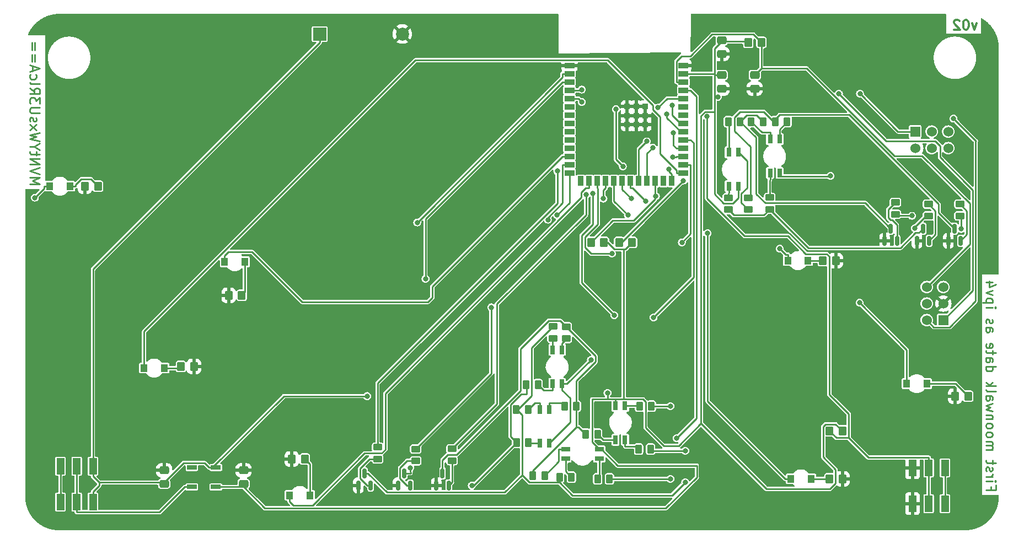
<source format=gbl>
%TF.GenerationSoftware,KiCad,Pcbnew,7.0.1-0*%
%TF.CreationDate,2023-04-23T15:52:53-04:00*%
%TF.ProjectId,WrightSpace,57726967-6874-4537-9061-63652e6b6963,v01*%
%TF.SameCoordinates,Original*%
%TF.FileFunction,Copper,L2,Bot*%
%TF.FilePolarity,Positive*%
%FSLAX46Y46*%
G04 Gerber Fmt 4.6, Leading zero omitted, Abs format (unit mm)*
G04 Created by KiCad (PCBNEW 7.0.1-0) date 2023-04-23 15:52:53*
%MOMM*%
%LPD*%
G01*
G04 APERTURE LIST*
G04 Aperture macros list*
%AMRoundRect*
0 Rectangle with rounded corners*
0 $1 Rounding radius*
0 $2 $3 $4 $5 $6 $7 $8 $9 X,Y pos of 4 corners*
0 Add a 4 corners polygon primitive as box body*
4,1,4,$2,$3,$4,$5,$6,$7,$8,$9,$2,$3,0*
0 Add four circle primitives for the rounded corners*
1,1,$1+$1,$2,$3*
1,1,$1+$1,$4,$5*
1,1,$1+$1,$6,$7*
1,1,$1+$1,$8,$9*
0 Add four rect primitives between the rounded corners*
20,1,$1+$1,$2,$3,$4,$5,0*
20,1,$1+$1,$4,$5,$6,$7,0*
20,1,$1+$1,$6,$7,$8,$9,0*
20,1,$1+$1,$8,$9,$2,$3,0*%
%AMFreePoly0*
4,1,13,0.900000,0.500000,2.600000,0.500000,2.600000,-0.500000,0.900000,-0.500000,0.400000,-1.000000,-0.400000,-1.000000,-0.900000,-0.500000,-2.600000,-0.500000,-2.600000,0.500000,-0.900000,0.500000,-0.400000,1.000000,0.400000,1.000000,0.900000,0.500000,0.900000,0.500000,$1*%
G04 Aperture macros list end*
%ADD10C,0.300000*%
%TA.AperFunction,NonConductor*%
%ADD11C,0.300000*%
%TD*%
%ADD12C,0.250000*%
%TA.AperFunction,NonConductor*%
%ADD13C,0.250000*%
%TD*%
%TA.AperFunction,ComponentPad*%
%ADD14R,1.524000X1.524000*%
%TD*%
%TA.AperFunction,ComponentPad*%
%ADD15C,1.524000*%
%TD*%
%TA.AperFunction,SMDPad,CuDef*%
%ADD16RoundRect,0.250000X0.262500X0.450000X-0.262500X0.450000X-0.262500X-0.450000X0.262500X-0.450000X0*%
%TD*%
%TA.AperFunction,SMDPad,CuDef*%
%ADD17RoundRect,0.250000X0.350000X0.450000X-0.350000X0.450000X-0.350000X-0.450000X0.350000X-0.450000X0*%
%TD*%
%TA.AperFunction,SMDPad,CuDef*%
%ADD18R,1.080000X1.250000*%
%TD*%
%TA.AperFunction,SMDPad,CuDef*%
%ADD19R,0.800000X1.400000*%
%TD*%
%TA.AperFunction,SMDPad,CuDef*%
%ADD20RoundRect,0.250000X0.450000X-0.262500X0.450000X0.262500X-0.450000X0.262500X-0.450000X-0.262500X0*%
%TD*%
%TA.AperFunction,SMDPad,CuDef*%
%ADD21RoundRect,0.250000X-0.262500X-0.450000X0.262500X-0.450000X0.262500X0.450000X-0.262500X0.450000X0*%
%TD*%
%TA.AperFunction,SMDPad,CuDef*%
%ADD22R,1.200000X2.500000*%
%TD*%
%TA.AperFunction,SMDPad,CuDef*%
%ADD23RoundRect,0.250000X-0.450000X0.262500X-0.450000X-0.262500X0.450000X-0.262500X0.450000X0.262500X0*%
%TD*%
%TA.AperFunction,SMDPad,CuDef*%
%ADD24RoundRect,0.150000X0.150000X-0.587500X0.150000X0.587500X-0.150000X0.587500X-0.150000X-0.587500X0*%
%TD*%
%TA.AperFunction,SMDPad,CuDef*%
%ADD25RoundRect,0.250000X0.475000X-0.337500X0.475000X0.337500X-0.475000X0.337500X-0.475000X-0.337500X0*%
%TD*%
%TA.AperFunction,SMDPad,CuDef*%
%ADD26R,1.500000X0.700000*%
%TD*%
%TA.AperFunction,SMDPad,CuDef*%
%ADD27FreePoly0,0.000000*%
%TD*%
%TA.AperFunction,SMDPad,CuDef*%
%ADD28RoundRect,0.250000X-0.350000X-0.450000X0.350000X-0.450000X0.350000X0.450000X-0.350000X0.450000X0*%
%TD*%
%TA.AperFunction,SMDPad,CuDef*%
%ADD29RoundRect,0.250000X-0.475000X0.337500X-0.475000X-0.337500X0.475000X-0.337500X0.475000X0.337500X0*%
%TD*%
%TA.AperFunction,ComponentPad*%
%ADD30R,2.000000X2.000000*%
%TD*%
%TA.AperFunction,ComponentPad*%
%ADD31C,2.000000*%
%TD*%
%TA.AperFunction,SMDPad,CuDef*%
%ADD32R,1.500000X0.900000*%
%TD*%
%TA.AperFunction,SMDPad,CuDef*%
%ADD33R,0.900000X1.500000*%
%TD*%
%TA.AperFunction,SMDPad,CuDef*%
%ADD34R,0.900000X0.900000*%
%TD*%
%TA.AperFunction,SMDPad,CuDef*%
%ADD35R,1.400000X0.800000*%
%TD*%
%TA.AperFunction,ViaPad*%
%ADD36C,0.800000*%
%TD*%
%TA.AperFunction,Conductor*%
%ADD37C,0.250000*%
%TD*%
G04 APERTURE END LIST*
D10*
D11*
X236005714Y-59014428D02*
X235648571Y-60014428D01*
X235648571Y-60014428D02*
X235291428Y-59014428D01*
X234434285Y-58514428D02*
X234291428Y-58514428D01*
X234291428Y-58514428D02*
X234148571Y-58585857D01*
X234148571Y-58585857D02*
X234077143Y-58657285D01*
X234077143Y-58657285D02*
X234005714Y-58800142D01*
X234005714Y-58800142D02*
X233934285Y-59085857D01*
X233934285Y-59085857D02*
X233934285Y-59443000D01*
X233934285Y-59443000D02*
X234005714Y-59728714D01*
X234005714Y-59728714D02*
X234077143Y-59871571D01*
X234077143Y-59871571D02*
X234148571Y-59943000D01*
X234148571Y-59943000D02*
X234291428Y-60014428D01*
X234291428Y-60014428D02*
X234434285Y-60014428D01*
X234434285Y-60014428D02*
X234577143Y-59943000D01*
X234577143Y-59943000D02*
X234648571Y-59871571D01*
X234648571Y-59871571D02*
X234720000Y-59728714D01*
X234720000Y-59728714D02*
X234791428Y-59443000D01*
X234791428Y-59443000D02*
X234791428Y-59085857D01*
X234791428Y-59085857D02*
X234720000Y-58800142D01*
X234720000Y-58800142D02*
X234648571Y-58657285D01*
X234648571Y-58657285D02*
X234577143Y-58585857D01*
X234577143Y-58585857D02*
X234434285Y-58514428D01*
X233362857Y-58657285D02*
X233291429Y-58585857D01*
X233291429Y-58585857D02*
X233148572Y-58514428D01*
X233148572Y-58514428D02*
X232791429Y-58514428D01*
X232791429Y-58514428D02*
X232648572Y-58585857D01*
X232648572Y-58585857D02*
X232577143Y-58657285D01*
X232577143Y-58657285D02*
X232505714Y-58800142D01*
X232505714Y-58800142D02*
X232505714Y-58943000D01*
X232505714Y-58943000D02*
X232577143Y-59157285D01*
X232577143Y-59157285D02*
X233434286Y-60014428D01*
X233434286Y-60014428D02*
X232505714Y-60014428D01*
D12*
D13*
X238205285Y-130206857D02*
X238205285Y-130706857D01*
X237419571Y-130706857D02*
X238919571Y-130706857D01*
X238919571Y-130706857D02*
X238919571Y-129992571D01*
X237419571Y-129421143D02*
X238419571Y-129421143D01*
X238919571Y-129421143D02*
X238848142Y-129492571D01*
X238848142Y-129492571D02*
X238776714Y-129421143D01*
X238776714Y-129421143D02*
X238848142Y-129349714D01*
X238848142Y-129349714D02*
X238919571Y-129421143D01*
X238919571Y-129421143D02*
X238776714Y-129421143D01*
X237419571Y-128706857D02*
X238419571Y-128706857D01*
X238133857Y-128706857D02*
X238276714Y-128635428D01*
X238276714Y-128635428D02*
X238348142Y-128564000D01*
X238348142Y-128564000D02*
X238419571Y-128421142D01*
X238419571Y-128421142D02*
X238419571Y-128278285D01*
X237491000Y-127849714D02*
X237419571Y-127706857D01*
X237419571Y-127706857D02*
X237419571Y-127421143D01*
X237419571Y-127421143D02*
X237491000Y-127278286D01*
X237491000Y-127278286D02*
X237633857Y-127206857D01*
X237633857Y-127206857D02*
X237705285Y-127206857D01*
X237705285Y-127206857D02*
X237848142Y-127278286D01*
X237848142Y-127278286D02*
X237919571Y-127421143D01*
X237919571Y-127421143D02*
X237919571Y-127635429D01*
X237919571Y-127635429D02*
X237991000Y-127778286D01*
X237991000Y-127778286D02*
X238133857Y-127849714D01*
X238133857Y-127849714D02*
X238205285Y-127849714D01*
X238205285Y-127849714D02*
X238348142Y-127778286D01*
X238348142Y-127778286D02*
X238419571Y-127635429D01*
X238419571Y-127635429D02*
X238419571Y-127421143D01*
X238419571Y-127421143D02*
X238348142Y-127278286D01*
X238419571Y-126778285D02*
X238419571Y-126206857D01*
X238919571Y-126564000D02*
X237633857Y-126564000D01*
X237633857Y-126564000D02*
X237491000Y-126492571D01*
X237491000Y-126492571D02*
X237419571Y-126349714D01*
X237419571Y-126349714D02*
X237419571Y-126206857D01*
X237419571Y-124564000D02*
X238419571Y-124564000D01*
X238276714Y-124564000D02*
X238348142Y-124492571D01*
X238348142Y-124492571D02*
X238419571Y-124349714D01*
X238419571Y-124349714D02*
X238419571Y-124135428D01*
X238419571Y-124135428D02*
X238348142Y-123992571D01*
X238348142Y-123992571D02*
X238205285Y-123921143D01*
X238205285Y-123921143D02*
X237419571Y-123921143D01*
X238205285Y-123921143D02*
X238348142Y-123849714D01*
X238348142Y-123849714D02*
X238419571Y-123706857D01*
X238419571Y-123706857D02*
X238419571Y-123492571D01*
X238419571Y-123492571D02*
X238348142Y-123349714D01*
X238348142Y-123349714D02*
X238205285Y-123278285D01*
X238205285Y-123278285D02*
X237419571Y-123278285D01*
X237419571Y-122349714D02*
X237491000Y-122492571D01*
X237491000Y-122492571D02*
X237562428Y-122564000D01*
X237562428Y-122564000D02*
X237705285Y-122635428D01*
X237705285Y-122635428D02*
X238133857Y-122635428D01*
X238133857Y-122635428D02*
X238276714Y-122564000D01*
X238276714Y-122564000D02*
X238348142Y-122492571D01*
X238348142Y-122492571D02*
X238419571Y-122349714D01*
X238419571Y-122349714D02*
X238419571Y-122135428D01*
X238419571Y-122135428D02*
X238348142Y-121992571D01*
X238348142Y-121992571D02*
X238276714Y-121921143D01*
X238276714Y-121921143D02*
X238133857Y-121849714D01*
X238133857Y-121849714D02*
X237705285Y-121849714D01*
X237705285Y-121849714D02*
X237562428Y-121921143D01*
X237562428Y-121921143D02*
X237491000Y-121992571D01*
X237491000Y-121992571D02*
X237419571Y-122135428D01*
X237419571Y-122135428D02*
X237419571Y-122349714D01*
X237419571Y-120992571D02*
X237491000Y-121135428D01*
X237491000Y-121135428D02*
X237562428Y-121206857D01*
X237562428Y-121206857D02*
X237705285Y-121278285D01*
X237705285Y-121278285D02*
X238133857Y-121278285D01*
X238133857Y-121278285D02*
X238276714Y-121206857D01*
X238276714Y-121206857D02*
X238348142Y-121135428D01*
X238348142Y-121135428D02*
X238419571Y-120992571D01*
X238419571Y-120992571D02*
X238419571Y-120778285D01*
X238419571Y-120778285D02*
X238348142Y-120635428D01*
X238348142Y-120635428D02*
X238276714Y-120564000D01*
X238276714Y-120564000D02*
X238133857Y-120492571D01*
X238133857Y-120492571D02*
X237705285Y-120492571D01*
X237705285Y-120492571D02*
X237562428Y-120564000D01*
X237562428Y-120564000D02*
X237491000Y-120635428D01*
X237491000Y-120635428D02*
X237419571Y-120778285D01*
X237419571Y-120778285D02*
X237419571Y-120992571D01*
X238419571Y-119849714D02*
X237419571Y-119849714D01*
X238276714Y-119849714D02*
X238348142Y-119778285D01*
X238348142Y-119778285D02*
X238419571Y-119635428D01*
X238419571Y-119635428D02*
X238419571Y-119421142D01*
X238419571Y-119421142D02*
X238348142Y-119278285D01*
X238348142Y-119278285D02*
X238205285Y-119206857D01*
X238205285Y-119206857D02*
X237419571Y-119206857D01*
X238419571Y-118635428D02*
X237419571Y-118349714D01*
X237419571Y-118349714D02*
X238133857Y-118063999D01*
X238133857Y-118063999D02*
X237419571Y-117778285D01*
X237419571Y-117778285D02*
X238419571Y-117492571D01*
X237419571Y-116278285D02*
X238205285Y-116278285D01*
X238205285Y-116278285D02*
X238348142Y-116349713D01*
X238348142Y-116349713D02*
X238419571Y-116492570D01*
X238419571Y-116492570D02*
X238419571Y-116778285D01*
X238419571Y-116778285D02*
X238348142Y-116921142D01*
X237491000Y-116278285D02*
X237419571Y-116421142D01*
X237419571Y-116421142D02*
X237419571Y-116778285D01*
X237419571Y-116778285D02*
X237491000Y-116921142D01*
X237491000Y-116921142D02*
X237633857Y-116992570D01*
X237633857Y-116992570D02*
X237776714Y-116992570D01*
X237776714Y-116992570D02*
X237919571Y-116921142D01*
X237919571Y-116921142D02*
X237991000Y-116778285D01*
X237991000Y-116778285D02*
X237991000Y-116421142D01*
X237991000Y-116421142D02*
X238062428Y-116278285D01*
X237419571Y-115349713D02*
X237491000Y-115492570D01*
X237491000Y-115492570D02*
X237633857Y-115563999D01*
X237633857Y-115563999D02*
X238919571Y-115563999D01*
X237419571Y-114778285D02*
X238919571Y-114778285D01*
X237991000Y-114635428D02*
X237419571Y-114206856D01*
X238419571Y-114206856D02*
X237848142Y-114778285D01*
X237419571Y-111778285D02*
X238919571Y-111778285D01*
X237491000Y-111778285D02*
X237419571Y-111921142D01*
X237419571Y-111921142D02*
X237419571Y-112206856D01*
X237419571Y-112206856D02*
X237491000Y-112349713D01*
X237491000Y-112349713D02*
X237562428Y-112421142D01*
X237562428Y-112421142D02*
X237705285Y-112492570D01*
X237705285Y-112492570D02*
X238133857Y-112492570D01*
X238133857Y-112492570D02*
X238276714Y-112421142D01*
X238276714Y-112421142D02*
X238348142Y-112349713D01*
X238348142Y-112349713D02*
X238419571Y-112206856D01*
X238419571Y-112206856D02*
X238419571Y-111921142D01*
X238419571Y-111921142D02*
X238348142Y-111778285D01*
X237419571Y-110421142D02*
X238205285Y-110421142D01*
X238205285Y-110421142D02*
X238348142Y-110492570D01*
X238348142Y-110492570D02*
X238419571Y-110635427D01*
X238419571Y-110635427D02*
X238419571Y-110921142D01*
X238419571Y-110921142D02*
X238348142Y-111063999D01*
X237491000Y-110421142D02*
X237419571Y-110563999D01*
X237419571Y-110563999D02*
X237419571Y-110921142D01*
X237419571Y-110921142D02*
X237491000Y-111063999D01*
X237491000Y-111063999D02*
X237633857Y-111135427D01*
X237633857Y-111135427D02*
X237776714Y-111135427D01*
X237776714Y-111135427D02*
X237919571Y-111063999D01*
X237919571Y-111063999D02*
X237991000Y-110921142D01*
X237991000Y-110921142D02*
X237991000Y-110563999D01*
X237991000Y-110563999D02*
X238062428Y-110421142D01*
X238419571Y-109921141D02*
X238419571Y-109349713D01*
X238919571Y-109706856D02*
X237633857Y-109706856D01*
X237633857Y-109706856D02*
X237491000Y-109635427D01*
X237491000Y-109635427D02*
X237419571Y-109492570D01*
X237419571Y-109492570D02*
X237419571Y-109349713D01*
X237491000Y-108278284D02*
X237419571Y-108421141D01*
X237419571Y-108421141D02*
X237419571Y-108706856D01*
X237419571Y-108706856D02*
X237491000Y-108849713D01*
X237491000Y-108849713D02*
X237633857Y-108921141D01*
X237633857Y-108921141D02*
X238205285Y-108921141D01*
X238205285Y-108921141D02*
X238348142Y-108849713D01*
X238348142Y-108849713D02*
X238419571Y-108706856D01*
X238419571Y-108706856D02*
X238419571Y-108421141D01*
X238419571Y-108421141D02*
X238348142Y-108278284D01*
X238348142Y-108278284D02*
X238205285Y-108206856D01*
X238205285Y-108206856D02*
X238062428Y-108206856D01*
X238062428Y-108206856D02*
X237919571Y-108921141D01*
X237419571Y-105778285D02*
X238205285Y-105778285D01*
X238205285Y-105778285D02*
X238348142Y-105849713D01*
X238348142Y-105849713D02*
X238419571Y-105992570D01*
X238419571Y-105992570D02*
X238419571Y-106278285D01*
X238419571Y-106278285D02*
X238348142Y-106421142D01*
X237491000Y-105778285D02*
X237419571Y-105921142D01*
X237419571Y-105921142D02*
X237419571Y-106278285D01*
X237419571Y-106278285D02*
X237491000Y-106421142D01*
X237491000Y-106421142D02*
X237633857Y-106492570D01*
X237633857Y-106492570D02*
X237776714Y-106492570D01*
X237776714Y-106492570D02*
X237919571Y-106421142D01*
X237919571Y-106421142D02*
X237991000Y-106278285D01*
X237991000Y-106278285D02*
X237991000Y-105921142D01*
X237991000Y-105921142D02*
X238062428Y-105778285D01*
X237491000Y-105135427D02*
X237419571Y-104992570D01*
X237419571Y-104992570D02*
X237419571Y-104706856D01*
X237419571Y-104706856D02*
X237491000Y-104563999D01*
X237491000Y-104563999D02*
X237633857Y-104492570D01*
X237633857Y-104492570D02*
X237705285Y-104492570D01*
X237705285Y-104492570D02*
X237848142Y-104563999D01*
X237848142Y-104563999D02*
X237919571Y-104706856D01*
X237919571Y-104706856D02*
X237919571Y-104921142D01*
X237919571Y-104921142D02*
X237991000Y-105063999D01*
X237991000Y-105063999D02*
X238133857Y-105135427D01*
X238133857Y-105135427D02*
X238205285Y-105135427D01*
X238205285Y-105135427D02*
X238348142Y-105063999D01*
X238348142Y-105063999D02*
X238419571Y-104921142D01*
X238419571Y-104921142D02*
X238419571Y-104706856D01*
X238419571Y-104706856D02*
X238348142Y-104563999D01*
X237419571Y-102706856D02*
X238419571Y-102706856D01*
X238919571Y-102706856D02*
X238848142Y-102778284D01*
X238848142Y-102778284D02*
X238776714Y-102706856D01*
X238776714Y-102706856D02*
X238848142Y-102635427D01*
X238848142Y-102635427D02*
X238919571Y-102706856D01*
X238919571Y-102706856D02*
X238776714Y-102706856D01*
X238419571Y-101992570D02*
X236919571Y-101992570D01*
X238348142Y-101992570D02*
X238419571Y-101849713D01*
X238419571Y-101849713D02*
X238419571Y-101563998D01*
X238419571Y-101563998D02*
X238348142Y-101421141D01*
X238348142Y-101421141D02*
X238276714Y-101349713D01*
X238276714Y-101349713D02*
X238133857Y-101278284D01*
X238133857Y-101278284D02*
X237705285Y-101278284D01*
X237705285Y-101278284D02*
X237562428Y-101349713D01*
X237562428Y-101349713D02*
X237491000Y-101421141D01*
X237491000Y-101421141D02*
X237419571Y-101563998D01*
X237419571Y-101563998D02*
X237419571Y-101849713D01*
X237419571Y-101849713D02*
X237491000Y-101992570D01*
X238419571Y-100778284D02*
X237419571Y-100421141D01*
X237419571Y-100421141D02*
X238419571Y-100063998D01*
X238419571Y-98849713D02*
X237419571Y-98849713D01*
X238991000Y-99206855D02*
X237919571Y-99563998D01*
X237919571Y-99563998D02*
X237919571Y-98635427D01*
D12*
D13*
X90607571Y-83716857D02*
X92107571Y-83716857D01*
X92107571Y-83716857D02*
X91036142Y-83216857D01*
X91036142Y-83216857D02*
X92107571Y-82716857D01*
X92107571Y-82716857D02*
X90607571Y-82716857D01*
X92107571Y-82216856D02*
X90607571Y-81716856D01*
X90607571Y-81716856D02*
X92107571Y-81216856D01*
X90607571Y-80716857D02*
X92107571Y-80716857D01*
X92107571Y-80716857D02*
X90607571Y-79859714D01*
X90607571Y-79859714D02*
X92107571Y-79859714D01*
X91607571Y-79359713D02*
X91607571Y-78788285D01*
X92107571Y-79145428D02*
X90821857Y-79145428D01*
X90821857Y-79145428D02*
X90679000Y-79073999D01*
X90679000Y-79073999D02*
X90607571Y-78931142D01*
X90607571Y-78931142D02*
X90607571Y-78788285D01*
X91321857Y-78002570D02*
X90607571Y-78002570D01*
X92107571Y-78502570D02*
X91321857Y-78002570D01*
X91321857Y-78002570D02*
X92107571Y-77502570D01*
X92107571Y-77145428D02*
X90607571Y-76788285D01*
X90607571Y-76788285D02*
X91679000Y-76502571D01*
X91679000Y-76502571D02*
X90607571Y-76216856D01*
X90607571Y-76216856D02*
X92107571Y-75859714D01*
X90607571Y-75431142D02*
X91607571Y-74645428D01*
X91607571Y-75431142D02*
X90607571Y-74645428D01*
X90679000Y-74145427D02*
X90607571Y-74002570D01*
X90607571Y-74002570D02*
X90607571Y-73716856D01*
X90607571Y-73716856D02*
X90679000Y-73573999D01*
X90679000Y-73573999D02*
X90821857Y-73502570D01*
X90821857Y-73502570D02*
X90893285Y-73502570D01*
X90893285Y-73502570D02*
X91036142Y-73573999D01*
X91036142Y-73573999D02*
X91107571Y-73716856D01*
X91107571Y-73716856D02*
X91107571Y-73931142D01*
X91107571Y-73931142D02*
X91179000Y-74073999D01*
X91179000Y-74073999D02*
X91321857Y-74145427D01*
X91321857Y-74145427D02*
X91393285Y-74145427D01*
X91393285Y-74145427D02*
X91536142Y-74073999D01*
X91536142Y-74073999D02*
X91607571Y-73931142D01*
X91607571Y-73931142D02*
X91607571Y-73716856D01*
X91607571Y-73716856D02*
X91536142Y-73573999D01*
X92107571Y-72859713D02*
X90893285Y-72859713D01*
X90893285Y-72859713D02*
X90750428Y-72788284D01*
X90750428Y-72788284D02*
X90679000Y-72716856D01*
X90679000Y-72716856D02*
X90607571Y-72573998D01*
X90607571Y-72573998D02*
X90607571Y-72288284D01*
X90607571Y-72288284D02*
X90679000Y-72145427D01*
X90679000Y-72145427D02*
X90750428Y-72073998D01*
X90750428Y-72073998D02*
X90893285Y-72002570D01*
X90893285Y-72002570D02*
X92107571Y-72002570D01*
X92107571Y-71431141D02*
X92107571Y-70502569D01*
X92107571Y-70502569D02*
X91536142Y-71002569D01*
X91536142Y-71002569D02*
X91536142Y-70788284D01*
X91536142Y-70788284D02*
X91464714Y-70645427D01*
X91464714Y-70645427D02*
X91393285Y-70573998D01*
X91393285Y-70573998D02*
X91250428Y-70502569D01*
X91250428Y-70502569D02*
X90893285Y-70502569D01*
X90893285Y-70502569D02*
X90750428Y-70573998D01*
X90750428Y-70573998D02*
X90679000Y-70645427D01*
X90679000Y-70645427D02*
X90607571Y-70788284D01*
X90607571Y-70788284D02*
X90607571Y-71216855D01*
X90607571Y-71216855D02*
X90679000Y-71359712D01*
X90679000Y-71359712D02*
X90750428Y-71431141D01*
X90607571Y-69002570D02*
X91321857Y-69502570D01*
X90607571Y-69859713D02*
X92107571Y-69859713D01*
X92107571Y-69859713D02*
X92107571Y-69288284D01*
X92107571Y-69288284D02*
X92036142Y-69145427D01*
X92036142Y-69145427D02*
X91964714Y-69073998D01*
X91964714Y-69073998D02*
X91821857Y-69002570D01*
X91821857Y-69002570D02*
X91607571Y-69002570D01*
X91607571Y-69002570D02*
X91464714Y-69073998D01*
X91464714Y-69073998D02*
X91393285Y-69145427D01*
X91393285Y-69145427D02*
X91321857Y-69288284D01*
X91321857Y-69288284D02*
X91321857Y-69859713D01*
X90607571Y-68145427D02*
X90679000Y-68288284D01*
X90679000Y-68288284D02*
X90821857Y-68359713D01*
X90821857Y-68359713D02*
X92107571Y-68359713D01*
X90679000Y-66931142D02*
X90607571Y-67073999D01*
X90607571Y-67073999D02*
X90607571Y-67359713D01*
X90607571Y-67359713D02*
X90679000Y-67502570D01*
X90679000Y-67502570D02*
X90750428Y-67573999D01*
X90750428Y-67573999D02*
X90893285Y-67645427D01*
X90893285Y-67645427D02*
X91321857Y-67645427D01*
X91321857Y-67645427D02*
X91464714Y-67573999D01*
X91464714Y-67573999D02*
X91536142Y-67502570D01*
X91536142Y-67502570D02*
X91607571Y-67359713D01*
X91607571Y-67359713D02*
X91607571Y-67073999D01*
X91607571Y-67073999D02*
X91536142Y-66931142D01*
X91036142Y-66359713D02*
X91036142Y-65645428D01*
X90607571Y-66502570D02*
X92107571Y-66002570D01*
X92107571Y-66002570D02*
X90607571Y-65502570D01*
X91393285Y-65002571D02*
X91393285Y-63859714D01*
X90964714Y-63859714D02*
X90964714Y-65002571D01*
X91393285Y-63145428D02*
X91393285Y-62002571D01*
X90964714Y-62002571D02*
X90964714Y-63145428D01*
D14*
%TO.P,J2,1,Vcc*%
%TO.N,VDD33*%
X226568000Y-75692000D03*
D15*
%TO.P,J2,2,GND*%
%TO.N,GND*%
X226568000Y-78232000D03*
%TO.P,J2,3,SDA*%
%TO.N,SDA*%
X229108000Y-75692000D03*
%TO.P,J2,4,SCL*%
%TO.N,SCL*%
X229108000Y-78232000D03*
%TO.P,J2,5,GPIO1*%
%TO.N,GPIO1*%
X231648000Y-75692000D03*
%TO.P,J2,6,GPIO2*%
%TO.N,GPIO2*%
X231648000Y-78232000D03*
%TD*%
D16*
%TO.P,R1,1*%
%TO.N,Net-(D1-R)*%
X206906500Y-74168000D03*
%TO.P,R1,2*%
%TO.N,Net-(Q1-C)*%
X205081500Y-74168000D03*
%TD*%
%TO.P,R20,1*%
%TO.N,Net-(D5-R)*%
X169672000Y-128524000D03*
%TO.P,R20,2*%
%TO.N,Net-(Q4-C)*%
X167847000Y-128524000D03*
%TD*%
D17*
%TO.P,R35,1*%
%TO.N,Net-(D13-K)*%
X123158000Y-100838000D03*
%TO.P,R35,2*%
%TO.N,GND*%
X121158000Y-100838000D03*
%TD*%
%TO.P,R33,1*%
%TO.N,Net-(D11-K)*%
X132842000Y-125984000D03*
%TO.P,R33,2*%
%TO.N,GND*%
X130842000Y-125984000D03*
%TD*%
D18*
%TO.P,D9,1,K*%
%TO.N,Net-(D9-K)*%
X96810000Y-84074000D03*
%TO.P,D9,2,A*%
%TO.N,LED3*%
X93690000Y-84074000D03*
%TD*%
D19*
%TO.P,D6,1,R*%
%TO.N,Net-(D6-R)*%
X180571000Y-123033000D03*
%TO.P,D6,2,A*%
%TO.N,VDD33*%
X180571000Y-117833000D03*
%TO.P,D6,3,B*%
%TO.N,Net-(D6-B)*%
X182021000Y-117833000D03*
%TO.P,D6,4,G*%
%TO.N,Net-(D6-G)*%
X182021000Y-123033000D03*
%TD*%
D17*
%TO.P,R13,1*%
%TO.N,VDD33*%
X178784000Y-92710000D03*
%TO.P,R13,2*%
%TO.N,SCL*%
X176784000Y-92710000D03*
%TD*%
%TO.P,R31,1*%
%TO.N,Net-(D9-K)*%
X101092000Y-84074000D03*
%TO.P,R31,2*%
%TO.N,GND*%
X99092000Y-84074000D03*
%TD*%
D20*
%TO.P,R7,1*%
%TO.N,LED1_R*%
X233426000Y-88646000D03*
%TO.P,R7,2*%
%TO.N,Net-(Q1-B)*%
X233426000Y-86821000D03*
%TD*%
D21*
%TO.P,R17,1*%
%TO.N,Net-(D4-R)*%
X172720000Y-117856000D03*
%TO.P,R17,2*%
%TO.N,Net-(Q4-C)*%
X174545000Y-117856000D03*
%TD*%
D20*
%TO.P,R2,1*%
%TO.N,Net-(Q2-C)*%
X204216000Y-87630000D03*
%TO.P,R2,2*%
%TO.N,Net-(D1-B)*%
X204216000Y-85805000D03*
%TD*%
D22*
%TO.P,SW2,1,A*%
%TO.N,unconnected-(SW2-A-Pad1)*%
X231140000Y-132842000D03*
X231140000Y-127342000D03*
%TO.P,SW2,2,B*%
%TO.N,WiFi_On{slash}Off*%
X228640000Y-132842000D03*
X228640000Y-127342000D03*
%TO.P,SW2,3,C*%
%TO.N,GND*%
X226140000Y-132842000D03*
X226140000Y-127342000D03*
%TD*%
D23*
%TO.P,R27,1*%
%TO.N,LED2_B*%
X149860000Y-124460000D03*
%TO.P,R27,2*%
%TO.N,Net-(Q5-B)*%
X149860000Y-126285000D03*
%TD*%
D24*
%TO.P,Q1,1,B*%
%TO.N,Net-(Q1-B)*%
X233548000Y-92456000D03*
%TO.P,Q1,2,E*%
%TO.N,GND*%
X231648000Y-92456000D03*
%TO.P,Q1,3,C*%
%TO.N,Net-(Q1-C)*%
X232598000Y-90581000D03*
%TD*%
D17*
%TO.P,R12,1*%
%TO.N,VDD33*%
X183102000Y-92710000D03*
%TO.P,R12,2*%
%TO.N,SDA*%
X181102000Y-92710000D03*
%TD*%
D25*
%TO.P,C3,1*%
%TO.N,GND*%
X201930000Y-69088000D03*
%TO.P,C3,2*%
%TO.N,EN*%
X201930000Y-67013000D03*
%TD*%
D16*
%TO.P,R3,1*%
%TO.N,Net-(Q3-C)*%
X203200000Y-74168000D03*
%TO.P,R3,2*%
%TO.N,Net-(D1-G)*%
X201375000Y-74168000D03*
%TD*%
D21*
%TO.P,R22,1*%
%TO.N,Net-(Q6-C)*%
X171958000Y-128778000D03*
%TO.P,R22,2*%
%TO.N,Net-(D5-G)*%
X173783000Y-128778000D03*
%TD*%
D19*
%TO.P,D2,1,R*%
%TO.N,Net-(D2-R)*%
X199390000Y-78874000D03*
%TO.P,D2,2,A*%
%TO.N,VDD33*%
X199390000Y-84074000D03*
%TO.P,D2,3,B*%
%TO.N,Net-(D2-B)*%
X197940000Y-84074000D03*
%TO.P,D2,4,G*%
%TO.N,Net-(D2-G)*%
X197940000Y-78874000D03*
%TD*%
D20*
%TO.P,R8,1*%
%TO.N,LED1_B*%
X228600000Y-88646000D03*
%TO.P,R8,2*%
%TO.N,Net-(Q2-B)*%
X228600000Y-86821000D03*
%TD*%
D17*
%TO.P,R34,1*%
%TO.N,Net-(D12-K)*%
X234696000Y-116332000D03*
%TO.P,R34,2*%
%TO.N,GND*%
X232696000Y-116332000D03*
%TD*%
D23*
%TO.P,R26,1*%
%TO.N,LED2_R*%
X155448000Y-124413000D03*
%TO.P,R26,2*%
%TO.N,Net-(Q4-B)*%
X155448000Y-126238000D03*
%TD*%
D26*
%TO.P,U1,1,CE*%
%TO.N,Net-(SW1-B)*%
X115498000Y-130278000D03*
D27*
%TO.P,U1,2,GND*%
%TO.N,GND*%
X117348000Y-128778000D03*
D26*
%TO.P,U1,3,NC*%
%TO.N,unconnected-(U1-NC-Pad3)*%
X115498000Y-127278000D03*
%TO.P,U1,4,Vin*%
%TO.N,VBUS*%
X119198000Y-127278000D03*
%TO.P,U1,5,Vout*%
%TO.N,VDD33*%
X119198000Y-130278000D03*
%TD*%
D24*
%TO.P,Q5,1,B*%
%TO.N,Net-(Q5-B)*%
X149051000Y-130048000D03*
%TO.P,Q5,2,E*%
%TO.N,GND*%
X147151000Y-130048000D03*
%TO.P,Q5,3,C*%
%TO.N,Net-(Q5-C)*%
X148101000Y-128173000D03*
%TD*%
D28*
%TO.P,R30,1*%
%TO.N,Net-(D8-K)*%
X113824000Y-111760000D03*
%TO.P,R30,2*%
%TO.N,GND*%
X115824000Y-111760000D03*
%TD*%
D18*
%TO.P,D11,1,K*%
%TO.N,Net-(D11-K)*%
X133640000Y-131572000D03*
%TO.P,D11,2,A*%
%TO.N,LED5*%
X130520000Y-131572000D03*
%TD*%
D29*
%TO.P,C1,1*%
%TO.N,GND*%
X111252000Y-127719000D03*
%TO.P,C1,2*%
%TO.N,VBUS*%
X111252000Y-129794000D03*
%TD*%
D24*
%TO.P,Q4,1,B*%
%TO.N,Net-(Q4-B)*%
X154940000Y-130048000D03*
%TO.P,Q4,2,E*%
%TO.N,GND*%
X153040000Y-130048000D03*
%TO.P,Q4,3,C*%
%TO.N,Net-(Q4-C)*%
X153990000Y-128173000D03*
%TD*%
D23*
%TO.P,R16,1*%
%TO.N,Net-(Q6-C)*%
X170942000Y-105617000D03*
%TO.P,R16,2*%
%TO.N,Net-(D3-G)*%
X170942000Y-107442000D03*
%TD*%
D14*
%TO.P,J1,1,Pin_1*%
%TO.N,TX*%
X230886000Y-104648000D03*
D15*
%TO.P,J1,2,Pin_2*%
%TO.N,RX*%
X228346000Y-104648000D03*
%TO.P,J1,3,Pin_3*%
%TO.N,GND*%
X230886000Y-102108000D03*
%TO.P,J1,4,Pin_4*%
%TO.N,VBUS*%
X228346000Y-102108000D03*
%TO.P,J1,5,Pin_5*%
%TO.N,Boot_Button*%
X230886000Y-99568000D03*
%TO.P,J1,6,Pin_6*%
%TO.N,EN*%
X228346000Y-99568000D03*
%TD*%
D30*
%TO.P,BT1,1,+*%
%TO.N,VBUS*%
X135128000Y-60706000D03*
D31*
%TO.P,BT1,2,-*%
%TO.N,GND*%
X147828000Y-60706000D03*
%TD*%
D19*
%TO.P,D4,1,R*%
%TO.N,Net-(D4-R)*%
X170367100Y-118378100D03*
%TO.P,D4,2,A*%
%TO.N,VDD33*%
X170367100Y-123578100D03*
%TO.P,D4,3,B*%
%TO.N,Net-(D4-B)*%
X168917100Y-123578100D03*
%TO.P,D4,4,G*%
%TO.N,Net-(D4-G)*%
X168917100Y-118378100D03*
%TD*%
D20*
%TO.P,R5,1*%
%TO.N,Net-(Q2-C)*%
X197866000Y-87677000D03*
%TO.P,R5,2*%
%TO.N,Net-(D2-B)*%
X197866000Y-85852000D03*
%TD*%
D25*
%TO.P,C4,1*%
%TO.N,GND*%
X196850000Y-63754000D03*
%TO.P,C4,2*%
%TO.N,VDD33*%
X196850000Y-61679000D03*
%TD*%
D28*
%TO.P,R32,1*%
%TO.N,Net-(D10-K)*%
X212376000Y-95504000D03*
%TO.P,R32,2*%
%TO.N,GND*%
X214376000Y-95504000D03*
%TD*%
D25*
%TO.P,C5,1*%
%TO.N,GND*%
X196850000Y-69088000D03*
%TO.P,C5,2*%
%TO.N,VDD33*%
X196850000Y-67013000D03*
%TD*%
D16*
%TO.P,R24,1*%
%TO.N,Net-(Q5-C)*%
X186078500Y-117856000D03*
%TO.P,R24,2*%
%TO.N,Net-(D6-B)*%
X184253500Y-117856000D03*
%TD*%
D18*
%TO.P,D13,1,K*%
%TO.N,Net-(D13-K)*%
X123661000Y-95683000D03*
%TO.P,D13,2,A*%
%TO.N,LED7*%
X120541000Y-95683000D03*
%TD*%
D22*
%TO.P,SW1,1,A*%
%TO.N,VBUS*%
X100330000Y-132588000D03*
X100330000Y-127088000D03*
%TO.P,SW1,2,B*%
%TO.N,Net-(SW1-B)*%
X97830000Y-132588000D03*
X97830000Y-127088000D03*
%TO.P,SW1,3,C*%
%TO.N,unconnected-(SW1-C-Pad3)*%
X95330000Y-132588000D03*
X95330000Y-127088000D03*
%TD*%
D28*
%TO.P,R29,1*%
%TO.N,Net-(D7-K)*%
X213392000Y-129032000D03*
%TO.P,R29,2*%
%TO.N,GND*%
X215392000Y-129032000D03*
%TD*%
D16*
%TO.P,R21,1*%
%TO.N,Net-(Q5-C)*%
X179625000Y-129032000D03*
%TO.P,R21,2*%
%TO.N,Net-(D5-B)*%
X177800000Y-129032000D03*
%TD*%
D19*
%TO.P,D3,1,R*%
%TO.N,Net-(D3-R)*%
X172322500Y-109224900D03*
%TO.P,D3,2,A*%
%TO.N,VDD33*%
X172322500Y-114424900D03*
%TO.P,D3,3,B*%
%TO.N,Net-(D3-B)*%
X170872500Y-114424900D03*
%TO.P,D3,4,G*%
%TO.N,Net-(D3-G)*%
X170872500Y-109224900D03*
%TD*%
D21*
%TO.P,R19,1*%
%TO.N,Net-(Q6-C)*%
X165307000Y-118364000D03*
%TO.P,R19,2*%
%TO.N,Net-(D4-G)*%
X167132000Y-118364000D03*
%TD*%
D16*
%TO.P,R23,1*%
%TO.N,Net-(D6-R)*%
X177800000Y-122174000D03*
%TO.P,R23,2*%
%TO.N,Net-(Q4-C)*%
X175975000Y-122174000D03*
%TD*%
D17*
%TO.P,R11,1*%
%TO.N,EN*%
X202946000Y-61976000D03*
%TO.P,R11,2*%
%TO.N,VDD33*%
X200946000Y-61976000D03*
%TD*%
D20*
%TO.P,R14,1*%
%TO.N,Net-(D3-R)*%
X172974000Y-107489000D03*
%TO.P,R14,2*%
%TO.N,Net-(Q4-C)*%
X172974000Y-105664000D03*
%TD*%
D17*
%TO.P,R10,1*%
%TO.N,VDD33*%
X215392000Y-121666000D03*
%TO.P,R10,2*%
%TO.N,WiFi_On{slash}Off*%
X213392000Y-121666000D03*
%TD*%
D24*
%TO.P,Q2,1,B*%
%TO.N,Net-(Q2-B)*%
X228722000Y-92456000D03*
%TO.P,Q2,2,E*%
%TO.N,GND*%
X226822000Y-92456000D03*
%TO.P,Q2,3,C*%
%TO.N,Net-(Q2-C)*%
X227772000Y-90581000D03*
%TD*%
D19*
%TO.P,D1,1,R*%
%TO.N,Net-(D1-R)*%
X205740000Y-76842000D03*
%TO.P,D1,2,A*%
%TO.N,VDD33*%
X205740000Y-82042000D03*
%TO.P,D1,3,B*%
%TO.N,Net-(D1-B)*%
X204290000Y-82042000D03*
%TO.P,D1,4,G*%
%TO.N,Net-(D1-G)*%
X204290000Y-76842000D03*
%TD*%
D32*
%TO.P,U2,1,GND*%
%TO.N,GND*%
X190982000Y-65532000D03*
%TO.P,U2,2,3V3*%
%TO.N,VDD33*%
X190982000Y-66802000D03*
%TO.P,U2,3,EN*%
%TO.N,EN*%
X190982000Y-68072000D03*
%TO.P,U2,4,GPIO4/TOUCH4/ADC1_CH3*%
%TO.N,Touch4*%
X190982000Y-69342000D03*
%TO.P,U2,5,GPIO5/TOUCH5/ADC1_CH4*%
%TO.N,Touch5*%
X190982000Y-70612000D03*
%TO.P,U2,6,GPIO6/TOUCH6/ADC1_CH5*%
%TO.N,unconnected-(U2-GPIO6{slash}TOUCH6{slash}ADC1_CH5-Pad6)*%
X190982000Y-71882000D03*
%TO.P,U2,7,GPIO7/TOUCH7/ADC1_CH6*%
%TO.N,unconnected-(U2-GPIO7{slash}TOUCH7{slash}ADC1_CH6-Pad7)*%
X190982000Y-73152000D03*
%TO.P,U2,8,GPIO15/U0RTS/ADC2_CH4/XTAL_32K_P*%
%TO.N,LED2_R*%
X190982000Y-74422000D03*
%TO.P,U2,9,GPIO16/U0CTS/ADC2_CH5/XTAL_32K_N*%
%TO.N,LED2_G*%
X190982000Y-75692000D03*
%TO.P,U2,10,GPIO17/U1TXD/ADC2_CH6/DAC_1*%
%TO.N,LED2_B*%
X190982000Y-76962000D03*
%TO.P,U2,11,GPIO18/U1RXD/ADC2_CH7/DAC_2/CLK_OUT3*%
%TO.N,WiFi_On{slash}Off*%
X190982000Y-78232000D03*
%TO.P,U2,12,GPIO8/TOUCH8/ADC1_CH7*%
%TO.N,SDA*%
X190982000Y-79502000D03*
%TO.P,U2,13,GPIO19/U1RTS/ADC2_CH8/CLK_OUT2/USB_D-*%
%TO.N,LED1*%
X190982000Y-80772000D03*
%TO.P,U2,14,GPIO20/U1CTS/ADC2_CH9/CLK_OUT1/USB_D+*%
%TO.N,LED2*%
X190982000Y-82042000D03*
D33*
%TO.P,U2,15,GPIO3/TOUCH3/ADC1_CH2*%
%TO.N,Touch3*%
X189217000Y-83292000D03*
%TO.P,U2,16,GPIO46*%
%TO.N,unconnected-(U2-GPIO46-Pad16)*%
X187947000Y-83292000D03*
%TO.P,U2,17,GPIO9/TOUCH9/ADC1_CH8/FSPIHD*%
%TO.N,SCL*%
X186677000Y-83292000D03*
%TO.P,U2,18,GPIO10/TOUCH10/ADC1_CH9/FSPICS0/FSPIIO4*%
%TO.N,GPIO1*%
X185407000Y-83292000D03*
%TO.P,U2,19,GPIO11/TOUCH11/ADC2_CH0/FSPID/FSPIIO5*%
%TO.N,GPIO2*%
X184137000Y-83292000D03*
%TO.P,U2,20,GPIO12/TOUCH12/ADC2_CH1/FSPICLK/FSPIIO6*%
%TO.N,LED1_R*%
X182867000Y-83292000D03*
%TO.P,U2,21,GPIO13/TOUCH13/ADC2_CH2/FSPIQ/FSPIIO7*%
%TO.N,LED1_G*%
X181597000Y-83292000D03*
%TO.P,U2,22,GPIO14/TOUCH14/ADC2_CH3/FSPIWP/FSPIDQS*%
%TO.N,LED1_B*%
X180327000Y-83292000D03*
%TO.P,U2,23,GPIO21*%
%TO.N,LED3*%
X179057000Y-83292000D03*
%TO.P,U2,24,SPIIO4/GPIO33/FSPIHD*%
%TO.N,LED4*%
X177787000Y-83292000D03*
%TO.P,U2,25,SPIIO5/GPIO34/FSPICS0*%
%TO.N,LED5*%
X176517000Y-83292000D03*
%TO.P,U2,26,GPIO45*%
%TO.N,unconnected-(U2-GPIO45-Pad26)*%
X175247000Y-83292000D03*
D32*
%TO.P,U2,27,GPIO0*%
%TO.N,Boot_Button*%
X173482000Y-82042000D03*
%TO.P,U2,28,SPIIO6/GPIO35/FSPID*%
%TO.N,LED6*%
X173482000Y-80772000D03*
%TO.P,U2,29,SPIIO7/GPIO36/FSPICLK*%
%TO.N,LED7*%
X173482000Y-79502000D03*
%TO.P,U2,30,SPIDQS/GPIO37/FSPIQ*%
%TO.N,unconnected-(U2-SPIDQS{slash}GPIO37{slash}FSPIQ-Pad30)*%
X173482000Y-78232000D03*
%TO.P,U2,31,GPIO38/FSPIWP*%
%TO.N,unconnected-(U2-GPIO38{slash}FSPIWP-Pad31)*%
X173482000Y-76962000D03*
%TO.P,U2,32,MTCK/GPIO39/CLK_OUT3*%
%TO.N,unconnected-(U2-MTCK{slash}GPIO39{slash}CLK_OUT3-Pad32)*%
X173482000Y-75692000D03*
%TO.P,U2,33,MTDO/GPIO40/CLK_OUT2*%
%TO.N,unconnected-(U2-MTDO{slash}GPIO40{slash}CLK_OUT2-Pad33)*%
X173482000Y-74422000D03*
%TO.P,U2,34,MTDI/GPIO41/CLK_OUT1*%
%TO.N,unconnected-(U2-MTDI{slash}GPIO41{slash}CLK_OUT1-Pad34)*%
X173482000Y-73152000D03*
%TO.P,U2,35,MTMS/GPIO42*%
%TO.N,unconnected-(U2-MTMS{slash}GPIO42-Pad35)*%
X173482000Y-71882000D03*
%TO.P,U2,36,U0RXD/GPIO44/CLK_OUT2*%
%TO.N,RX*%
X173482000Y-70612000D03*
%TO.P,U2,37,U0TXD/GPIO43/CLK_OUT1*%
%TO.N,TX*%
X173482000Y-69342000D03*
%TO.P,U2,38,GPIO2/TOUCH2/ADC1_CH1*%
%TO.N,Touch2*%
X173482000Y-68072000D03*
%TO.P,U2,39,GPIO1/TOUCH1/ADC1_CH0*%
%TO.N,Touch1*%
X173482000Y-66802000D03*
%TO.P,U2,40,GND*%
%TO.N,GND*%
X173482000Y-65532000D03*
D34*
%TO.P,U2,41,GND*%
X185132000Y-74652000D03*
X185132000Y-73252000D03*
X185132000Y-71852000D03*
X183732000Y-74652000D03*
X183732000Y-73252000D03*
X183732000Y-71852000D03*
X182332000Y-74652000D03*
X182332000Y-73252000D03*
X182332000Y-71852000D03*
%TD*%
D21*
%TO.P,R15,1*%
%TO.N,Net-(Q5-C)*%
X166831000Y-114554000D03*
%TO.P,R15,2*%
%TO.N,Net-(D3-B)*%
X168656000Y-114554000D03*
%TD*%
D29*
%TO.P,C2,1*%
%TO.N,GND*%
X123444000Y-127719000D03*
%TO.P,C2,2*%
%TO.N,VDD33*%
X123444000Y-129794000D03*
%TD*%
D18*
%TO.P,D12,1,K*%
%TO.N,Net-(D12-K)*%
X228382000Y-114413000D03*
%TO.P,D12,2,A*%
%TO.N,LED6*%
X225262000Y-114413000D03*
%TD*%
D21*
%TO.P,R18,1*%
%TO.N,Net-(Q5-C)*%
X165354000Y-123444000D03*
%TO.P,R18,2*%
%TO.N,Net-(D4-B)*%
X167179000Y-123444000D03*
%TD*%
D20*
%TO.P,R4,1*%
%TO.N,Net-(D2-R)*%
X200914000Y-87677000D03*
%TO.P,R4,2*%
%TO.N,Net-(Q1-C)*%
X200914000Y-85852000D03*
%TD*%
D18*
%TO.P,D10,1,K*%
%TO.N,Net-(D10-K)*%
X210130000Y-95504000D03*
%TO.P,D10,2,A*%
%TO.N,LED4*%
X207010000Y-95504000D03*
%TD*%
%TO.P,D8,1,K*%
%TO.N,Net-(D8-K)*%
X111288000Y-112014000D03*
%TO.P,D8,2,A*%
%TO.N,LED2*%
X108168000Y-112014000D03*
%TD*%
D20*
%TO.P,R9,1*%
%TO.N,LED1_G*%
X223520000Y-88392000D03*
%TO.P,R9,2*%
%TO.N,Net-(Q3-B)*%
X223520000Y-86567000D03*
%TD*%
D16*
%TO.P,R25,1*%
%TO.N,Net-(Q6-C)*%
X185928000Y-124460000D03*
%TO.P,R25,2*%
%TO.N,Net-(D6-G)*%
X184103000Y-124460000D03*
%TD*%
D24*
%TO.P,Q3,1,B*%
%TO.N,Net-(Q3-B)*%
X223774000Y-92456000D03*
%TO.P,Q3,2,E*%
%TO.N,GND*%
X221874000Y-92456000D03*
%TO.P,Q3,3,C*%
%TO.N,Net-(Q3-C)*%
X222824000Y-90581000D03*
%TD*%
D23*
%TO.P,R28,1*%
%TO.N,LED2_G*%
X144018000Y-124159000D03*
%TO.P,R28,2*%
%TO.N,Net-(Q6-B)*%
X144018000Y-125984000D03*
%TD*%
D18*
%TO.P,D7,1,K*%
%TO.N,Net-(D7-K)*%
X210602000Y-129032000D03*
%TO.P,D7,2,A*%
%TO.N,LED1*%
X207482000Y-129032000D03*
%TD*%
D16*
%TO.P,R6,1*%
%TO.N,Net-(Q3-C)*%
X199691000Y-74168000D03*
%TO.P,R6,2*%
%TO.N,Net-(D2-G)*%
X197866000Y-74168000D03*
%TD*%
D24*
%TO.P,Q6,1,B*%
%TO.N,Net-(Q6-B)*%
X142955000Y-130048000D03*
%TO.P,Q6,2,E*%
%TO.N,GND*%
X141055000Y-130048000D03*
%TO.P,Q6,3,C*%
%TO.N,Net-(Q6-C)*%
X142005000Y-128173000D03*
%TD*%
D35*
%TO.P,D5,1,R*%
%TO.N,Net-(D5-R)*%
X172884000Y-124502800D03*
%TO.P,D5,2,A*%
%TO.N,VDD33*%
X178084000Y-124502800D03*
%TO.P,D5,3,B*%
%TO.N,Net-(D5-B)*%
X178084000Y-125952800D03*
%TO.P,D5,4,G*%
%TO.N,Net-(D5-G)*%
X172884000Y-125952800D03*
%TD*%
D36*
%TO.N,WiFi_On{slash}Off*%
X194617100Y-73369600D03*
X189467700Y-75893300D03*
%TO.N,GND*%
X151384000Y-129540000D03*
X199644000Y-65024000D03*
X165100000Y-132334000D03*
X157734000Y-108966000D03*
X179324000Y-67310000D03*
X193802000Y-64770000D03*
X217932000Y-91694000D03*
%TO.N,VBUS*%
X142422200Y-116325600D03*
%TO.N,VDD33*%
X196280200Y-70349100D03*
X179324000Y-115824000D03*
X213573700Y-82504700D03*
X176784000Y-110744000D03*
X218094400Y-69856100D03*
%TO.N,SDA*%
X189307900Y-79587500D03*
X190982000Y-83212900D03*
%TO.N,SCL*%
X186753000Y-85625700D03*
%TO.N,LED1*%
X190745200Y-92700900D03*
X194688000Y-91328200D03*
%TO.N,LED3*%
X178709500Y-85992700D03*
X91413200Y-85839200D03*
%TO.N,LED4*%
X205782300Y-93672000D03*
X180001100Y-94445400D03*
%TO.N,LED6*%
X218029100Y-101975400D03*
X170169000Y-89222400D03*
%TO.N,GPIO1*%
X186319000Y-78146900D03*
%TO.N,GPIO2*%
X185335300Y-77189700D03*
%TO.N,Boot_Button*%
X171578000Y-88524300D03*
%TO.N,TX*%
X214864100Y-69879200D03*
X175378900Y-69241300D03*
%TO.N,RX*%
X175378900Y-71146700D03*
X232466900Y-73708800D03*
%TO.N,LED2_B*%
X161472800Y-102687200D03*
X186407500Y-104232600D03*
%TO.N,LED1_B*%
X182454800Y-88480600D03*
X226520200Y-90525500D03*
%TO.N,LED1_G*%
X226060000Y-88623400D03*
X182978900Y-85977300D03*
%TO.N,LED2_G*%
X171610300Y-81766000D03*
X188443500Y-73042400D03*
%TO.N,LED1_R*%
X233636300Y-90655500D03*
X185226400Y-86391700D03*
%TO.N,LED2_R*%
X189259800Y-71616500D03*
X176026000Y-85368000D03*
%TO.N,Touch4*%
X189946500Y-122785700D03*
%TO.N,Touch5*%
X177093900Y-85230100D03*
X181685400Y-81018500D03*
X187051200Y-72026500D03*
X180362126Y-103886000D03*
X180625600Y-72268600D03*
%TO.N,Touch3*%
X188790900Y-81509900D03*
%TO.N,Touch2*%
X151384000Y-98298000D03*
%TO.N,Touch1*%
X150109300Y-89650000D03*
%TO.N,Net-(Q5-C)*%
X149066823Y-127324598D03*
X188976000Y-117856000D03*
X158496000Y-130048000D03*
X188976000Y-129032000D03*
%TO.N,Net-(Q6-C)*%
X191262000Y-129540000D03*
X191262000Y-124714000D03*
%TD*%
D37*
%TO.N,WiFi_On{slash}Off*%
X219383700Y-125766900D02*
X216358400Y-122741600D01*
X200333500Y-91701300D02*
X207013900Y-91701300D01*
X189467700Y-77792800D02*
X189906900Y-78232000D01*
X213376000Y-116076400D02*
X216358400Y-119058800D01*
X189467700Y-75893300D02*
X189467700Y-77792800D01*
X228640000Y-125766900D02*
X219383700Y-125766900D01*
X216358400Y-119058800D02*
X216358400Y-122741600D01*
X212975800Y-94472900D02*
X213376000Y-94873100D01*
X214467600Y-122741600D02*
X213392000Y-121666000D01*
X209785500Y-94472900D02*
X212975800Y-94472900D01*
X216358400Y-122741600D02*
X214467600Y-122741600D01*
X190982000Y-78232000D02*
X189906900Y-78232000D01*
X228640000Y-127342000D02*
X228640000Y-125766900D01*
X194617100Y-85984900D02*
X200333500Y-91701300D01*
X194617100Y-73369600D02*
X194617100Y-85984900D01*
X207013900Y-91701300D02*
X209785500Y-94472900D01*
X228640000Y-132842000D02*
X228640000Y-127342000D01*
X213376000Y-94873100D02*
X213376000Y-116076400D01*
%TO.N,VBUS*%
X135128000Y-62031100D02*
X100330000Y-96829100D01*
X111252000Y-129602400D02*
X101269300Y-129602400D01*
X101269300Y-129602400D02*
X101269300Y-130073600D01*
X117447700Y-126602800D02*
X114251600Y-126602800D01*
X118122900Y-127278000D02*
X117447700Y-126602800D01*
X118660500Y-127278000D02*
X129612900Y-116325600D01*
X119198000Y-127278000D02*
X118660500Y-127278000D01*
X111252000Y-129602400D02*
X111252000Y-129794000D01*
X100330000Y-132588000D02*
X100330000Y-131012900D01*
X101269300Y-130073600D02*
X100330000Y-131012900D01*
X100330000Y-127088000D02*
X100330000Y-128663100D01*
X118660500Y-127278000D02*
X118122900Y-127278000D01*
X101269300Y-129602400D02*
X100330000Y-128663100D01*
X135128000Y-60706000D02*
X135128000Y-62031100D01*
X100330000Y-96829100D02*
X100330000Y-127088000D01*
X114251600Y-126602800D02*
X111252000Y-129602400D01*
X129612900Y-116325600D02*
X142422200Y-116325600D01*
%TO.N,VDD33*%
X123444000Y-130278000D02*
X120273100Y-130278000D01*
X196850000Y-61870600D02*
X200840600Y-61870600D01*
X205740000Y-82042000D02*
X205740000Y-82554500D01*
X178084000Y-124502800D02*
X176943800Y-123362600D01*
X180390700Y-93746700D02*
X179354000Y-92710000D01*
X195766600Y-85305400D02*
X195766600Y-72627400D01*
X179324000Y-115824000D02*
X179324000Y-116807900D01*
X195766600Y-62954000D02*
X196850000Y-61870600D01*
X176943800Y-123362600D02*
X176943800Y-116834500D01*
X214363000Y-120637000D02*
X212801700Y-120637000D01*
X179354000Y-92710000D02*
X178784000Y-92710000D01*
X212801700Y-120637000D02*
X212436800Y-121001900D01*
X187951200Y-123964800D02*
X185166000Y-121179600D01*
X183102000Y-92710000D02*
X182065300Y-93746700D01*
X223930300Y-75692000D02*
X218094400Y-69856100D01*
X188263205Y-133564100D02*
X193040000Y-128787305D01*
X214335300Y-127595600D02*
X214335300Y-129706200D01*
X178084000Y-124502800D02*
X178384000Y-124502800D01*
X180571000Y-117833000D02*
X180571000Y-116807900D01*
X172322500Y-114424900D02*
X173103100Y-114424900D01*
X195766600Y-72627400D02*
X194328600Y-72627400D01*
X123444000Y-129794000D02*
X123444000Y-130278000D01*
X205740000Y-82554500D02*
X213523900Y-82554500D01*
X172322500Y-115400100D02*
X172322500Y-114424900D01*
X190259000Y-123964800D02*
X187951200Y-123964800D01*
X193040000Y-128787305D02*
X193040000Y-127000000D01*
X173103100Y-114424900D02*
X176784000Y-110744000D01*
X180881200Y-127000000D02*
X193040000Y-127000000D01*
X213523900Y-82554500D02*
X213573700Y-82504700D01*
X170367100Y-123578100D02*
X173571000Y-120374200D01*
X199390000Y-84074000D02*
X199390000Y-85904300D01*
X126730100Y-133564100D02*
X188263205Y-133564100D01*
X200840600Y-61870600D02*
X200946000Y-61976000D01*
X215392000Y-121666000D02*
X214363000Y-120637000D01*
X203723700Y-130578100D02*
X193684700Y-120539100D01*
X196850000Y-67013000D02*
X195766600Y-67013000D01*
X178384000Y-124502800D02*
X180881200Y-127000000D01*
X123444000Y-130278000D02*
X126730100Y-133564100D01*
X185166000Y-121179600D02*
X185166000Y-117174800D01*
X226568000Y-75692000D02*
X223930300Y-75692000D01*
X173571000Y-116648600D02*
X172322500Y-115400100D01*
X185166000Y-117174800D02*
X184799100Y-116807900D01*
X196280200Y-70349100D02*
X195766600Y-70349100D01*
X195766600Y-66802000D02*
X190982000Y-66802000D01*
X182065300Y-93746700D02*
X181808700Y-93746700D01*
X181808700Y-93746700D02*
X180390700Y-93746700D01*
X195766600Y-70349100D02*
X195766600Y-72627400D01*
X195766600Y-66802000D02*
X195766600Y-62954000D01*
X212436800Y-121001900D02*
X212436800Y-125697100D01*
X176943800Y-116834500D02*
X176970400Y-116807900D01*
X214335300Y-129706200D02*
X213463400Y-130578100D01*
X119198000Y-130278000D02*
X120273100Y-130278000D01*
X193684700Y-73271300D02*
X193684700Y-120539100D01*
X213463400Y-130578100D02*
X203723700Y-130578100D01*
X184799100Y-116807900D02*
X181808700Y-116807900D01*
X181808700Y-116807900D02*
X180571000Y-116807900D01*
X181808700Y-116807900D02*
X181808700Y-93746700D01*
X179324000Y-116807900D02*
X180571000Y-116807900D01*
X196850000Y-61870600D02*
X196850000Y-61679000D01*
X194328600Y-72627400D02*
X193684700Y-73271300D01*
X195766600Y-67013000D02*
X195766600Y-70349100D01*
X195766600Y-66802000D02*
X195766600Y-67013000D01*
X198581500Y-86712800D02*
X197174000Y-86712800D01*
X199390000Y-85904300D02*
X198581500Y-86712800D01*
X176970400Y-116807900D02*
X179324000Y-116807900D01*
X197174000Y-86712800D02*
X195766600Y-85305400D01*
X173571000Y-120374200D02*
X173571000Y-116648600D01*
X193684700Y-120539100D02*
X190259000Y-123964800D01*
X212436800Y-125697100D02*
X214335300Y-127595600D01*
%TO.N,EN*%
X234949300Y-92456000D02*
X234949300Y-92964700D01*
X202946000Y-65997000D02*
X201930000Y-67013000D01*
X202946000Y-65997000D02*
X209956500Y-65997000D01*
X201733800Y-60763800D02*
X202946000Y-61976000D01*
X190708000Y-64087600D02*
X192074200Y-64087600D01*
X223390900Y-79431400D02*
X227632300Y-79431400D01*
X234949300Y-92964700D02*
X228346000Y-99568000D01*
X234949300Y-86748400D02*
X234949300Y-92456000D01*
X189906900Y-68072000D02*
X189906900Y-64888700D01*
X190982000Y-68072000D02*
X189906900Y-68072000D01*
X202946000Y-61976000D02*
X202946000Y-65997000D01*
X227632300Y-79431400D02*
X234949300Y-86748400D01*
X192074200Y-64087600D02*
X195398000Y-60763800D01*
X189906900Y-64888700D02*
X190708000Y-64087600D01*
X195398000Y-60763800D02*
X201733800Y-60763800D01*
X209956500Y-65997000D02*
X223390900Y-79431400D01*
%TO.N,SDA*%
X190982000Y-83212900D02*
X181484900Y-92710000D01*
X190444500Y-79502000D02*
X190982000Y-79502000D01*
X189821400Y-79587500D02*
X189906900Y-79502000D01*
X190444500Y-79502000D02*
X189906900Y-79502000D01*
X181484900Y-92710000D02*
X181102000Y-92710000D01*
X189307900Y-79587500D02*
X189821400Y-79587500D01*
%TO.N,SCL*%
X186677000Y-86020200D02*
X186677000Y-85625700D01*
X176784000Y-92710000D02*
X180152300Y-89341700D01*
X186677000Y-83829500D02*
X186677000Y-84367100D01*
X180152300Y-89341700D02*
X183355500Y-89341700D01*
X186677000Y-83829500D02*
X186677000Y-83292000D01*
X186677000Y-85625700D02*
X186677000Y-84367100D01*
X183355500Y-89341700D02*
X186677000Y-86020200D01*
X186677000Y-85625700D02*
X186753000Y-85625700D01*
%TO.N,LED1*%
X207482000Y-129032000D02*
X206616900Y-129032000D01*
X194688000Y-117103100D02*
X206616900Y-129032000D01*
X190982000Y-80772000D02*
X192057100Y-80772000D01*
X194688000Y-91328200D02*
X194688000Y-117103100D01*
X192057100Y-91389000D02*
X190745200Y-92700900D01*
X192057100Y-80772000D02*
X192057100Y-91389000D01*
%TO.N,LED2*%
X108168000Y-106401200D02*
X149835700Y-64733500D01*
X108168000Y-112014000D02*
X108168000Y-106401200D01*
X190982000Y-82042000D02*
X189906900Y-82042000D01*
X186326100Y-72326700D02*
X187409500Y-73410100D01*
X186326100Y-71668200D02*
X186326100Y-72326700D01*
X187409500Y-73410100D02*
X187409500Y-79103100D01*
X187409500Y-79103100D02*
X189906900Y-81600500D01*
X189906900Y-81600500D02*
X189906900Y-82042000D01*
X179391400Y-64733500D02*
X186326100Y-71668200D01*
X149835700Y-64733500D02*
X179391400Y-64733500D01*
%TO.N,LED3*%
X92824900Y-84427500D02*
X92824900Y-84074000D01*
X178709500Y-84714600D02*
X178709500Y-85992700D01*
X93690000Y-84074000D02*
X92824900Y-84074000D01*
X91413200Y-85839200D02*
X92824900Y-84427500D01*
X179057000Y-83292000D02*
X179057000Y-84367100D01*
X179057000Y-84367100D02*
X178709500Y-84714600D01*
%TO.N,LED4*%
X175841800Y-91925000D02*
X177819000Y-89947800D01*
X177819000Y-84399100D02*
X177787000Y-84367100D01*
X177787000Y-83292000D02*
X177787000Y-84367100D01*
X207010000Y-95504000D02*
X207010000Y-94553900D01*
X176831100Y-94445400D02*
X175841800Y-93456100D01*
X177819000Y-89947800D02*
X177819000Y-84399100D01*
X175841800Y-93456100D02*
X175841800Y-91925000D01*
X205782300Y-93672000D02*
X206664200Y-94553900D01*
X206664200Y-94553900D02*
X207010000Y-94553900D01*
X180001100Y-94445400D02*
X176831100Y-94445400D01*
%TO.N,LED5*%
X175300900Y-85826900D02*
X145222700Y-115905100D01*
X142041600Y-125110400D02*
X134038100Y-133113900D01*
X145222700Y-115905100D02*
X145222700Y-124532500D01*
X145222700Y-124532500D02*
X144644800Y-125110400D01*
X144644800Y-125110400D02*
X142041600Y-125110400D01*
X175300900Y-85067700D02*
X175300900Y-85826900D01*
X176517000Y-83292000D02*
X176517000Y-84367100D01*
X130520000Y-131572000D02*
X130520000Y-132522100D01*
X131111800Y-133113900D02*
X130520000Y-132522100D01*
X134038100Y-133113900D02*
X131111800Y-133113900D01*
X176517000Y-84367100D02*
X176001500Y-84367100D01*
X176001500Y-84367100D02*
X175300900Y-85067700D01*
%TO.N,LED6*%
X172406900Y-80772000D02*
X172406900Y-86670000D01*
X170169000Y-88907900D02*
X170169000Y-89222400D01*
X225262000Y-109208300D02*
X225262000Y-114413000D01*
X173482000Y-80772000D02*
X172406900Y-80772000D01*
X218029100Y-101975400D02*
X225262000Y-109208300D01*
X172406900Y-86670000D02*
X170169000Y-88907900D01*
%TO.N,GPIO1*%
X186319000Y-78146900D02*
X185407000Y-79058900D01*
X185407000Y-79058900D02*
X185407000Y-83292000D01*
%TO.N,GPIO2*%
X185335300Y-77189700D02*
X184137000Y-78388000D01*
X184137000Y-78388000D02*
X184137000Y-83292000D01*
%TO.N,Boot_Button*%
X173482000Y-82042000D02*
X173482000Y-86620300D01*
X173482000Y-86620300D02*
X171578000Y-88524300D01*
%TO.N,unconnected-(SW2-A-Pad1)*%
X231140000Y-127342000D02*
X231140000Y-132842000D01*
%TO.N,Net-(SW1-B)*%
X115498000Y-130278000D02*
X114422900Y-130278000D01*
X97830000Y-127088000D02*
X97830000Y-131012900D01*
X97830000Y-132588000D02*
X97830000Y-131012900D01*
X114422900Y-130278000D02*
X110537800Y-134163100D01*
X110537800Y-134163100D02*
X97830000Y-134163100D01*
X97830000Y-132588000D02*
X97830000Y-134163100D01*
%TO.N,unconnected-(SW1-C-Pad3)*%
X95330000Y-127088000D02*
X95330000Y-132588000D01*
%TO.N,TX*%
X235399300Y-84652100D02*
X235399300Y-100134700D01*
X173482000Y-69342000D02*
X175278200Y-69342000D01*
X214864100Y-69879200D02*
X222129700Y-77144800D01*
X230378000Y-77899700D02*
X230378000Y-79630800D01*
X230378000Y-79630800D02*
X234504600Y-83757400D01*
X222129700Y-77144800D02*
X229623100Y-77144800D01*
X229623100Y-77144800D02*
X230378000Y-77899700D01*
X175278200Y-69342000D02*
X175378900Y-69241300D01*
X234504600Y-83757400D02*
X235419100Y-84671900D01*
X235399300Y-100134700D02*
X230886000Y-104648000D01*
X234504600Y-83757400D02*
X235399300Y-84652100D01*
%TO.N,RX*%
X231831000Y-105735000D02*
X235869100Y-101696900D01*
X174844200Y-70612000D02*
X175378900Y-71146700D01*
X173482000Y-70612000D02*
X174844200Y-70612000D01*
X233430050Y-74671950D02*
X235894800Y-77136700D01*
X232466900Y-73708800D02*
X233430050Y-74671950D01*
X229433000Y-105735000D02*
X231831000Y-105735000D01*
X228346000Y-104648000D02*
X229433000Y-105735000D01*
X235869100Y-77111000D02*
X233430050Y-74671950D01*
X235869100Y-101696900D02*
X235869100Y-77111000D01*
%TO.N,Net-(D1-R)*%
X205740000Y-75334500D02*
X206906500Y-74168000D01*
X205740000Y-76842000D02*
X205740000Y-75334500D01*
%TO.N,Net-(D1-G)*%
X204290000Y-75816900D02*
X203023900Y-75816900D01*
X204290000Y-76842000D02*
X204290000Y-75816900D01*
X203023900Y-75816900D02*
X201375000Y-74168000D01*
%TO.N,Net-(D1-B)*%
X204290000Y-83067100D02*
X204216000Y-83141100D01*
X204290000Y-82042000D02*
X204290000Y-83067100D01*
X204216000Y-83141100D02*
X204216000Y-85805000D01*
%TO.N,Net-(Q1-C)*%
X205761400Y-73130600D02*
X204781500Y-74110500D01*
X230156800Y-88139800D02*
X230156800Y-86846300D01*
X201253600Y-85512400D02*
X200914000Y-85852000D01*
X201253600Y-78008900D02*
X201253600Y-85512400D01*
X232598000Y-90581000D02*
X230156800Y-88139800D01*
X198833600Y-73481900D02*
X198833600Y-75588900D01*
X230156800Y-86846300D02*
X216441100Y-73130600D01*
X216441100Y-73130600D02*
X205761400Y-73130600D01*
X204781500Y-74110500D02*
X203326400Y-72655500D01*
X199660000Y-72655500D02*
X198833600Y-73481900D01*
X203326400Y-72655500D02*
X199660000Y-72655500D01*
X198833600Y-75588900D02*
X201253600Y-78008900D01*
%TO.N,Net-(Q2-C)*%
X198726000Y-88537000D02*
X203309000Y-88537000D01*
X224313500Y-93554100D02*
X226617000Y-91250600D01*
X197866000Y-87677000D02*
X198726000Y-88537000D01*
X203309000Y-88537000D02*
X204216000Y-87630000D01*
X204216000Y-87630000D02*
X210140100Y-93554100D01*
X210140100Y-93554100D02*
X224313500Y-93554100D01*
X226617000Y-91250600D02*
X227102400Y-91250600D01*
X227102400Y-91250600D02*
X227772000Y-90581000D01*
%TO.N,LED2_B*%
X190982000Y-76962000D02*
X192057100Y-76962000D01*
X161472800Y-112847200D02*
X161472800Y-102687200D01*
X192535400Y-98104700D02*
X186407500Y-104232600D01*
X149860000Y-124460000D02*
X161472800Y-112847200D01*
X192057100Y-76962000D02*
X192535400Y-77440300D01*
X192535400Y-77440300D02*
X192535400Y-98104700D01*
%TO.N,LED1_B*%
X180327000Y-86352800D02*
X182454800Y-88480600D01*
X228214000Y-88646000D02*
X228600000Y-88646000D01*
X226520200Y-90525500D02*
X226520200Y-90339800D01*
X226520200Y-90339800D02*
X228214000Y-88646000D01*
X180327000Y-83292000D02*
X180327000Y-86352800D01*
%TO.N,Net-(Q3-C)*%
X202122800Y-85244900D02*
X203542300Y-86664400D01*
X218907400Y-86664400D02*
X222824000Y-90581000D01*
X203542300Y-86664400D02*
X218907400Y-86664400D01*
X202173800Y-73141800D02*
X200717200Y-73141800D01*
X202122800Y-76599800D02*
X202122800Y-85244900D01*
X200717200Y-73141800D02*
X199691000Y-74168000D01*
X203200000Y-74168000D02*
X202173800Y-73141800D01*
X199691000Y-74168000D02*
X202122800Y-76599800D01*
%TO.N,LED1_G*%
X181597000Y-83292000D02*
X181597000Y-84595400D01*
X223751400Y-88623400D02*
X223520000Y-88392000D01*
X181597000Y-84595400D02*
X182978900Y-85977300D01*
X226060000Y-88623400D02*
X223751400Y-88623400D01*
%TO.N,LED2_G*%
X144018000Y-114347900D02*
X171610300Y-86755600D01*
X188443500Y-73042400D02*
X188443500Y-73559100D01*
X190576400Y-75692000D02*
X190982000Y-75692000D01*
X188443500Y-73559100D02*
X190576400Y-75692000D01*
X144018000Y-124159000D02*
X144018000Y-114347900D01*
X171610300Y-86755600D02*
X171610300Y-81766000D01*
%TO.N,LED1_R*%
X182867000Y-84367100D02*
X183201800Y-84367100D01*
X233636300Y-90655500D02*
X233636300Y-88856300D01*
X182867000Y-83292000D02*
X182867000Y-84367100D01*
X233636300Y-88856300D02*
X233426000Y-88646000D01*
X183201800Y-84367100D02*
X185226400Y-86391700D01*
%TO.N,LED2_R*%
X190533600Y-74422000D02*
X189259800Y-73148200D01*
X189259800Y-73148200D02*
X189259800Y-71616500D01*
X190982000Y-74422000D02*
X190533600Y-74422000D01*
X162355600Y-117505400D02*
X155448000Y-124413000D01*
X176026000Y-88476500D02*
X162355600Y-102146900D01*
X162355600Y-102146900D02*
X162355600Y-117505400D01*
X176026000Y-85368000D02*
X176026000Y-88476500D01*
%TO.N,Touch4*%
X193008900Y-70293800D02*
X192057100Y-69342000D01*
X193008900Y-119723300D02*
X193008900Y-70293800D01*
X189946500Y-122785700D02*
X193008900Y-119723300D01*
X190982000Y-69342000D02*
X192057100Y-69342000D01*
%TO.N,Touch5*%
X188465700Y-70612000D02*
X187051200Y-72026500D01*
X190982000Y-70612000D02*
X188465700Y-70612000D01*
X177093900Y-89899500D02*
X175388700Y-91604700D01*
X180362126Y-103886000D02*
X175388700Y-98912574D01*
X177093900Y-85230100D02*
X177093900Y-89899500D01*
X180625600Y-79958700D02*
X181685400Y-81018500D01*
X180625600Y-72268600D02*
X180625600Y-79958700D01*
X175388700Y-98912574D02*
X175388700Y-97790000D01*
X175388700Y-91604700D02*
X175388700Y-97790000D01*
%TO.N,Touch3*%
X188790900Y-81509900D02*
X188790900Y-81790800D01*
X188790900Y-81790800D02*
X189217000Y-82216900D01*
X189217000Y-83292000D02*
X189217000Y-82216900D01*
%TO.N,Net-(Q1-B)*%
X234499000Y-87894000D02*
X233426000Y-86821000D01*
X234499000Y-91505000D02*
X234499000Y-87894000D01*
X233548000Y-92456000D02*
X234499000Y-91505000D01*
%TO.N,Net-(Q2-B)*%
X229675600Y-87896600D02*
X228600000Y-86821000D01*
X229675600Y-91502400D02*
X229675600Y-87896600D01*
X228722000Y-92456000D02*
X229675600Y-91502400D01*
%TO.N,Net-(Q3-B)*%
X223012900Y-89271300D02*
X222791800Y-89271300D01*
X222791800Y-89271300D02*
X222442300Y-88921800D01*
X222442300Y-88921800D02*
X222442300Y-87644700D01*
X223774000Y-90032400D02*
X223012900Y-89271300D01*
X222442300Y-87644700D02*
X223520000Y-86567000D01*
X223774000Y-92456000D02*
X223774000Y-90032400D01*
%TO.N,Net-(D2-R)*%
X199390000Y-78874000D02*
X200745200Y-80229200D01*
X199864000Y-85225700D02*
X199864000Y-86627000D01*
X199864000Y-86627000D02*
X200914000Y-87677000D01*
X200745200Y-80229200D02*
X200745200Y-84344500D01*
X200745200Y-84344500D02*
X199864000Y-85225700D01*
%TO.N,Net-(D2-B)*%
X197866000Y-85173100D02*
X197866000Y-85852000D01*
X197940000Y-85099100D02*
X197866000Y-85173100D01*
X197940000Y-84074000D02*
X197940000Y-85099100D01*
%TO.N,Net-(D2-G)*%
X197940000Y-74242000D02*
X197866000Y-74168000D01*
X197940000Y-78874000D02*
X197940000Y-74242000D01*
%TO.N,Touch2*%
X173482000Y-68072000D02*
X172406900Y-68072000D01*
X172406900Y-68072000D02*
X151384000Y-89094900D01*
X151384000Y-89094900D02*
X151384000Y-98298000D01*
%TO.N,Touch1*%
X173482000Y-66802000D02*
X172406900Y-66802000D01*
X172406900Y-67352400D02*
X150109300Y-89650000D01*
X172406900Y-66802000D02*
X172406900Y-67352400D01*
%TO.N,Net-(D7-K)*%
X210602000Y-129032000D02*
X213392000Y-129032000D01*
%TO.N,Net-(D8-K)*%
X113570000Y-112014000D02*
X113824000Y-111760000D01*
X111288000Y-112014000D02*
X113570000Y-112014000D01*
%TO.N,Net-(D9-K)*%
X97675100Y-83857700D02*
X98518400Y-83014400D01*
X100032400Y-83014400D02*
X101092000Y-84074000D01*
X96810000Y-84074000D02*
X97675100Y-84074000D01*
X97675100Y-84074000D02*
X97675100Y-83857700D01*
X98518400Y-83014400D02*
X100032400Y-83014400D01*
%TO.N,LED7*%
X132413900Y-101852000D02*
X124716100Y-94154200D01*
X172406900Y-79502000D02*
X152443800Y-99465100D01*
X151782800Y-101852000D02*
X132413900Y-101852000D01*
X152443800Y-101191000D02*
X151782800Y-101852000D01*
X120541000Y-95683000D02*
X120541000Y-94732900D01*
X121119700Y-94154200D02*
X120541000Y-94732900D01*
X173482000Y-79502000D02*
X172406900Y-79502000D01*
X152443800Y-99465100D02*
X152443800Y-101191000D01*
X124716100Y-94154200D02*
X121119700Y-94154200D01*
%TO.N,Net-(D3-R)*%
X172322500Y-108199800D02*
X172974000Y-107548300D01*
X172322500Y-109224900D02*
X172322500Y-108199800D01*
X172974000Y-107548300D02*
X172974000Y-107489000D01*
%TO.N,Net-(D3-B)*%
X170872500Y-114424900D02*
X170872500Y-115450000D01*
X169552000Y-115450000D02*
X168656000Y-114554000D01*
X170872500Y-115450000D02*
X169552000Y-115450000D01*
%TO.N,Net-(D3-G)*%
X170872500Y-107511500D02*
X170942000Y-107442000D01*
X170872500Y-109224900D02*
X170872500Y-107511500D01*
%TO.N,Net-(D4-R)*%
X170367100Y-117353000D02*
X172217000Y-117353000D01*
X172217000Y-117353000D02*
X172720000Y-117856000D01*
X170367100Y-118378100D02*
X170367100Y-117353000D01*
%TO.N,Net-(D4-B)*%
X167313100Y-123578100D02*
X167179000Y-123444000D01*
X168917100Y-123578100D02*
X167313100Y-123578100D01*
%TO.N,Net-(D4-G)*%
X168917100Y-117353000D02*
X168143000Y-117353000D01*
X168143000Y-117353000D02*
X167132000Y-118364000D01*
X168917100Y-118378100D02*
X168917100Y-117353000D01*
%TO.N,Net-(D5-R)*%
X171858900Y-124502800D02*
X171858900Y-126337100D01*
X172884000Y-124502800D02*
X171858900Y-124502800D01*
X171858900Y-126337100D02*
X169672000Y-128524000D01*
%TO.N,Net-(D5-B)*%
X178084000Y-128748000D02*
X177800000Y-129032000D01*
X178084000Y-125952800D02*
X178084000Y-128748000D01*
%TO.N,Net-(D5-G)*%
X172884000Y-125952800D02*
X172884000Y-127879000D01*
X172884000Y-127879000D02*
X173783000Y-128778000D01*
%TO.N,Net-(D6-R)*%
X180571000Y-123033000D02*
X178659000Y-123033000D01*
X178659000Y-123033000D02*
X177800000Y-122174000D01*
%TO.N,Net-(D6-B)*%
X184230500Y-117833000D02*
X184253500Y-117856000D01*
X182021000Y-117833000D02*
X184230500Y-117833000D01*
%TO.N,Net-(D6-G)*%
X182021000Y-124058100D02*
X183701100Y-124058100D01*
X183701100Y-124058100D02*
X184103000Y-124460000D01*
X182021000Y-123033000D02*
X182021000Y-124058100D01*
%TO.N,Net-(D10-K)*%
X210130000Y-95504000D02*
X212376000Y-95504000D01*
%TO.N,Net-(D11-K)*%
X133640000Y-126782000D02*
X132842000Y-125984000D01*
X133640000Y-131572000D02*
X133640000Y-126782000D01*
%TO.N,Net-(D12-K)*%
X232777000Y-114413000D02*
X234696000Y-116332000D01*
X228382000Y-114413000D02*
X232777000Y-114413000D01*
%TO.N,Net-(D13-K)*%
X123661000Y-95683000D02*
X123661000Y-100335000D01*
X123661000Y-100335000D02*
X123158000Y-100838000D01*
%TO.N,Net-(Q4-C)*%
X174545000Y-117856000D02*
X174547900Y-117858900D01*
X170274300Y-104741300D02*
X172051300Y-104741300D01*
X172051300Y-104741300D02*
X172974000Y-105664000D01*
X174547900Y-121104300D02*
X167847000Y-127805200D01*
X165972700Y-109042900D02*
X170274300Y-104741300D01*
X177509000Y-110199000D02*
X172974000Y-105664000D01*
X174545000Y-117856000D02*
X174545000Y-114008305D01*
X167847000Y-127805200D02*
X167847000Y-128524000D01*
X174545000Y-114008305D02*
X177509000Y-111044305D01*
X153990000Y-126167400D02*
X154831900Y-125325500D01*
X174547900Y-117858900D02*
X174547900Y-121104300D01*
X165972700Y-115478800D02*
X165972700Y-109042900D01*
X153990000Y-128173000D02*
X153990000Y-126167400D01*
X174905300Y-121104300D02*
X174547900Y-121104300D01*
X177509000Y-111044305D02*
X177509000Y-110199000D01*
X156126000Y-125325500D02*
X165972700Y-115478800D01*
X175975000Y-122174000D02*
X174905300Y-121104300D01*
X154831900Y-125325500D02*
X156126000Y-125325500D01*
%TO.N,Net-(Q5-C)*%
X164460300Y-122550300D02*
X165354000Y-123444000D01*
X186078500Y-117856000D02*
X188976000Y-117856000D01*
X149066823Y-127984823D02*
X149098000Y-128016000D01*
X148101000Y-128173000D02*
X149098000Y-128173000D01*
X166086400Y-116001800D02*
X164460300Y-117627900D01*
X149066823Y-127324598D02*
X149066823Y-127984823D01*
X149098000Y-128016000D02*
X149098000Y-128173000D01*
X165354000Y-123444000D02*
X158750000Y-130048000D01*
X164460300Y-117627900D02*
X164460300Y-122550300D01*
X158750000Y-130048000D02*
X158496000Y-130048000D01*
X166886000Y-116001800D02*
X166086400Y-116001800D01*
X166831000Y-114554000D02*
X166886000Y-114609000D01*
X166886000Y-114609000D02*
X166886000Y-116001800D01*
X179625000Y-129032000D02*
X188976000Y-129032000D01*
%TO.N,Net-(Q6-C)*%
X171958000Y-129577400D02*
X167333000Y-129577400D01*
X145463300Y-131115800D02*
X163541600Y-131115800D01*
X142520500Y-128173000D02*
X145463300Y-131115800D01*
X191262000Y-129540000D02*
X189230000Y-131572000D01*
X165455900Y-118512900D02*
X165307000Y-118364000D01*
X171958000Y-128778000D02*
X171958000Y-129577400D01*
X142005000Y-128173000D02*
X142520500Y-128173000D01*
X166206500Y-119263500D02*
X165455900Y-118512900D01*
X166206500Y-128450900D02*
X166206500Y-119263500D01*
X173952600Y-131572000D02*
X171958000Y-129577400D01*
X165455900Y-118512900D02*
X167677700Y-116291100D01*
X167677700Y-108881300D02*
X170942000Y-105617000D01*
X189230000Y-131572000D02*
X173952600Y-131572000D01*
X185928000Y-124460000D02*
X186182000Y-124714000D01*
X163541600Y-131115800D02*
X166206500Y-128450900D01*
X186182000Y-124714000D02*
X191262000Y-124714000D01*
X167677700Y-116291100D02*
X167677700Y-108881300D01*
X167333000Y-129577400D02*
X166206500Y-128450900D01*
%TO.N,Net-(Q4-B)*%
X155448000Y-129540000D02*
X154940000Y-130048000D01*
X155448000Y-126238000D02*
X155448000Y-129540000D01*
%TO.N,Net-(Q5-B)*%
X148563500Y-130048000D02*
X147473200Y-128957700D01*
X149051000Y-130048000D02*
X148563500Y-130048000D01*
X147473200Y-128957700D02*
X147473200Y-127332300D01*
X147473200Y-127332300D02*
X148520500Y-126285000D01*
X148520500Y-126285000D02*
X149860000Y-126285000D01*
%TO.N,Net-(Q6-B)*%
X141356300Y-128939100D02*
X141356300Y-127405200D01*
X141356300Y-127405200D02*
X142777500Y-125984000D01*
X142465200Y-130048000D02*
X141356300Y-128939100D01*
X142955000Y-130048000D02*
X142465200Y-130048000D01*
X142777500Y-125984000D02*
X144018000Y-125984000D01*
%TD*%
%TA.AperFunction,Conductor*%
%TO.N,GND*%
G36*
X171775332Y-57629416D02*
G01*
X171820716Y-57674780D01*
X171837348Y-57736756D01*
X171840054Y-63720046D01*
X171840054Y-63720045D01*
X171840055Y-63720047D01*
X190523037Y-63547506D01*
X190580584Y-63561072D01*
X190625309Y-63599747D01*
X190647040Y-63654737D01*
X190640834Y-63713539D01*
X190608104Y-63762782D01*
X190585866Y-63775008D01*
X190586219Y-63775512D01*
X190537377Y-63809708D01*
X190528261Y-63815515D01*
X190495545Y-63834404D01*
X190471262Y-63863343D01*
X190463956Y-63871315D01*
X189690614Y-64644658D01*
X189682641Y-64651964D01*
X189653706Y-64676244D01*
X189634814Y-64708964D01*
X189629006Y-64718080D01*
X189606731Y-64749893D01*
X189596497Y-64774599D01*
X189589752Y-64812848D01*
X189587412Y-64823404D01*
X189577635Y-64859892D01*
X189580928Y-64897520D01*
X189581400Y-64908328D01*
X189581400Y-68129395D01*
X189587581Y-68146379D01*
X189593174Y-68167251D01*
X189596312Y-68185045D01*
X189605347Y-68200695D01*
X189614479Y-68220279D01*
X189620660Y-68237260D01*
X189632279Y-68251107D01*
X189644669Y-68268802D01*
X189653706Y-68284455D01*
X189667554Y-68296075D01*
X189682832Y-68311354D01*
X189694446Y-68325195D01*
X189710088Y-68334226D01*
X189727794Y-68346623D01*
X189736807Y-68354185D01*
X189741639Y-68358240D01*
X189758626Y-68364422D01*
X189778209Y-68373555D01*
X189793855Y-68382588D01*
X189811643Y-68385724D01*
X189832527Y-68391319D01*
X189849506Y-68397500D01*
X189878425Y-68397500D01*
X189907500Y-68397500D01*
X189969500Y-68414113D01*
X190014887Y-68459500D01*
X190031500Y-68521500D01*
X190031500Y-68541749D01*
X190043133Y-68600232D01*
X190068442Y-68638110D01*
X190086957Y-68682809D01*
X190086957Y-68731191D01*
X190068442Y-68775890D01*
X190043133Y-68813767D01*
X190031500Y-68872251D01*
X190031500Y-69811749D01*
X190043133Y-69870232D01*
X190068442Y-69908110D01*
X190086957Y-69952809D01*
X190086957Y-70001191D01*
X190068442Y-70045890D01*
X190043133Y-70083767D01*
X190031500Y-70142251D01*
X190031500Y-70162500D01*
X190014887Y-70224500D01*
X189969500Y-70269887D01*
X189907500Y-70286500D01*
X188485328Y-70286500D01*
X188474520Y-70286028D01*
X188436892Y-70282735D01*
X188400404Y-70292512D01*
X188389848Y-70294852D01*
X188351599Y-70301597D01*
X188326893Y-70311831D01*
X188295080Y-70334106D01*
X188285964Y-70339914D01*
X188253245Y-70358805D01*
X188228962Y-70387744D01*
X188221656Y-70395716D01*
X187222884Y-71394488D01*
X187175062Y-71424226D01*
X187119018Y-71429746D01*
X187051200Y-71420817D01*
X186894437Y-71441456D01*
X186733923Y-71507942D01*
X186675663Y-71516909D01*
X186619846Y-71497961D01*
X186579997Y-71456334D01*
X186550355Y-71431462D01*
X186542380Y-71424154D01*
X179635443Y-64517217D01*
X179628134Y-64509241D01*
X179622131Y-64502087D01*
X179603855Y-64480306D01*
X179603854Y-64480305D01*
X179571136Y-64461415D01*
X179562027Y-64455612D01*
X179534182Y-64436115D01*
X179530203Y-64433329D01*
X179505507Y-64423099D01*
X179467252Y-64416353D01*
X179456696Y-64414012D01*
X179420207Y-64404235D01*
X179382580Y-64407528D01*
X179371772Y-64408000D01*
X149855316Y-64408000D01*
X149844508Y-64407528D01*
X149806893Y-64404236D01*
X149770416Y-64414010D01*
X149759862Y-64416349D01*
X149721605Y-64423095D01*
X149696890Y-64433334D01*
X149665077Y-64455608D01*
X149655961Y-64461415D01*
X149623245Y-64480304D01*
X149598962Y-64509243D01*
X149591656Y-64517215D01*
X107951714Y-106157158D01*
X107943741Y-106164464D01*
X107914806Y-106188744D01*
X107895914Y-106221464D01*
X107890106Y-106230580D01*
X107867831Y-106262393D01*
X107857597Y-106287099D01*
X107850852Y-106325348D01*
X107848512Y-106335904D01*
X107838735Y-106372392D01*
X107842028Y-106410020D01*
X107842500Y-106420828D01*
X107842500Y-111064500D01*
X107825887Y-111126500D01*
X107780500Y-111171887D01*
X107718500Y-111188500D01*
X107608251Y-111188500D01*
X107549769Y-111200132D01*
X107483447Y-111244447D01*
X107439132Y-111310769D01*
X107427500Y-111369251D01*
X107427500Y-112658749D01*
X107439132Y-112717230D01*
X107483447Y-112783552D01*
X107549769Y-112827867D01*
X107608251Y-112839500D01*
X107608252Y-112839500D01*
X108471817Y-112839500D01*
X108526277Y-112852100D01*
X108569670Y-112887338D01*
X108626416Y-112960245D01*
X108657175Y-112999764D01*
X108834031Y-113162571D01*
X109035272Y-113294049D01*
X109255409Y-113390610D01*
X109488437Y-113449620D01*
X109560266Y-113455572D01*
X109668004Y-113464500D01*
X109668010Y-113464500D01*
X109787990Y-113464500D01*
X109787996Y-113464500D01*
X109885938Y-113456383D01*
X109967563Y-113449620D01*
X110200591Y-113390610D01*
X110420728Y-113294049D01*
X110621969Y-113162571D01*
X110798825Y-112999764D01*
X110862684Y-112917718D01*
X110886330Y-112887338D01*
X110929723Y-112852100D01*
X110984183Y-112839500D01*
X111847749Y-112839500D01*
X111880456Y-112832994D01*
X111906231Y-112827867D01*
X111972552Y-112783552D01*
X112016867Y-112717231D01*
X112028500Y-112658748D01*
X112028500Y-112463500D01*
X112045113Y-112401500D01*
X112090500Y-112356113D01*
X112152500Y-112339500D01*
X112954047Y-112339500D01*
X113003633Y-112349846D01*
X113044945Y-112379158D01*
X113071088Y-112422544D01*
X113071206Y-112422883D01*
X113151849Y-112532150D01*
X113261115Y-112612792D01*
X113261118Y-112612793D01*
X113389301Y-112657646D01*
X113401052Y-112658748D01*
X113419731Y-112660500D01*
X113419734Y-112660500D01*
X114228266Y-112660500D01*
X114228269Y-112660500D01*
X114246937Y-112658749D01*
X114258699Y-112657646D01*
X114386882Y-112612793D01*
X114386882Y-112612792D01*
X114386884Y-112612792D01*
X114496148Y-112532152D01*
X114496148Y-112532150D01*
X114496150Y-112532150D01*
X114557223Y-112449397D01*
X114610016Y-112408275D01*
X114676491Y-112400575D01*
X114737288Y-112428540D01*
X114774699Y-112484027D01*
X114789642Y-112529123D01*
X114881683Y-112678345D01*
X115005654Y-112802316D01*
X115154877Y-112894357D01*
X115321303Y-112949506D01*
X115424021Y-112960000D01*
X115574000Y-112960000D01*
X115574000Y-112010000D01*
X116074000Y-112010000D01*
X116074000Y-112959999D01*
X116223979Y-112959999D01*
X116326695Y-112949506D01*
X116493122Y-112894357D01*
X116642345Y-112802316D01*
X116766316Y-112678345D01*
X116858357Y-112529122D01*
X116913506Y-112362696D01*
X116924000Y-112259979D01*
X116924000Y-112010000D01*
X116074000Y-112010000D01*
X115574000Y-112010000D01*
X115574000Y-110560001D01*
X115424021Y-110560001D01*
X115321304Y-110570493D01*
X115154877Y-110625642D01*
X115005654Y-110717683D01*
X114881683Y-110841654D01*
X114789641Y-110990879D01*
X114774698Y-111035973D01*
X114737288Y-111091459D01*
X114676491Y-111119424D01*
X114610016Y-111111724D01*
X114557223Y-111070600D01*
X114496150Y-110987849D01*
X114386884Y-110907207D01*
X114258696Y-110862353D01*
X114228269Y-110859500D01*
X114228266Y-110859500D01*
X113419734Y-110859500D01*
X113419731Y-110859500D01*
X113389303Y-110862353D01*
X113261115Y-110907207D01*
X113151849Y-110987849D01*
X113071207Y-111097115D01*
X113026353Y-111225303D01*
X113023500Y-111255731D01*
X113023500Y-111564500D01*
X113006887Y-111626500D01*
X112961500Y-111671887D01*
X112899500Y-111688500D01*
X112152500Y-111688500D01*
X112090500Y-111671887D01*
X112045113Y-111626500D01*
X112028500Y-111564500D01*
X112028500Y-111369251D01*
X112016867Y-111310769D01*
X111972552Y-111244447D01*
X111906230Y-111200132D01*
X111847749Y-111188500D01*
X111847748Y-111188500D01*
X110984183Y-111188500D01*
X110929723Y-111175900D01*
X110886330Y-111140662D01*
X110804468Y-111035486D01*
X110798825Y-111028236D01*
X110621969Y-110865429D01*
X110420728Y-110733951D01*
X110200591Y-110637390D01*
X109967563Y-110578380D01*
X109967561Y-110578379D01*
X109967558Y-110578379D01*
X109787996Y-110563500D01*
X109787990Y-110563500D01*
X109668010Y-110563500D01*
X109668004Y-110563500D01*
X109488441Y-110578379D01*
X109488437Y-110578379D01*
X109488437Y-110578380D01*
X109255409Y-110637390D01*
X109035272Y-110733951D01*
X108834031Y-110865429D01*
X108740428Y-110951597D01*
X108701483Y-110987448D01*
X108651898Y-111015352D01*
X108595071Y-111018173D01*
X108542966Y-110995317D01*
X108506554Y-110951597D01*
X108493500Y-110896218D01*
X108493500Y-110560000D01*
X116074000Y-110560000D01*
X116074000Y-111510000D01*
X116923999Y-111510000D01*
X116923999Y-111260021D01*
X116913506Y-111157304D01*
X116858357Y-110990877D01*
X116766316Y-110841654D01*
X116642345Y-110717683D01*
X116493122Y-110625642D01*
X116326696Y-110570493D01*
X116223979Y-110560000D01*
X116074000Y-110560000D01*
X108493500Y-110560000D01*
X108493500Y-106587388D01*
X108502939Y-106539935D01*
X108529819Y-106499707D01*
X113941526Y-101088000D01*
X120058001Y-101088000D01*
X120058001Y-101337979D01*
X120068493Y-101440695D01*
X120123642Y-101607122D01*
X120215683Y-101756345D01*
X120339654Y-101880316D01*
X120488877Y-101972357D01*
X120655303Y-102027506D01*
X120758021Y-102038000D01*
X120908000Y-102038000D01*
X120908000Y-101088000D01*
X120058001Y-101088000D01*
X113941526Y-101088000D01*
X114441526Y-100588000D01*
X120058000Y-100588000D01*
X120908000Y-100588000D01*
X120908000Y-99638001D01*
X120758021Y-99638001D01*
X120655304Y-99648493D01*
X120488877Y-99703642D01*
X120339654Y-99795683D01*
X120215683Y-99919654D01*
X120123642Y-100068877D01*
X120068493Y-100235303D01*
X120058000Y-100338021D01*
X120058000Y-100588000D01*
X114441526Y-100588000D01*
X119588819Y-95440707D01*
X119638182Y-95410457D01*
X119695898Y-95405915D01*
X119749385Y-95428070D01*
X119786985Y-95472093D01*
X119800500Y-95528388D01*
X119800500Y-96327749D01*
X119812132Y-96386230D01*
X119856447Y-96452552D01*
X119922769Y-96496867D01*
X119981251Y-96508500D01*
X119981252Y-96508500D01*
X120844817Y-96508500D01*
X120899277Y-96521100D01*
X120942670Y-96556338D01*
X120989609Y-96616645D01*
X121030175Y-96668764D01*
X121207031Y-96831571D01*
X121408272Y-96963049D01*
X121628409Y-97059610D01*
X121861437Y-97118620D01*
X121933266Y-97124572D01*
X122041004Y-97133500D01*
X122041010Y-97133500D01*
X122160990Y-97133500D01*
X122160996Y-97133500D01*
X122258938Y-97125383D01*
X122340563Y-97118620D01*
X122573591Y-97059610D01*
X122793728Y-96963049D01*
X122994969Y-96831571D01*
X123127517Y-96709551D01*
X123177102Y-96681648D01*
X123233929Y-96678827D01*
X123286034Y-96701683D01*
X123322446Y-96745403D01*
X123335500Y-96800782D01*
X123335500Y-99813500D01*
X123318887Y-99875500D01*
X123273500Y-99920887D01*
X123211500Y-99937500D01*
X122753731Y-99937500D01*
X122723303Y-99940353D01*
X122595115Y-99985207D01*
X122485850Y-100065848D01*
X122424776Y-100148601D01*
X122371982Y-100189724D01*
X122305506Y-100197424D01*
X122244710Y-100169458D01*
X122207300Y-100113971D01*
X122192357Y-100068877D01*
X122100316Y-99919654D01*
X121976345Y-99795683D01*
X121827122Y-99703642D01*
X121660696Y-99648493D01*
X121557979Y-99638000D01*
X121408000Y-99638000D01*
X121408000Y-102037999D01*
X121557979Y-102037999D01*
X121660695Y-102027506D01*
X121827122Y-101972357D01*
X121976345Y-101880316D01*
X122100316Y-101756345D01*
X122192358Y-101607121D01*
X122207300Y-101562029D01*
X122244710Y-101506541D01*
X122305506Y-101478575D01*
X122371982Y-101486275D01*
X122424776Y-101527398D01*
X122485850Y-101610151D01*
X122595115Y-101690792D01*
X122595118Y-101690793D01*
X122723301Y-101735646D01*
X122735474Y-101736787D01*
X122753731Y-101738500D01*
X122753734Y-101738500D01*
X123562266Y-101738500D01*
X123562269Y-101738500D01*
X123577482Y-101737073D01*
X123592699Y-101735646D01*
X123720882Y-101690793D01*
X123720882Y-101690792D01*
X123720884Y-101690792D01*
X123830150Y-101610150D01*
X123910792Y-101500884D01*
X123915904Y-101486275D01*
X123955646Y-101372699D01*
X123958500Y-101342266D01*
X123958500Y-100503940D01*
X123967952Y-100468663D01*
X123971586Y-100448047D01*
X123971588Y-100448045D01*
X123978150Y-100410824D01*
X123980480Y-100400312D01*
X123990263Y-100363807D01*
X123986971Y-100326188D01*
X123986500Y-100315382D01*
X123986500Y-96632500D01*
X124003113Y-96570500D01*
X124048500Y-96525113D01*
X124110500Y-96508500D01*
X124220749Y-96508500D01*
X124249989Y-96502683D01*
X124279231Y-96496867D01*
X124345552Y-96452552D01*
X124389867Y-96386231D01*
X124401500Y-96327748D01*
X124401500Y-95038252D01*
X124389867Y-94979769D01*
X124351534Y-94922400D01*
X124345552Y-94913447D01*
X124279230Y-94869132D01*
X124220749Y-94857500D01*
X124220748Y-94857500D01*
X123357183Y-94857500D01*
X123302723Y-94844900D01*
X123259330Y-94809662D01*
X123171826Y-94697237D01*
X123169318Y-94694928D01*
X123136703Y-94645894D01*
X123130386Y-94587344D01*
X123151794Y-94532482D01*
X123196097Y-94493684D01*
X123253303Y-94479700D01*
X124529912Y-94479700D01*
X124577365Y-94489139D01*
X124617593Y-94516019D01*
X132169855Y-102068282D01*
X132177163Y-102076256D01*
X132181652Y-102081606D01*
X132201445Y-102105194D01*
X132234166Y-102124085D01*
X132243260Y-102129878D01*
X132274216Y-102151554D01*
X132274217Y-102151554D01*
X132275101Y-102152173D01*
X132299791Y-102162400D01*
X132300854Y-102162587D01*
X132300855Y-102162588D01*
X132338046Y-102169145D01*
X132348604Y-102171486D01*
X132385091Y-102181263D01*
X132385092Y-102181262D01*
X132385093Y-102181263D01*
X132422711Y-102177971D01*
X132433518Y-102177500D01*
X151763173Y-102177500D01*
X151773980Y-102177971D01*
X151811607Y-102181264D01*
X151848124Y-102171478D01*
X151858630Y-102169149D01*
X151895845Y-102162588D01*
X151895847Y-102162586D01*
X151896912Y-102162399D01*
X151921599Y-102152173D01*
X151922482Y-102151554D01*
X151922484Y-102151554D01*
X151953425Y-102129887D01*
X151962522Y-102124091D01*
X151995255Y-102105194D01*
X152019548Y-102076241D01*
X152026835Y-102068289D01*
X152660096Y-101435029D01*
X152668049Y-101427741D01*
X152696994Y-101403455D01*
X152715882Y-101370738D01*
X152721681Y-101361635D01*
X152743354Y-101330684D01*
X152743354Y-101330682D01*
X152743973Y-101329799D01*
X152754198Y-101305112D01*
X152754385Y-101304049D01*
X152754388Y-101304045D01*
X152760950Y-101266822D01*
X152763279Y-101256316D01*
X152773063Y-101219807D01*
X152769771Y-101182188D01*
X152769300Y-101171382D01*
X152769300Y-99651288D01*
X152778739Y-99603835D01*
X152805619Y-99563607D01*
X161777038Y-90592188D01*
X170807176Y-81562049D01*
X170859637Y-81530838D01*
X170920636Y-81528442D01*
X170975387Y-81555442D01*
X171010619Y-81605294D01*
X171017794Y-81665917D01*
X171004617Y-81765999D01*
X171025256Y-81922762D01*
X171085763Y-82068840D01*
X171113509Y-82105000D01*
X171182018Y-82194282D01*
X171227264Y-82229000D01*
X171236286Y-82235923D01*
X171272012Y-82279455D01*
X171284800Y-82334299D01*
X171284800Y-86569412D01*
X171275361Y-86616865D01*
X171248481Y-86657093D01*
X143801714Y-114103858D01*
X143793741Y-114111164D01*
X143764806Y-114135444D01*
X143745914Y-114168164D01*
X143740106Y-114177280D01*
X143717831Y-114209093D01*
X143707597Y-114233799D01*
X143700852Y-114272048D01*
X143698512Y-114282604D01*
X143688735Y-114319092D01*
X143692028Y-114356720D01*
X143692500Y-114367528D01*
X143692500Y-123322000D01*
X143675887Y-123384000D01*
X143630500Y-123429387D01*
X143568500Y-123446000D01*
X143513731Y-123446000D01*
X143483303Y-123448853D01*
X143355115Y-123493707D01*
X143245849Y-123574349D01*
X143165207Y-123683615D01*
X143120353Y-123811803D01*
X143117500Y-123842231D01*
X143117500Y-124475769D01*
X143120353Y-124506196D01*
X143120353Y-124506198D01*
X143120354Y-124506199D01*
X143152403Y-124597791D01*
X143160156Y-124619946D01*
X143165896Y-124678234D01*
X143144244Y-124732655D01*
X143100028Y-124771067D01*
X143043114Y-124784900D01*
X142061219Y-124784900D01*
X142050412Y-124784428D01*
X142045531Y-124784001D01*
X142012791Y-124781136D01*
X141976310Y-124790911D01*
X141965755Y-124793252D01*
X141958718Y-124794493D01*
X141928555Y-124799812D01*
X141928553Y-124799812D01*
X141927497Y-124799999D01*
X141902792Y-124810232D01*
X141870978Y-124832507D01*
X141861861Y-124838315D01*
X141829145Y-124857204D01*
X141804862Y-124886143D01*
X141797556Y-124894115D01*
X134592181Y-132099493D01*
X134542818Y-132129743D01*
X134485102Y-132134285D01*
X134431615Y-132112130D01*
X134394015Y-132068107D01*
X134380500Y-132011812D01*
X134380500Y-130927251D01*
X134368867Y-130868769D01*
X134324552Y-130802447D01*
X134258230Y-130758132D01*
X134199749Y-130746500D01*
X134199748Y-130746500D01*
X134089500Y-130746500D01*
X134027500Y-130729887D01*
X133982113Y-130684500D01*
X133965500Y-130622500D01*
X133965500Y-126801616D01*
X133965972Y-126790808D01*
X133969263Y-126753193D01*
X133959486Y-126716706D01*
X133957145Y-126706143D01*
X133953310Y-126684391D01*
X133950588Y-126668955D01*
X133950587Y-126668954D01*
X133950402Y-126667901D01*
X133940169Y-126643195D01*
X133917894Y-126611382D01*
X133912083Y-126602261D01*
X133893194Y-126569545D01*
X133864261Y-126545267D01*
X133856286Y-126537959D01*
X133678819Y-126360492D01*
X133651939Y-126320264D01*
X133642500Y-126272811D01*
X133642500Y-125479731D01*
X133639838Y-125451351D01*
X133639646Y-125449301D01*
X133594793Y-125321118D01*
X133594792Y-125321115D01*
X133514150Y-125211849D01*
X133404884Y-125131207D01*
X133276696Y-125086353D01*
X133246269Y-125083500D01*
X133246266Y-125083500D01*
X132437734Y-125083500D01*
X132437731Y-125083500D01*
X132407303Y-125086353D01*
X132279115Y-125131207D01*
X132169850Y-125211848D01*
X132108776Y-125294601D01*
X132055982Y-125335724D01*
X131989506Y-125343424D01*
X131928710Y-125315458D01*
X131891300Y-125259971D01*
X131876357Y-125214877D01*
X131784316Y-125065654D01*
X131660345Y-124941683D01*
X131511122Y-124849642D01*
X131344696Y-124794493D01*
X131241979Y-124784000D01*
X131092000Y-124784000D01*
X131092000Y-127183999D01*
X131241979Y-127183999D01*
X131344695Y-127173506D01*
X131511122Y-127118357D01*
X131660345Y-127026316D01*
X131784316Y-126902345D01*
X131876358Y-126753121D01*
X131891300Y-126708029D01*
X131928710Y-126652541D01*
X131989506Y-126624575D01*
X132055982Y-126632275D01*
X132108776Y-126673398D01*
X132169850Y-126756151D01*
X132279115Y-126836792D01*
X132279118Y-126836793D01*
X132407301Y-126881646D01*
X132419474Y-126882787D01*
X132437731Y-126884500D01*
X133190500Y-126884500D01*
X133252500Y-126901113D01*
X133297887Y-126946500D01*
X133314500Y-127008500D01*
X133314500Y-130454218D01*
X133301446Y-130509597D01*
X133265034Y-130553317D01*
X133212929Y-130576173D01*
X133156102Y-130573352D01*
X133106517Y-130545448D01*
X132973969Y-130423429D01*
X132772728Y-130291951D01*
X132552591Y-130195390D01*
X132319563Y-130136380D01*
X132319561Y-130136379D01*
X132319558Y-130136379D01*
X132139996Y-130121500D01*
X132139990Y-130121500D01*
X132020010Y-130121500D01*
X132020004Y-130121500D01*
X131840441Y-130136379D01*
X131840437Y-130136379D01*
X131840437Y-130136380D01*
X131607409Y-130195390D01*
X131508864Y-130238616D01*
X131400714Y-130286055D01*
X131387272Y-130291951D01*
X131186031Y-130423429D01*
X131020107Y-130576173D01*
X131009172Y-130586239D01*
X130921670Y-130698662D01*
X130878277Y-130733900D01*
X130823817Y-130746500D01*
X129960251Y-130746500D01*
X129901769Y-130758132D01*
X129835447Y-130802447D01*
X129791132Y-130868769D01*
X129779500Y-130927251D01*
X129779500Y-132216749D01*
X129791132Y-132275230D01*
X129835447Y-132341552D01*
X129901769Y-132385867D01*
X129960251Y-132397500D01*
X129960252Y-132397500D01*
X130068835Y-132397500D01*
X130133932Y-132415962D01*
X130179646Y-132465849D01*
X130192363Y-132532308D01*
X130190735Y-132550907D01*
X130200512Y-132587396D01*
X130202853Y-132597952D01*
X130209599Y-132636207D01*
X130219829Y-132660903D01*
X130220446Y-132661784D01*
X130242112Y-132692727D01*
X130247915Y-132701836D01*
X130248118Y-132702188D01*
X130266806Y-132734555D01*
X130275093Y-132741509D01*
X130295742Y-132758835D01*
X130303718Y-132766144D01*
X130564493Y-133026919D01*
X130594743Y-133076282D01*
X130599285Y-133133998D01*
X130577130Y-133187485D01*
X130533107Y-133225085D01*
X130476812Y-133238600D01*
X126916289Y-133238600D01*
X126868836Y-133229161D01*
X126828608Y-133202281D01*
X125542850Y-131916523D01*
X124248164Y-130621838D01*
X124217820Y-130572182D01*
X124213471Y-130514149D01*
X124236076Y-130460524D01*
X124241148Y-130453651D01*
X124241150Y-130453650D01*
X124321793Y-130344382D01*
X124366646Y-130216199D01*
X124368597Y-130195391D01*
X124369500Y-130185769D01*
X124369500Y-129402231D01*
X124366646Y-129371803D01*
X124366646Y-129371801D01*
X124321793Y-129243618D01*
X124321792Y-129243615D01*
X124241150Y-129134349D01*
X124131882Y-129053706D01*
X124067967Y-129031341D01*
X124017117Y-128997654D01*
X123988482Y-128943798D01*
X123988989Y-128882804D01*
X124018516Y-128829431D01*
X124069919Y-128796594D01*
X124238121Y-128740858D01*
X124387345Y-128648816D01*
X124511316Y-128524845D01*
X124603357Y-128375622D01*
X124658506Y-128209196D01*
X124669000Y-128106479D01*
X124669000Y-127969000D01*
X122219001Y-127969000D01*
X122219001Y-128106479D01*
X122229493Y-128209195D01*
X122284642Y-128375622D01*
X122376683Y-128524845D01*
X122500654Y-128648816D01*
X122649877Y-128740857D01*
X122818080Y-128796595D01*
X122869483Y-128829433D01*
X122899009Y-128882806D01*
X122899516Y-128943799D01*
X122870880Y-128997656D01*
X122820031Y-129031343D01*
X122756114Y-129053708D01*
X122646849Y-129134349D01*
X122566207Y-129243615D01*
X122521353Y-129371803D01*
X122518500Y-129402231D01*
X122518500Y-129828500D01*
X122501887Y-129890500D01*
X122456500Y-129935887D01*
X122394500Y-129952500D01*
X120301575Y-129952500D01*
X120259065Y-129952500D01*
X120204221Y-129939712D01*
X120160689Y-129903986D01*
X120137448Y-129852694D01*
X120136867Y-129849769D01*
X120106385Y-129804150D01*
X120092552Y-129783447D01*
X120026230Y-129739132D01*
X119967749Y-129727500D01*
X119967748Y-129727500D01*
X118428252Y-129727500D01*
X118428251Y-129727500D01*
X118369769Y-129739132D01*
X118303447Y-129783447D01*
X118259132Y-129849769D01*
X118247500Y-129908251D01*
X118247500Y-130647749D01*
X118259132Y-130706230D01*
X118303447Y-130772552D01*
X118369769Y-130816867D01*
X118428251Y-130828500D01*
X118428252Y-130828500D01*
X119967748Y-130828500D01*
X119967749Y-130828500D01*
X119996989Y-130822683D01*
X120026231Y-130816867D01*
X120092552Y-130772552D01*
X120136867Y-130706231D01*
X120137448Y-130703305D01*
X120160689Y-130652014D01*
X120204221Y-130616288D01*
X120259065Y-130603500D01*
X120301575Y-130603500D01*
X123257812Y-130603500D01*
X123305265Y-130612939D01*
X123345493Y-130639819D01*
X126486055Y-133780382D01*
X126493363Y-133788356D01*
X126516274Y-133815660D01*
X126517645Y-133817294D01*
X126550366Y-133836185D01*
X126559460Y-133841978D01*
X126590416Y-133863654D01*
X126590417Y-133863654D01*
X126591301Y-133864273D01*
X126615991Y-133874500D01*
X126617054Y-133874687D01*
X126617055Y-133874688D01*
X126654246Y-133881245D01*
X126664804Y-133883586D01*
X126701291Y-133893363D01*
X126701292Y-133893362D01*
X126701293Y-133893363D01*
X126738911Y-133890071D01*
X126749718Y-133889600D01*
X188243578Y-133889600D01*
X188254385Y-133890071D01*
X188292012Y-133893364D01*
X188328529Y-133883578D01*
X188339035Y-133881249D01*
X188376250Y-133874688D01*
X188376252Y-133874686D01*
X188377317Y-133874499D01*
X188402004Y-133864273D01*
X188402887Y-133863654D01*
X188402889Y-133863654D01*
X188433830Y-133841987D01*
X188442927Y-133836191D01*
X188475660Y-133817294D01*
X188499953Y-133788341D01*
X188507241Y-133780388D01*
X189195629Y-133092000D01*
X225040000Y-133092000D01*
X225040000Y-134139824D01*
X225046402Y-134199375D01*
X225096647Y-134334089D01*
X225182811Y-134449188D01*
X225297910Y-134535352D01*
X225432624Y-134585597D01*
X225492176Y-134592000D01*
X225890000Y-134592000D01*
X225890000Y-133092000D01*
X226390000Y-133092000D01*
X226390000Y-134592000D01*
X226787824Y-134592000D01*
X226847375Y-134585597D01*
X226982089Y-134535352D01*
X227097188Y-134449188D01*
X227183352Y-134334089D01*
X227233597Y-134199375D01*
X227240000Y-134139824D01*
X227240000Y-133092000D01*
X226390000Y-133092000D01*
X225890000Y-133092000D01*
X225040000Y-133092000D01*
X189195629Y-133092000D01*
X189695629Y-132592000D01*
X225040000Y-132592000D01*
X225890000Y-132592000D01*
X225890000Y-131092000D01*
X226390000Y-131092000D01*
X226390000Y-132592000D01*
X227240000Y-132592000D01*
X227240000Y-131544176D01*
X227233597Y-131484624D01*
X227183352Y-131349910D01*
X227097188Y-131234811D01*
X226982089Y-131148647D01*
X226847375Y-131098402D01*
X226787824Y-131092000D01*
X226390000Y-131092000D01*
X225890000Y-131092000D01*
X225492176Y-131092000D01*
X225432624Y-131098402D01*
X225297910Y-131148647D01*
X225182811Y-131234811D01*
X225096647Y-131349910D01*
X225046402Y-131484624D01*
X225040000Y-131544176D01*
X225040000Y-132592000D01*
X189695629Y-132592000D01*
X193256296Y-129031334D01*
X193264249Y-129024046D01*
X193293194Y-128999760D01*
X193312082Y-128967043D01*
X193317881Y-128957940D01*
X193339554Y-128926989D01*
X193339554Y-128926987D01*
X193340173Y-128926104D01*
X193350398Y-128901417D01*
X193350585Y-128900354D01*
X193350588Y-128900350D01*
X193357150Y-128863127D01*
X193359479Y-128852621D01*
X193369263Y-128816112D01*
X193365971Y-128778493D01*
X193365500Y-128767687D01*
X193365500Y-126942605D01*
X193359319Y-126925622D01*
X193353725Y-126904746D01*
X193353084Y-126901113D01*
X193350588Y-126886955D01*
X193341551Y-126871302D01*
X193332420Y-126851722D01*
X193326240Y-126834740D01*
X193314622Y-126820894D01*
X193302229Y-126803194D01*
X193293194Y-126787545D01*
X193292031Y-126786569D01*
X193279350Y-126775928D01*
X193264070Y-126760647D01*
X193252456Y-126746806D01*
X193236808Y-126737772D01*
X193219101Y-126725373D01*
X193205261Y-126713760D01*
X193188275Y-126707577D01*
X193168692Y-126698445D01*
X193153044Y-126689411D01*
X193135256Y-126686275D01*
X193114377Y-126680681D01*
X193097395Y-126674500D01*
X193097394Y-126674500D01*
X193068475Y-126674500D01*
X181067388Y-126674500D01*
X181019935Y-126665061D01*
X180979707Y-126638181D01*
X179020819Y-124679293D01*
X178993939Y-124639065D01*
X178984500Y-124591612D01*
X178984500Y-124083051D01*
X178972867Y-124024569D01*
X178928552Y-123958247D01*
X178862230Y-123913932D01*
X178803749Y-123902300D01*
X178803748Y-123902300D01*
X177995189Y-123902300D01*
X177947736Y-123892861D01*
X177907508Y-123865981D01*
X177314519Y-123272993D01*
X177281959Y-123215610D01*
X177283439Y-123149650D01*
X177318541Y-123093785D01*
X177377327Y-123063832D01*
X177443152Y-123068269D01*
X177452801Y-123071646D01*
X177464872Y-123072778D01*
X177483231Y-123074500D01*
X177483234Y-123074500D01*
X178116766Y-123074500D01*
X178116769Y-123074500D01*
X178162280Y-123070232D01*
X178162518Y-123072778D01*
X178208960Y-123070168D01*
X178269051Y-123103377D01*
X178414966Y-123249293D01*
X178422263Y-123257256D01*
X178446545Y-123286194D01*
X178460003Y-123293963D01*
X178479261Y-123305083D01*
X178488382Y-123310894D01*
X178520195Y-123333169D01*
X178544901Y-123343402D01*
X178545954Y-123343587D01*
X178545955Y-123343588D01*
X178583143Y-123350145D01*
X178593701Y-123352484D01*
X178630193Y-123362263D01*
X178630193Y-123362262D01*
X178630194Y-123362263D01*
X178651086Y-123360435D01*
X178667811Y-123358971D01*
X178678618Y-123358500D01*
X179846500Y-123358500D01*
X179908500Y-123375113D01*
X179953887Y-123420500D01*
X179970500Y-123482500D01*
X179970500Y-123752749D01*
X179982132Y-123811230D01*
X180026447Y-123877552D01*
X180092769Y-123921867D01*
X180151251Y-123933500D01*
X180151252Y-123933500D01*
X180990748Y-123933500D01*
X180990749Y-123933500D01*
X181031967Y-123925301D01*
X181049231Y-123921867D01*
X181115552Y-123877552D01*
X181159867Y-123811231D01*
X181165683Y-123781989D01*
X181171500Y-123752749D01*
X181171500Y-122301039D01*
X181174737Y-122301039D01*
X181178891Y-122252339D01*
X181220468Y-122197420D01*
X181284936Y-122173162D01*
X181287679Y-122172947D01*
X181343721Y-122181547D01*
X181390078Y-122214197D01*
X181417055Y-122264070D01*
X181418330Y-122301039D01*
X181420500Y-122301039D01*
X181420500Y-123752749D01*
X181432132Y-123811230D01*
X181476447Y-123877552D01*
X181542769Y-123921867D01*
X181595691Y-123932394D01*
X181646986Y-123955635D01*
X181682712Y-123999167D01*
X181695500Y-124054011D01*
X181695500Y-124115495D01*
X181701681Y-124132479D01*
X181707274Y-124153351D01*
X181710412Y-124171145D01*
X181719447Y-124186795D01*
X181728580Y-124206381D01*
X181733959Y-124221161D01*
X181734760Y-124223360D01*
X181746379Y-124237207D01*
X181758769Y-124254902D01*
X181767806Y-124270555D01*
X181781654Y-124282175D01*
X181796930Y-124297452D01*
X181797263Y-124297849D01*
X181808546Y-124311295D01*
X181824188Y-124320326D01*
X181841894Y-124332723D01*
X181850550Y-124339986D01*
X181855739Y-124344340D01*
X181872726Y-124350522D01*
X181892309Y-124359655D01*
X181907955Y-124368688D01*
X181925743Y-124371824D01*
X181946627Y-124377419D01*
X181963606Y-124383600D01*
X181992525Y-124383600D01*
X182078394Y-124383600D01*
X183266000Y-124383600D01*
X183328000Y-124400213D01*
X183373387Y-124445600D01*
X183390000Y-124507600D01*
X183390000Y-124964269D01*
X183392853Y-124994696D01*
X183437707Y-125122884D01*
X183518349Y-125232150D01*
X183627615Y-125312792D01*
X183627618Y-125312793D01*
X183755801Y-125357646D01*
X183767974Y-125358787D01*
X183786231Y-125360500D01*
X183786234Y-125360500D01*
X184419766Y-125360500D01*
X184419769Y-125360500D01*
X184434982Y-125359073D01*
X184450199Y-125357646D01*
X184578382Y-125312793D01*
X184578382Y-125312792D01*
X184578384Y-125312792D01*
X184687650Y-125232150D01*
X184768292Y-125122884D01*
X184771842Y-125112739D01*
X184813146Y-124994699D01*
X184816000Y-124964266D01*
X184816000Y-123955734D01*
X184813146Y-123925301D01*
X184768293Y-123797118D01*
X184768292Y-123797115D01*
X184687650Y-123687849D01*
X184578384Y-123607207D01*
X184450196Y-123562353D01*
X184419769Y-123559500D01*
X184419766Y-123559500D01*
X183786234Y-123559500D01*
X183786231Y-123559500D01*
X183755803Y-123562353D01*
X183627615Y-123607207D01*
X183503311Y-123698948D01*
X183503076Y-123698630D01*
X183478604Y-123719295D01*
X183422724Y-123732600D01*
X182745500Y-123732600D01*
X182683500Y-123715987D01*
X182638113Y-123670600D01*
X182621500Y-123608600D01*
X182621500Y-122313251D01*
X182609867Y-122254769D01*
X182565552Y-122188447D01*
X182499230Y-122144132D01*
X182440749Y-122132500D01*
X182440748Y-122132500D01*
X182344283Y-122132500D01*
X182281218Y-122115265D01*
X182235683Y-122068351D01*
X182220338Y-122004799D01*
X182239448Y-121942276D01*
X182287700Y-121898163D01*
X182448476Y-121815714D01*
X182966994Y-121030081D01*
X183092695Y-120275874D01*
X183092694Y-120275873D01*
X183092695Y-120275872D01*
X182888430Y-119600229D01*
X182248297Y-118944092D01*
X182218750Y-118894651D01*
X182214728Y-118837195D01*
X182237097Y-118784120D01*
X182281032Y-118746877D01*
X182337054Y-118733500D01*
X182440749Y-118733500D01*
X182471133Y-118727456D01*
X182499231Y-118721867D01*
X182565552Y-118677552D01*
X182609867Y-118611231D01*
X182621500Y-118552748D01*
X182621500Y-118282500D01*
X182638113Y-118220500D01*
X182683500Y-118175113D01*
X182745500Y-118158500D01*
X183416500Y-118158500D01*
X183478500Y-118175113D01*
X183523887Y-118220500D01*
X183540500Y-118282500D01*
X183540500Y-118360269D01*
X183543353Y-118390696D01*
X183588207Y-118518884D01*
X183668849Y-118628150D01*
X183778115Y-118708792D01*
X183778118Y-118708793D01*
X183906301Y-118753646D01*
X183918474Y-118754787D01*
X183936731Y-118756500D01*
X183936734Y-118756500D01*
X184570266Y-118756500D01*
X184570269Y-118756500D01*
X184585482Y-118755073D01*
X184600699Y-118753646D01*
X184675546Y-118727455D01*
X184733834Y-118721716D01*
X184788255Y-118743369D01*
X184826667Y-118787584D01*
X184840500Y-118844498D01*
X184840500Y-121159972D01*
X184840028Y-121170780D01*
X184836735Y-121208407D01*
X184846512Y-121244896D01*
X184848853Y-121255452D01*
X184855599Y-121293707D01*
X184865829Y-121318403D01*
X184866446Y-121319284D01*
X184888112Y-121350227D01*
X184893915Y-121359336D01*
X184912806Y-121392055D01*
X184941742Y-121416335D01*
X184949718Y-121423644D01*
X187702893Y-124176819D01*
X187733143Y-124226182D01*
X187737685Y-124283898D01*
X187715530Y-124337385D01*
X187671507Y-124374985D01*
X187615212Y-124388500D01*
X186765000Y-124388500D01*
X186703000Y-124371887D01*
X186657613Y-124326500D01*
X186641000Y-124264500D01*
X186641000Y-123955731D01*
X186638146Y-123925303D01*
X186638146Y-123925301D01*
X186593293Y-123797118D01*
X186593292Y-123797115D01*
X186512650Y-123687849D01*
X186403384Y-123607207D01*
X186275196Y-123562353D01*
X186244769Y-123559500D01*
X186244766Y-123559500D01*
X185611234Y-123559500D01*
X185611231Y-123559500D01*
X185580803Y-123562353D01*
X185452615Y-123607207D01*
X185343349Y-123687849D01*
X185262707Y-123797115D01*
X185217853Y-123925303D01*
X185215000Y-123955731D01*
X185215000Y-124964269D01*
X185217853Y-124994696D01*
X185262707Y-125122884D01*
X185343349Y-125232150D01*
X185452615Y-125312792D01*
X185452618Y-125312793D01*
X185580801Y-125357646D01*
X185592974Y-125358787D01*
X185611231Y-125360500D01*
X185611234Y-125360500D01*
X186244766Y-125360500D01*
X186244769Y-125360500D01*
X186259982Y-125359073D01*
X186275199Y-125357646D01*
X186403382Y-125312793D01*
X186403382Y-125312792D01*
X186403384Y-125312792D01*
X186512650Y-125232150D01*
X186593293Y-125122883D01*
X186593412Y-125122544D01*
X186619555Y-125079158D01*
X186660867Y-125049846D01*
X186710453Y-125039500D01*
X190693701Y-125039500D01*
X190748545Y-125052288D01*
X190792076Y-125088013D01*
X190833718Y-125142282D01*
X190959159Y-125238536D01*
X191105238Y-125299044D01*
X191262000Y-125319682D01*
X191418762Y-125299044D01*
X191564841Y-125238536D01*
X191690282Y-125142282D01*
X191786536Y-125016841D01*
X191847044Y-124870762D01*
X191867682Y-124714000D01*
X191847044Y-124557238D01*
X191786536Y-124411159D01*
X191757799Y-124373708D01*
X191690282Y-124285717D01*
X191564840Y-124189463D01*
X191418762Y-124128956D01*
X191261999Y-124108317D01*
X191105237Y-124128956D01*
X190959159Y-124189463D01*
X190833718Y-124285717D01*
X190792077Y-124339986D01*
X190748545Y-124375712D01*
X190693701Y-124388500D01*
X190594987Y-124388500D01*
X190538692Y-124374985D01*
X190494669Y-124337385D01*
X190472514Y-124283898D01*
X190477056Y-124226182D01*
X190507306Y-124176819D01*
X192041032Y-122643093D01*
X193597022Y-121087103D01*
X193652605Y-121055012D01*
X193716793Y-121055012D01*
X193772380Y-121087106D01*
X203479650Y-130794376D01*
X203486958Y-130802350D01*
X203487040Y-130802448D01*
X203511245Y-130831294D01*
X203522592Y-130837845D01*
X203543956Y-130850180D01*
X203553079Y-130855992D01*
X203584016Y-130877654D01*
X203584017Y-130877654D01*
X203584898Y-130878271D01*
X203609591Y-130888500D01*
X203610654Y-130888687D01*
X203610655Y-130888688D01*
X203647843Y-130895245D01*
X203658406Y-130897587D01*
X203694892Y-130907364D01*
X203694892Y-130907363D01*
X203694893Y-130907364D01*
X203732519Y-130904071D01*
X203743327Y-130903600D01*
X213443773Y-130903600D01*
X213454580Y-130904071D01*
X213492207Y-130907364D01*
X213528724Y-130897578D01*
X213539230Y-130895249D01*
X213576445Y-130888688D01*
X213576447Y-130888686D01*
X213577512Y-130888499D01*
X213602199Y-130878273D01*
X213603082Y-130877654D01*
X213603084Y-130877654D01*
X213634025Y-130855987D01*
X213643122Y-130850191D01*
X213675855Y-130831294D01*
X213700148Y-130802341D01*
X213707436Y-130794388D01*
X214413935Y-130087889D01*
X214460335Y-130058644D01*
X214514814Y-130052277D01*
X214566711Y-130070033D01*
X214722879Y-130166358D01*
X214889303Y-130221506D01*
X214992021Y-130232000D01*
X215142000Y-130232000D01*
X215142000Y-129282000D01*
X215642000Y-129282000D01*
X215642000Y-130231999D01*
X215791979Y-130231999D01*
X215894695Y-130221506D01*
X216061122Y-130166357D01*
X216210345Y-130074316D01*
X216334316Y-129950345D01*
X216426357Y-129801122D01*
X216481506Y-129634696D01*
X216492000Y-129531979D01*
X216492000Y-129282000D01*
X215642000Y-129282000D01*
X215142000Y-129282000D01*
X215142000Y-127832001D01*
X214992021Y-127832001D01*
X214889306Y-127842493D01*
X214823805Y-127864199D01*
X214765937Y-127869050D01*
X214712207Y-127847023D01*
X214699319Y-127832000D01*
X215642000Y-127832000D01*
X215642000Y-128782000D01*
X216491999Y-128782000D01*
X216491999Y-128532021D01*
X216481506Y-128429304D01*
X216426357Y-128262877D01*
X216334316Y-128113654D01*
X216210345Y-127989683D01*
X216061122Y-127897642D01*
X215894696Y-127842493D01*
X215791979Y-127832000D01*
X215642000Y-127832000D01*
X214699319Y-127832000D01*
X214674397Y-127802949D01*
X214660800Y-127746493D01*
X214660800Y-127615216D01*
X214661272Y-127604408D01*
X214662358Y-127592000D01*
X225040000Y-127592000D01*
X225040000Y-128639824D01*
X225046402Y-128699375D01*
X225096647Y-128834089D01*
X225182811Y-128949188D01*
X225297910Y-129035352D01*
X225432624Y-129085597D01*
X225492176Y-129092000D01*
X225890000Y-129092000D01*
X225890000Y-127592000D01*
X226390000Y-127592000D01*
X226390000Y-129092000D01*
X226787824Y-129092000D01*
X226847375Y-129085597D01*
X226982089Y-129035352D01*
X227097188Y-128949188D01*
X227183352Y-128834089D01*
X227233597Y-128699375D01*
X227240000Y-128639824D01*
X227240000Y-127592000D01*
X226390000Y-127592000D01*
X225890000Y-127592000D01*
X225040000Y-127592000D01*
X214662358Y-127592000D01*
X214664563Y-127566793D01*
X214654786Y-127530306D01*
X214652445Y-127519743D01*
X214645702Y-127481501D01*
X214635469Y-127456795D01*
X214613194Y-127424982D01*
X214607383Y-127415861D01*
X214588494Y-127383145D01*
X214559561Y-127358867D01*
X214551586Y-127351559D01*
X213684006Y-126483979D01*
X212798618Y-125598592D01*
X212771739Y-125558365D01*
X212762300Y-125510912D01*
X212762300Y-122670174D01*
X212776133Y-122613260D01*
X212814544Y-122569045D01*
X212868965Y-122547392D01*
X212927253Y-122553131D01*
X212957301Y-122563646D01*
X212969474Y-122564787D01*
X212987731Y-122566500D01*
X213780812Y-122566500D01*
X213828265Y-122575939D01*
X213868493Y-122602819D01*
X214223550Y-122957876D01*
X214230858Y-122965850D01*
X214255145Y-122994794D01*
X214279194Y-123008679D01*
X214287856Y-123013680D01*
X214296979Y-123019492D01*
X214303596Y-123024125D01*
X214327916Y-123041154D01*
X214327917Y-123041154D01*
X214328798Y-123041771D01*
X214353491Y-123052000D01*
X214354554Y-123052187D01*
X214354555Y-123052188D01*
X214391746Y-123058745D01*
X214402304Y-123061086D01*
X214438791Y-123070863D01*
X214438792Y-123070862D01*
X214438793Y-123070863D01*
X214476411Y-123067571D01*
X214487218Y-123067100D01*
X216172212Y-123067100D01*
X216219665Y-123076539D01*
X216259892Y-123103418D01*
X217713710Y-124557237D01*
X219139655Y-125983182D01*
X219146963Y-125991156D01*
X219171245Y-126020094D01*
X219203966Y-126038985D01*
X219213060Y-126044778D01*
X219244016Y-126066454D01*
X219244017Y-126066454D01*
X219244901Y-126067073D01*
X219269591Y-126077300D01*
X219270654Y-126077487D01*
X219270655Y-126077488D01*
X219307846Y-126084045D01*
X219318404Y-126086386D01*
X219354891Y-126096163D01*
X219354892Y-126096162D01*
X219354893Y-126096163D01*
X219392511Y-126092871D01*
X219403318Y-126092400D01*
X224916000Y-126092400D01*
X224978000Y-126109013D01*
X225023387Y-126154400D01*
X225040000Y-126216400D01*
X225040000Y-127092000D01*
X227240000Y-127092000D01*
X227240000Y-126216400D01*
X227256613Y-126154400D01*
X227302000Y-126109013D01*
X227364000Y-126092400D01*
X227715500Y-126092400D01*
X227777500Y-126109013D01*
X227822887Y-126154400D01*
X227839500Y-126216400D01*
X227839500Y-128611749D01*
X227851132Y-128670230D01*
X227895447Y-128736552D01*
X227961769Y-128780867D01*
X228020251Y-128792500D01*
X228020252Y-128792500D01*
X228190500Y-128792500D01*
X228252500Y-128809113D01*
X228297887Y-128854500D01*
X228314500Y-128916500D01*
X228314500Y-131267500D01*
X228297887Y-131329500D01*
X228252500Y-131374887D01*
X228190500Y-131391500D01*
X228020251Y-131391500D01*
X227961769Y-131403132D01*
X227895447Y-131447447D01*
X227851132Y-131513769D01*
X227839500Y-131572251D01*
X227839500Y-134111749D01*
X227851132Y-134170230D01*
X227895447Y-134236552D01*
X227961769Y-134280867D01*
X228020251Y-134292500D01*
X228020252Y-134292500D01*
X229259748Y-134292500D01*
X229259749Y-134292500D01*
X229288989Y-134286683D01*
X229318231Y-134280867D01*
X229384552Y-134236552D01*
X229428867Y-134170231D01*
X229436797Y-134130365D01*
X229440500Y-134111749D01*
X230339500Y-134111749D01*
X230351132Y-134170230D01*
X230395447Y-134236552D01*
X230461769Y-134280867D01*
X230520251Y-134292500D01*
X230520252Y-134292500D01*
X231759748Y-134292500D01*
X231759749Y-134292500D01*
X231788989Y-134286683D01*
X231818231Y-134280867D01*
X231884552Y-134236552D01*
X231928867Y-134170231D01*
X231936797Y-134130365D01*
X231940500Y-134111749D01*
X231940500Y-131572251D01*
X231928867Y-131513769D01*
X231884552Y-131447447D01*
X231818230Y-131403132D01*
X231759749Y-131391500D01*
X231759748Y-131391500D01*
X231589500Y-131391500D01*
X231527500Y-131374887D01*
X231482113Y-131329500D01*
X231465500Y-131267500D01*
X231465500Y-128916500D01*
X231482113Y-128854500D01*
X231527500Y-128809113D01*
X231589500Y-128792500D01*
X231759749Y-128792500D01*
X231788989Y-128786683D01*
X231818231Y-128780867D01*
X231884552Y-128736552D01*
X231928867Y-128670231D01*
X231940500Y-128611748D01*
X231940500Y-126072252D01*
X231939035Y-126064889D01*
X231928867Y-126013769D01*
X231884552Y-125947447D01*
X231818230Y-125903132D01*
X231759749Y-125891500D01*
X231759748Y-125891500D01*
X230520252Y-125891500D01*
X230520251Y-125891500D01*
X230461769Y-125903132D01*
X230395447Y-125947447D01*
X230351132Y-126013769D01*
X230339500Y-126072251D01*
X230339500Y-128611749D01*
X230351132Y-128670230D01*
X230395447Y-128736552D01*
X230461769Y-128780867D01*
X230520251Y-128792500D01*
X230520252Y-128792500D01*
X230690500Y-128792500D01*
X230752500Y-128809113D01*
X230797887Y-128854500D01*
X230814500Y-128916500D01*
X230814500Y-131267500D01*
X230797887Y-131329500D01*
X230752500Y-131374887D01*
X230690500Y-131391500D01*
X230520251Y-131391500D01*
X230461769Y-131403132D01*
X230395447Y-131447447D01*
X230351132Y-131513769D01*
X230339500Y-131572251D01*
X230339500Y-134111749D01*
X229440500Y-134111749D01*
X229440500Y-131572251D01*
X229428867Y-131513769D01*
X229384552Y-131447447D01*
X229318230Y-131403132D01*
X229259749Y-131391500D01*
X229259748Y-131391500D01*
X229089500Y-131391500D01*
X229027500Y-131374887D01*
X228982113Y-131329500D01*
X228965500Y-131267500D01*
X228965500Y-128916500D01*
X228982113Y-128854500D01*
X229027500Y-128809113D01*
X229089500Y-128792500D01*
X229259749Y-128792500D01*
X229288989Y-128786683D01*
X229318231Y-128780867D01*
X229384552Y-128736552D01*
X229428867Y-128670231D01*
X229440500Y-128611748D01*
X229440500Y-126072252D01*
X229439035Y-126064889D01*
X229428867Y-126013769D01*
X229384552Y-125947447D01*
X229318230Y-125903132D01*
X229259749Y-125891500D01*
X229259748Y-125891500D01*
X229089500Y-125891500D01*
X229027500Y-125874887D01*
X228982113Y-125829500D01*
X228965500Y-125767500D01*
X228965500Y-125709505D01*
X228959319Y-125692522D01*
X228953725Y-125671646D01*
X228950588Y-125653855D01*
X228941551Y-125638202D01*
X228932420Y-125618622D01*
X228926240Y-125601640D01*
X228914622Y-125587794D01*
X228902229Y-125570094D01*
X228893194Y-125554445D01*
X228879350Y-125542828D01*
X228864070Y-125527547D01*
X228852456Y-125513706D01*
X228836808Y-125504672D01*
X228819101Y-125492273D01*
X228805261Y-125480660D01*
X228788275Y-125474477D01*
X228768692Y-125465345D01*
X228753044Y-125456311D01*
X228735256Y-125453175D01*
X228714377Y-125447581D01*
X228697395Y-125441400D01*
X228697394Y-125441400D01*
X228668475Y-125441400D01*
X219569889Y-125441400D01*
X219522436Y-125431961D01*
X219482208Y-125405081D01*
X216720219Y-122643093D01*
X216693339Y-122602865D01*
X216683900Y-122555412D01*
X216683900Y-119078428D01*
X216684372Y-119067620D01*
X216685822Y-119051045D01*
X216687664Y-119029994D01*
X216677878Y-118993476D01*
X216675547Y-118982961D01*
X216668988Y-118945755D01*
X216668987Y-118945753D01*
X216668800Y-118944691D01*
X216658574Y-118920001D01*
X216636292Y-118888179D01*
X216630480Y-118879056D01*
X216611594Y-118846344D01*
X216582655Y-118822062D01*
X216574680Y-118814754D01*
X214341926Y-116582000D01*
X231596001Y-116582000D01*
X231596001Y-116831979D01*
X231606493Y-116934695D01*
X231661642Y-117101122D01*
X231753683Y-117250345D01*
X231877654Y-117374316D01*
X232026877Y-117466357D01*
X232193303Y-117521506D01*
X232296021Y-117532000D01*
X232446000Y-117532000D01*
X232446000Y-116582000D01*
X231596001Y-116582000D01*
X214341926Y-116582000D01*
X213841926Y-116082000D01*
X231596000Y-116082000D01*
X232446000Y-116082000D01*
X232446000Y-115132001D01*
X232296021Y-115132001D01*
X232193304Y-115142493D01*
X232026877Y-115197642D01*
X231877654Y-115289683D01*
X231753683Y-115413654D01*
X231661642Y-115562877D01*
X231606493Y-115729303D01*
X231596000Y-115832021D01*
X231596000Y-116082000D01*
X213841926Y-116082000D01*
X213737819Y-115977893D01*
X213710939Y-115937665D01*
X213701500Y-115890212D01*
X213701500Y-101975399D01*
X217423417Y-101975399D01*
X217444056Y-102132162D01*
X217504563Y-102278240D01*
X217600817Y-102403682D01*
X217697821Y-102478115D01*
X217726259Y-102499936D01*
X217872338Y-102560444D01*
X218003206Y-102577673D01*
X218029099Y-102581082D01*
X218029099Y-102581081D01*
X218029100Y-102581082D01*
X218096918Y-102572153D01*
X218152962Y-102577673D01*
X218200784Y-102607410D01*
X221552623Y-105959250D01*
X224900181Y-109306808D01*
X224927061Y-109347036D01*
X224936500Y-109394489D01*
X224936500Y-113463500D01*
X224919887Y-113525500D01*
X224874500Y-113570887D01*
X224812500Y-113587500D01*
X224702251Y-113587500D01*
X224643769Y-113599132D01*
X224577447Y-113643447D01*
X224533132Y-113709769D01*
X224521500Y-113768251D01*
X224521500Y-115057749D01*
X224533132Y-115116230D01*
X224577447Y-115182552D01*
X224643769Y-115226867D01*
X224702251Y-115238500D01*
X224702252Y-115238500D01*
X225565817Y-115238500D01*
X225620277Y-115251100D01*
X225663670Y-115286338D01*
X225694657Y-115326150D01*
X225751175Y-115398764D01*
X225928031Y-115561571D01*
X226129272Y-115693049D01*
X226349409Y-115789610D01*
X226582437Y-115848620D01*
X226654266Y-115854572D01*
X226762004Y-115863500D01*
X226762010Y-115863500D01*
X226881990Y-115863500D01*
X226881996Y-115863500D01*
X226979938Y-115855383D01*
X227061563Y-115848620D01*
X227294591Y-115789610D01*
X227514728Y-115693049D01*
X227715969Y-115561571D01*
X227892825Y-115398764D01*
X227970114Y-115299463D01*
X227980330Y-115286338D01*
X228023723Y-115251100D01*
X228078183Y-115238500D01*
X228941749Y-115238500D01*
X228970989Y-115232683D01*
X229000231Y-115226867D01*
X229066552Y-115182552D01*
X229110867Y-115116231D01*
X229122500Y-115057748D01*
X229122500Y-114862500D01*
X229139113Y-114800500D01*
X229184500Y-114755113D01*
X229246500Y-114738500D01*
X232590812Y-114738500D01*
X232638265Y-114747939D01*
X232678493Y-114774819D01*
X232909681Y-115006007D01*
X232936561Y-115046235D01*
X232946000Y-115093688D01*
X232946000Y-117531999D01*
X233095979Y-117531999D01*
X233198695Y-117521506D01*
X233365122Y-117466357D01*
X233514345Y-117374316D01*
X233638316Y-117250345D01*
X233730358Y-117101121D01*
X233745300Y-117056029D01*
X233782710Y-117000541D01*
X233843506Y-116972575D01*
X233909982Y-116980275D01*
X233962776Y-117021398D01*
X234023850Y-117104151D01*
X234133115Y-117184792D01*
X234141537Y-117187739D01*
X234261301Y-117229646D01*
X234273474Y-117230787D01*
X234291731Y-117232500D01*
X234291734Y-117232500D01*
X235100266Y-117232500D01*
X235100269Y-117232500D01*
X235115482Y-117231073D01*
X235130699Y-117229646D01*
X235258882Y-117184793D01*
X235258882Y-117184792D01*
X235258884Y-117184792D01*
X235368150Y-117104150D01*
X235448792Y-116994884D01*
X235454063Y-116979820D01*
X235493646Y-116866699D01*
X235495589Y-116845983D01*
X235496500Y-116836269D01*
X235496500Y-115827731D01*
X235493646Y-115797303D01*
X235493646Y-115797301D01*
X235448793Y-115669118D01*
X235448792Y-115669115D01*
X235368150Y-115559849D01*
X235258884Y-115479207D01*
X235130696Y-115434353D01*
X235100269Y-115431500D01*
X235100266Y-115431500D01*
X234307188Y-115431500D01*
X234259735Y-115422061D01*
X234219507Y-115395181D01*
X233021043Y-114196717D01*
X233013734Y-114188741D01*
X232989454Y-114159805D01*
X232956736Y-114140915D01*
X232947627Y-114135112D01*
X232916684Y-114113446D01*
X232915803Y-114112829D01*
X232891107Y-114102599D01*
X232852852Y-114095853D01*
X232842296Y-114093512D01*
X232805807Y-114083735D01*
X232768180Y-114087028D01*
X232757372Y-114087500D01*
X229246500Y-114087500D01*
X229184500Y-114070887D01*
X229139113Y-114025500D01*
X229122500Y-113963500D01*
X229122500Y-113768251D01*
X229110867Y-113709769D01*
X229066552Y-113643447D01*
X229000230Y-113599132D01*
X228941749Y-113587500D01*
X228941748Y-113587500D01*
X228078183Y-113587500D01*
X228023723Y-113574900D01*
X227980330Y-113539662D01*
X227892827Y-113427239D01*
X227892825Y-113427236D01*
X227715969Y-113264429D01*
X227514728Y-113132951D01*
X227294591Y-113036390D01*
X227061563Y-112977380D01*
X227061561Y-112977379D01*
X227061558Y-112977379D01*
X226881996Y-112962500D01*
X226881990Y-112962500D01*
X226762010Y-112962500D01*
X226762004Y-112962500D01*
X226582441Y-112977379D01*
X226582437Y-112977379D01*
X226582437Y-112977380D01*
X226349409Y-113036390D01*
X226129272Y-113132951D01*
X225928031Y-113264429D01*
X225834428Y-113350597D01*
X225795483Y-113386448D01*
X225745898Y-113414352D01*
X225689071Y-113417173D01*
X225636966Y-113394317D01*
X225600554Y-113350597D01*
X225587500Y-113295218D01*
X225587500Y-109227919D01*
X225587972Y-109217112D01*
X225588432Y-109211853D01*
X225591263Y-109179493D01*
X225591262Y-109179492D01*
X225591263Y-109179491D01*
X225581486Y-109143004D01*
X225579144Y-109132440D01*
X225572400Y-109094191D01*
X225562173Y-109069501D01*
X225561554Y-109068617D01*
X225561554Y-109068616D01*
X225539878Y-109037660D01*
X225534085Y-109028566D01*
X225515194Y-108995845D01*
X225493455Y-108977604D01*
X225486261Y-108971567D01*
X225478286Y-108964259D01*
X222093432Y-105579405D01*
X218661110Y-102147084D01*
X218636806Y-102107999D01*
X227378843Y-102107999D01*
X227397426Y-102296681D01*
X227397427Y-102296683D01*
X227452463Y-102478115D01*
X227541838Y-102645324D01*
X227662117Y-102791883D01*
X227808676Y-102912162D01*
X227975885Y-103001537D01*
X228157317Y-103056573D01*
X228346000Y-103075157D01*
X228534683Y-103056573D01*
X228716115Y-103001537D01*
X228883324Y-102912162D01*
X229029883Y-102791883D01*
X229150162Y-102645324D01*
X229239537Y-102478115D01*
X229294573Y-102296683D01*
X229313157Y-102108000D01*
X229619178Y-102108000D01*
X229638424Y-102327978D01*
X229695579Y-102541281D01*
X229788898Y-102741406D01*
X229834258Y-102806187D01*
X230532446Y-102108001D01*
X230532446Y-102108000D01*
X229834258Y-101409811D01*
X229834258Y-101409812D01*
X229788900Y-101474589D01*
X229695578Y-101674719D01*
X229638424Y-101888021D01*
X229619178Y-102108000D01*
X229313157Y-102108000D01*
X229294573Y-101919317D01*
X229239537Y-101737885D01*
X229150162Y-101570676D01*
X229029883Y-101424117D01*
X228883324Y-101303838D01*
X228716115Y-101214463D01*
X228609724Y-101182190D01*
X228534681Y-101159426D01*
X228346000Y-101140843D01*
X228157318Y-101159426D01*
X227975882Y-101214464D01*
X227808677Y-101303837D01*
X227662117Y-101424117D01*
X227541837Y-101570677D01*
X227452464Y-101737882D01*
X227452463Y-101737884D01*
X227452463Y-101737885D01*
X227447439Y-101754446D01*
X227397426Y-101919318D01*
X227378843Y-102107999D01*
X218636806Y-102107999D01*
X218631373Y-102099262D01*
X218625853Y-102043218D01*
X218634782Y-101975399D01*
X218629283Y-101933634D01*
X218614144Y-101818638D01*
X218553636Y-101672559D01*
X218496727Y-101598393D01*
X218457382Y-101547117D01*
X218331940Y-101450863D01*
X218185862Y-101390356D01*
X218029100Y-101369717D01*
X217872337Y-101390356D01*
X217726259Y-101450863D01*
X217600817Y-101547117D01*
X217504563Y-101672559D01*
X217444056Y-101818637D01*
X217423417Y-101975399D01*
X213701500Y-101975399D01*
X213701500Y-101056258D01*
X230187811Y-101056258D01*
X230886000Y-101754446D01*
X230886001Y-101754446D01*
X231584187Y-101056258D01*
X231519406Y-101010898D01*
X231319281Y-100917579D01*
X231105978Y-100860424D01*
X230886000Y-100841178D01*
X230666021Y-100860424D01*
X230452719Y-100917578D01*
X230252589Y-101010900D01*
X230187812Y-101056258D01*
X230187811Y-101056258D01*
X213701500Y-101056258D01*
X213701500Y-96808296D01*
X213715097Y-96751840D01*
X213752908Y-96707766D01*
X213806638Y-96685739D01*
X213864505Y-96690591D01*
X213873301Y-96693506D01*
X213976021Y-96704000D01*
X214126000Y-96704000D01*
X214126000Y-95754000D01*
X214626000Y-95754000D01*
X214626000Y-96703999D01*
X214775979Y-96703999D01*
X214878695Y-96693506D01*
X215045122Y-96638357D01*
X215194345Y-96546316D01*
X215318316Y-96422345D01*
X215410357Y-96273122D01*
X215465506Y-96106696D01*
X215476000Y-96003979D01*
X215476000Y-95754000D01*
X214626000Y-95754000D01*
X214126000Y-95754000D01*
X214126000Y-94304001D01*
X213976021Y-94304001D01*
X213873304Y-94314493D01*
X213706877Y-94369642D01*
X213558999Y-94460854D01*
X213507103Y-94478610D01*
X213452624Y-94472243D01*
X213406223Y-94442996D01*
X213267226Y-94304000D01*
X214626000Y-94304000D01*
X214626000Y-95254000D01*
X215475999Y-95254000D01*
X215475999Y-95004021D01*
X215465506Y-94901304D01*
X215410357Y-94734877D01*
X215318316Y-94585654D01*
X215194345Y-94461683D01*
X215045122Y-94369642D01*
X214878696Y-94314493D01*
X214775979Y-94304000D01*
X214626000Y-94304000D01*
X213267226Y-94304000D01*
X213219842Y-94256616D01*
X213212534Y-94248641D01*
X213208349Y-94243653D01*
X213188255Y-94219706D01*
X213188254Y-94219705D01*
X213155536Y-94200815D01*
X213146427Y-94195012D01*
X213115484Y-94173346D01*
X213114603Y-94172729D01*
X213089907Y-94162499D01*
X213051652Y-94155753D01*
X213041096Y-94153412D01*
X213004607Y-94143635D01*
X212966980Y-94146928D01*
X212956172Y-94147400D01*
X209971689Y-94147400D01*
X209924236Y-94137961D01*
X209884008Y-94111081D01*
X209771635Y-93998708D01*
X209755912Y-93972797D01*
X209731240Y-93958313D01*
X207257943Y-91485017D01*
X207250634Y-91477041D01*
X207240080Y-91464463D01*
X207234262Y-91452219D01*
X207232685Y-91451760D01*
X207193637Y-91429215D01*
X207184527Y-91423412D01*
X207153584Y-91401746D01*
X207152703Y-91401129D01*
X207128007Y-91390899D01*
X207089752Y-91384153D01*
X207079196Y-91381812D01*
X207042707Y-91372035D01*
X207005080Y-91375328D01*
X206994272Y-91375800D01*
X200519689Y-91375800D01*
X200472236Y-91366361D01*
X200432008Y-91339481D01*
X199069131Y-89976604D01*
X197694206Y-88601680D01*
X197663957Y-88552318D01*
X197659415Y-88494602D01*
X197681570Y-88441115D01*
X197725593Y-88403515D01*
X197781888Y-88390000D01*
X198067312Y-88390000D01*
X198114765Y-88399439D01*
X198154993Y-88426319D01*
X198481950Y-88753276D01*
X198489258Y-88761250D01*
X198513545Y-88790194D01*
X198537594Y-88804079D01*
X198546256Y-88809080D01*
X198555379Y-88814892D01*
X198586316Y-88836554D01*
X198586317Y-88836554D01*
X198587198Y-88837171D01*
X198611891Y-88847400D01*
X198612954Y-88847587D01*
X198612955Y-88847588D01*
X198650143Y-88854145D01*
X198660701Y-88856485D01*
X198697193Y-88866264D01*
X198734823Y-88862971D01*
X198745630Y-88862500D01*
X203289373Y-88862500D01*
X203300180Y-88862971D01*
X203337807Y-88866264D01*
X203374324Y-88856478D01*
X203384830Y-88854149D01*
X203422045Y-88847588D01*
X203422047Y-88847586D01*
X203423112Y-88847399D01*
X203447799Y-88837173D01*
X203448682Y-88836554D01*
X203448684Y-88836554D01*
X203479625Y-88814887D01*
X203488722Y-88809091D01*
X203521455Y-88790194D01*
X203545748Y-88761241D01*
X203553035Y-88753289D01*
X203927006Y-88379319D01*
X203967235Y-88352439D01*
X204014688Y-88343000D01*
X204417312Y-88343000D01*
X204464765Y-88352439D01*
X204504993Y-88379319D01*
X207382367Y-91256693D01*
X207398085Y-91282596D01*
X207422751Y-91297077D01*
X209896050Y-93770376D01*
X209903357Y-93778350D01*
X209913909Y-93790925D01*
X209919731Y-93803177D01*
X209921317Y-93803640D01*
X209927644Y-93807293D01*
X209927645Y-93807294D01*
X209960363Y-93826183D01*
X209969479Y-93831992D01*
X210000416Y-93853654D01*
X210000417Y-93853654D01*
X210001298Y-93854271D01*
X210025991Y-93864500D01*
X210027054Y-93864687D01*
X210027055Y-93864688D01*
X210064243Y-93871245D01*
X210074801Y-93873585D01*
X210111293Y-93883364D01*
X210148923Y-93880071D01*
X210159730Y-93879600D01*
X224293873Y-93879600D01*
X224304680Y-93880071D01*
X224342307Y-93883364D01*
X224378824Y-93873578D01*
X224389330Y-93871249D01*
X224426545Y-93864688D01*
X224426547Y-93864686D01*
X224427612Y-93864499D01*
X224452299Y-93854273D01*
X224453182Y-93853654D01*
X224453184Y-93853654D01*
X224484125Y-93831987D01*
X224493222Y-93826191D01*
X224525955Y-93807294D01*
X224550248Y-93778341D01*
X224557536Y-93770388D01*
X225494514Y-92833411D01*
X225810319Y-92517607D01*
X225859682Y-92487357D01*
X225917398Y-92482815D01*
X225970885Y-92504970D01*
X226008485Y-92548993D01*
X226022000Y-92605288D01*
X226022000Y-93109139D01*
X226024900Y-93145993D01*
X226070717Y-93303697D01*
X226154317Y-93445057D01*
X226270442Y-93561182D01*
X226411799Y-93644780D01*
X226569511Y-93690599D01*
X226571999Y-93690795D01*
X226572000Y-93690795D01*
X226572000Y-92706000D01*
X227072000Y-92706000D01*
X227072000Y-93690795D01*
X227074488Y-93690599D01*
X227232200Y-93644780D01*
X227373557Y-93561182D01*
X227489682Y-93445057D01*
X227573282Y-93303697D01*
X227619099Y-93145993D01*
X227622000Y-93109139D01*
X227622000Y-92706000D01*
X227072000Y-92706000D01*
X226572000Y-92706000D01*
X226572000Y-92330000D01*
X226588613Y-92268000D01*
X226634000Y-92222613D01*
X226696000Y-92206000D01*
X227622000Y-92206000D01*
X227622000Y-91802861D01*
X227619099Y-91766010D01*
X227593413Y-91677595D01*
X227590508Y-91620722D01*
X227613329Y-91568548D01*
X227657065Y-91532076D01*
X227712490Y-91519000D01*
X227955263Y-91519000D01*
X227989326Y-91514036D01*
X228023393Y-91509073D01*
X228128483Y-91457698D01*
X228211198Y-91374983D01*
X228262573Y-91269893D01*
X228268495Y-91229249D01*
X228272500Y-91201763D01*
X228272500Y-89960237D01*
X228262790Y-89893598D01*
X228262573Y-89892107D01*
X228211198Y-89787017D01*
X228211197Y-89787016D01*
X228211197Y-89787015D01*
X228128484Y-89704302D01*
X228071897Y-89676639D01*
X228023393Y-89652927D01*
X228023391Y-89652926D01*
X228023390Y-89652926D01*
X227957227Y-89643286D01*
X227895454Y-89615617D01*
X227857414Y-89559631D01*
X227854442Y-89492010D01*
X227887423Y-89432902D01*
X227906737Y-89413588D01*
X227935298Y-89385026D01*
X227995387Y-89351817D01*
X228050205Y-89354896D01*
X228050221Y-89354732D01*
X228054622Y-89355144D01*
X228063934Y-89355667D01*
X228065301Y-89356146D01*
X228077474Y-89357287D01*
X228095731Y-89359000D01*
X228095734Y-89359000D01*
X229104266Y-89359000D01*
X229104269Y-89359000D01*
X229122525Y-89357287D01*
X229134699Y-89356146D01*
X229185145Y-89338494D01*
X229243435Y-89332754D01*
X229297856Y-89354407D01*
X229336267Y-89398622D01*
X229350100Y-89455536D01*
X229350100Y-91316212D01*
X229340661Y-91363665D01*
X229313783Y-91403890D01*
X229213879Y-91503794D01*
X229181310Y-91536363D01*
X229138704Y-91564198D01*
X229088505Y-91572575D01*
X229039170Y-91560082D01*
X228973392Y-91527926D01*
X228905263Y-91518000D01*
X228905260Y-91518000D01*
X228538740Y-91518000D01*
X228538737Y-91518000D01*
X228470609Y-91527926D01*
X228365515Y-91579302D01*
X228282802Y-91662015D01*
X228231426Y-91767109D01*
X228221500Y-91835237D01*
X228221500Y-93076763D01*
X228231426Y-93144890D01*
X228231426Y-93144891D01*
X228231427Y-93144893D01*
X228232684Y-93147464D01*
X228282802Y-93249984D01*
X228365515Y-93332697D01*
X228365516Y-93332697D01*
X228365517Y-93332698D01*
X228470607Y-93384073D01*
X228497860Y-93388043D01*
X228538737Y-93394000D01*
X228538740Y-93394000D01*
X228905260Y-93394000D01*
X228905263Y-93394000D01*
X228939326Y-93389036D01*
X228973393Y-93384073D01*
X229078483Y-93332698D01*
X229161198Y-93249983D01*
X229212573Y-93144893D01*
X229220374Y-93091354D01*
X229222500Y-93076763D01*
X229222500Y-92706000D01*
X230848000Y-92706000D01*
X230848000Y-93109139D01*
X230850900Y-93145993D01*
X230896717Y-93303697D01*
X230980317Y-93445057D01*
X231096442Y-93561182D01*
X231237799Y-93644780D01*
X231395511Y-93690599D01*
X231397999Y-93690795D01*
X231398000Y-93690795D01*
X231398000Y-92706000D01*
X231898000Y-92706000D01*
X231898000Y-93690795D01*
X231900488Y-93690599D01*
X232058200Y-93644780D01*
X232199557Y-93561182D01*
X232315682Y-93445057D01*
X232399282Y-93303697D01*
X232445099Y-93145993D01*
X232448000Y-93109139D01*
X232448000Y-92706000D01*
X231898000Y-92706000D01*
X231398000Y-92706000D01*
X230848000Y-92706000D01*
X229222500Y-92706000D01*
X229222500Y-92467188D01*
X229231939Y-92419735D01*
X229258819Y-92379507D01*
X229415713Y-92222613D01*
X229432326Y-92206000D01*
X230848000Y-92206000D01*
X231398000Y-92206000D01*
X231398000Y-91221205D01*
X231397999Y-91221204D01*
X231395511Y-91221400D01*
X231237799Y-91267219D01*
X231096442Y-91350817D01*
X230980317Y-91466942D01*
X230896717Y-91608302D01*
X230850900Y-91766006D01*
X230848000Y-91802861D01*
X230848000Y-92206000D01*
X229432326Y-92206000D01*
X229891891Y-91746433D01*
X229899858Y-91739134D01*
X229928792Y-91714857D01*
X229928792Y-91714856D01*
X229928794Y-91714855D01*
X229947691Y-91682122D01*
X229953487Y-91673025D01*
X229975154Y-91642084D01*
X229975154Y-91642082D01*
X229975773Y-91641199D01*
X229985999Y-91616512D01*
X229986186Y-91615447D01*
X229986188Y-91615445D01*
X229992749Y-91578230D01*
X229995078Y-91567724D01*
X230004864Y-91531207D01*
X230001571Y-91493580D01*
X230001100Y-91482773D01*
X230001100Y-88743788D01*
X230014615Y-88687493D01*
X230052215Y-88643470D01*
X230105702Y-88621315D01*
X230163418Y-88625857D01*
X230212781Y-88656107D01*
X232061181Y-90504507D01*
X232088061Y-90544735D01*
X232097500Y-90592188D01*
X232097500Y-91113484D01*
X232084424Y-91168909D01*
X232047952Y-91212645D01*
X231995778Y-91235466D01*
X231938906Y-91232561D01*
X231900489Y-91221400D01*
X231898000Y-91221204D01*
X231898000Y-92206000D01*
X232448000Y-92206000D01*
X232448000Y-91802861D01*
X232445099Y-91766010D01*
X232419413Y-91677595D01*
X232416508Y-91620722D01*
X232439329Y-91568548D01*
X232483065Y-91532076D01*
X232538490Y-91519000D01*
X232781263Y-91519000D01*
X232815326Y-91514036D01*
X232849393Y-91509073D01*
X232954483Y-91457698D01*
X233037198Y-91374983D01*
X233088573Y-91269893D01*
X233094495Y-91229246D01*
X233119608Y-91170627D01*
X233170536Y-91132240D01*
X233233808Y-91124242D01*
X233292686Y-91148750D01*
X233322254Y-91171438D01*
X233333459Y-91180036D01*
X233479538Y-91240544D01*
X233636300Y-91261182D01*
X233793062Y-91240544D01*
X233939141Y-91180036D01*
X233974012Y-91153278D01*
X234037345Y-91128250D01*
X234104344Y-91140441D01*
X234154801Y-91186172D01*
X234173500Y-91251653D01*
X234173500Y-91318812D01*
X234164061Y-91366265D01*
X234137183Y-91406490D01*
X234034600Y-91509073D01*
X234007310Y-91536363D01*
X233964704Y-91564198D01*
X233914505Y-91572575D01*
X233865170Y-91560082D01*
X233799392Y-91527926D01*
X233731263Y-91518000D01*
X233731260Y-91518000D01*
X233364740Y-91518000D01*
X233364737Y-91518000D01*
X233296609Y-91527926D01*
X233191515Y-91579302D01*
X233108802Y-91662015D01*
X233057426Y-91767109D01*
X233047500Y-91835237D01*
X233047500Y-93076763D01*
X233057426Y-93144890D01*
X233057426Y-93144891D01*
X233057427Y-93144893D01*
X233058684Y-93147464D01*
X233108802Y-93249984D01*
X233191515Y-93332697D01*
X233191516Y-93332697D01*
X233191517Y-93332698D01*
X233296607Y-93384073D01*
X233323860Y-93388043D01*
X233364737Y-93394000D01*
X233364740Y-93394000D01*
X233731260Y-93394000D01*
X233731263Y-93394000D01*
X233745854Y-93391874D01*
X233806890Y-93398331D01*
X233857353Y-93433269D01*
X233884878Y-93488129D01*
X233882722Y-93549468D01*
X233851413Y-93602259D01*
X228817078Y-98636593D01*
X228759527Y-98669196D01*
X228693402Y-98667573D01*
X228534681Y-98619426D01*
X228346000Y-98600843D01*
X228157318Y-98619426D01*
X227975882Y-98674464D01*
X227808677Y-98763837D01*
X227662117Y-98884117D01*
X227541837Y-99030677D01*
X227452464Y-99197882D01*
X227397426Y-99379318D01*
X227378843Y-99568000D01*
X227397426Y-99756681D01*
X227397427Y-99756683D01*
X227452463Y-99938115D01*
X227541838Y-100105324D01*
X227662117Y-100251883D01*
X227808676Y-100372162D01*
X227975885Y-100461537D01*
X228157317Y-100516573D01*
X228346000Y-100535157D01*
X228534683Y-100516573D01*
X228716115Y-100461537D01*
X228883324Y-100372162D01*
X229029883Y-100251883D01*
X229150162Y-100105324D01*
X229239537Y-99938115D01*
X229294573Y-99756683D01*
X229313157Y-99568000D01*
X229918843Y-99568000D01*
X229937426Y-99756681D01*
X229937427Y-99756683D01*
X229992463Y-99938115D01*
X230081838Y-100105324D01*
X230202117Y-100251883D01*
X230348676Y-100372162D01*
X230515885Y-100461537D01*
X230697317Y-100516573D01*
X230886000Y-100535157D01*
X231074683Y-100516573D01*
X231256115Y-100461537D01*
X231423324Y-100372162D01*
X231569883Y-100251883D01*
X231690162Y-100105324D01*
X231779537Y-99938115D01*
X231834573Y-99756683D01*
X231853157Y-99568000D01*
X231834573Y-99379317D01*
X231779537Y-99197885D01*
X231690162Y-99030676D01*
X231569883Y-98884117D01*
X231423324Y-98763838D01*
X231256115Y-98674463D01*
X231131273Y-98636593D01*
X231074681Y-98619426D01*
X230886000Y-98600843D01*
X230697318Y-98619426D01*
X230515882Y-98674464D01*
X230348677Y-98763837D01*
X230202117Y-98884117D01*
X230081837Y-99030677D01*
X229992464Y-99197882D01*
X229937426Y-99379318D01*
X229918843Y-99568000D01*
X229313157Y-99568000D01*
X229294573Y-99379317D01*
X229246426Y-99220595D01*
X229244803Y-99154470D01*
X229277404Y-99096921D01*
X234862118Y-93512208D01*
X234911482Y-93481958D01*
X234969198Y-93477416D01*
X235022685Y-93499571D01*
X235060285Y-93543594D01*
X235073800Y-93599889D01*
X235073800Y-99948512D01*
X235064361Y-99995965D01*
X235037481Y-100036193D01*
X232169776Y-102903897D01*
X232117658Y-102935007D01*
X232057018Y-102937654D01*
X232002387Y-102911204D01*
X231966855Y-102861994D01*
X231958934Y-102801816D01*
X231980523Y-102745088D01*
X231983101Y-102741405D01*
X232076420Y-102541281D01*
X232133575Y-102327978D01*
X232152821Y-102108000D01*
X232133575Y-101888021D01*
X232076421Y-101674720D01*
X231983098Y-101474589D01*
X231937740Y-101409811D01*
X230886000Y-102461553D01*
X230187812Y-103159740D01*
X230252593Y-103205101D01*
X230452718Y-103298420D01*
X230666021Y-103355575D01*
X230886000Y-103374821D01*
X231105978Y-103355575D01*
X231319281Y-103298420D01*
X231519405Y-103205101D01*
X231523088Y-103202523D01*
X231579816Y-103180934D01*
X231639994Y-103188855D01*
X231689204Y-103224387D01*
X231715654Y-103279018D01*
X231713007Y-103339658D01*
X231681897Y-103391776D01*
X231424493Y-103649181D01*
X231384265Y-103676061D01*
X231336812Y-103685500D01*
X230104251Y-103685500D01*
X230045769Y-103697132D01*
X229979447Y-103741447D01*
X229935132Y-103807769D01*
X229923500Y-103866251D01*
X229923500Y-105285500D01*
X229906887Y-105347500D01*
X229861500Y-105392887D01*
X229799500Y-105409500D01*
X229619188Y-105409500D01*
X229571735Y-105400061D01*
X229531507Y-105373181D01*
X229277405Y-105119079D01*
X229244802Y-105061527D01*
X229246425Y-104995404D01*
X229294573Y-104836683D01*
X229313157Y-104648000D01*
X229294573Y-104459317D01*
X229239537Y-104277885D01*
X229150162Y-104110676D01*
X229029883Y-103964117D01*
X228883324Y-103843838D01*
X228716115Y-103754463D01*
X228583760Y-103714314D01*
X228534681Y-103699426D01*
X228346000Y-103680843D01*
X228157318Y-103699426D01*
X227975882Y-103754464D01*
X227808677Y-103843837D01*
X227662117Y-103964117D01*
X227541837Y-104110677D01*
X227452464Y-104277882D01*
X227397426Y-104459318D01*
X227378843Y-104648000D01*
X227397426Y-104836681D01*
X227397427Y-104836683D01*
X227452463Y-105018115D01*
X227541838Y-105185324D01*
X227662117Y-105331883D01*
X227808676Y-105452162D01*
X227975885Y-105541537D01*
X228157317Y-105596573D01*
X228346000Y-105615157D01*
X228534683Y-105596573D01*
X228693404Y-105548425D01*
X228759527Y-105546802D01*
X228817079Y-105579405D01*
X229188950Y-105951276D01*
X229196258Y-105959250D01*
X229220545Y-105988194D01*
X229244594Y-106002079D01*
X229253256Y-106007080D01*
X229262379Y-106012892D01*
X229293316Y-106034554D01*
X229293317Y-106034554D01*
X229294198Y-106035171D01*
X229318891Y-106045400D01*
X229319954Y-106045587D01*
X229319955Y-106045588D01*
X229357146Y-106052145D01*
X229367704Y-106054486D01*
X229404191Y-106064263D01*
X229404192Y-106064262D01*
X229404193Y-106064263D01*
X229441811Y-106060971D01*
X229452618Y-106060500D01*
X231811373Y-106060500D01*
X231822180Y-106060971D01*
X231859807Y-106064264D01*
X231896324Y-106054478D01*
X231906830Y-106052149D01*
X231944045Y-106045588D01*
X231944047Y-106045586D01*
X231945112Y-106045399D01*
X231969799Y-106035173D01*
X231970682Y-106034554D01*
X231970684Y-106034554D01*
X232001625Y-106012887D01*
X232010722Y-106007091D01*
X232043455Y-105988194D01*
X232067748Y-105959241D01*
X232075036Y-105951288D01*
X236085390Y-101940934D01*
X236093358Y-101933634D01*
X236122292Y-101909357D01*
X236122292Y-101909356D01*
X236122294Y-101909355D01*
X236141191Y-101876622D01*
X236146987Y-101867525D01*
X236168654Y-101836584D01*
X236168654Y-101836582D01*
X236169273Y-101835699D01*
X236179499Y-101811012D01*
X236179686Y-101809947D01*
X236179688Y-101809945D01*
X236186249Y-101772730D01*
X236188578Y-101762224D01*
X236198364Y-101725707D01*
X236195071Y-101688076D01*
X236194600Y-101677270D01*
X236194600Y-77291466D01*
X236206216Y-77239064D01*
X236214059Y-77222246D01*
X236224064Y-77107893D01*
X236224063Y-77107892D01*
X236194354Y-76997015D01*
X236146679Y-76928930D01*
X236145098Y-76926672D01*
X236141109Y-76922683D01*
X236123115Y-76899234D01*
X236093355Y-76874262D01*
X236085380Y-76866954D01*
X233657519Y-74439093D01*
X233657516Y-74439089D01*
X233380175Y-74161748D01*
X233098910Y-73880484D01*
X233069173Y-73832662D01*
X233063653Y-73776618D01*
X233067181Y-73749824D01*
X233072582Y-73708800D01*
X233071735Y-73702370D01*
X233066649Y-73663733D01*
X233051944Y-73552038D01*
X232991436Y-73405959D01*
X232954258Y-73357507D01*
X232895182Y-73280517D01*
X232769740Y-73184263D01*
X232623662Y-73123756D01*
X232466900Y-73103117D01*
X232310137Y-73123756D01*
X232164059Y-73184263D01*
X232038617Y-73280517D01*
X231942363Y-73405959D01*
X231881856Y-73552037D01*
X231861217Y-73708799D01*
X231881856Y-73865562D01*
X231942363Y-74011640D01*
X232038617Y-74137082D01*
X232070763Y-74161748D01*
X232164059Y-74233336D01*
X232310138Y-74293844D01*
X232441006Y-74311073D01*
X232466899Y-74314482D01*
X232466899Y-74314481D01*
X232466900Y-74314482D01*
X232534718Y-74305553D01*
X232590762Y-74311073D01*
X232638585Y-74340811D01*
X235507281Y-77209507D01*
X235534161Y-77249735D01*
X235543600Y-77297188D01*
X235543600Y-84036711D01*
X235530085Y-84093006D01*
X235492485Y-84137029D01*
X235438998Y-84159184D01*
X235381282Y-84154642D01*
X235331919Y-84124392D01*
X234714628Y-83507102D01*
X230739819Y-79532293D01*
X230712939Y-79492065D01*
X230703500Y-79444612D01*
X230703500Y-78944877D01*
X230718142Y-78886424D01*
X230758609Y-78841775D01*
X230815345Y-78821474D01*
X230874952Y-78830316D01*
X230923350Y-78866208D01*
X230964117Y-78915883D01*
X231110676Y-79036162D01*
X231277885Y-79125537D01*
X231459317Y-79180573D01*
X231648000Y-79199157D01*
X231836683Y-79180573D01*
X232018115Y-79125537D01*
X232185324Y-79036162D01*
X232331883Y-78915883D01*
X232452162Y-78769324D01*
X232541537Y-78602115D01*
X232596573Y-78420683D01*
X232615157Y-78232000D01*
X232596573Y-78043317D01*
X232541537Y-77861885D01*
X232452162Y-77694676D01*
X232331883Y-77548117D01*
X232185324Y-77427838D01*
X232018115Y-77338463D01*
X231927398Y-77310944D01*
X231836681Y-77283426D01*
X231648000Y-77264843D01*
X231459318Y-77283426D01*
X231277882Y-77338464D01*
X231110677Y-77427837D01*
X231012976Y-77508019D01*
X230964117Y-77548117D01*
X230903184Y-77622364D01*
X230836090Y-77704117D01*
X230833268Y-77701801D01*
X230804077Y-77732689D01*
X230741498Y-77750817D01*
X230678366Y-77734717D01*
X230632111Y-77688833D01*
X230631194Y-77687244D01*
X230602255Y-77662962D01*
X230594280Y-77655654D01*
X229867143Y-76928517D01*
X229859834Y-76920541D01*
X229851945Y-76911139D01*
X229835555Y-76891606D01*
X229835554Y-76891605D01*
X229802836Y-76872715D01*
X229793727Y-76866912D01*
X229762784Y-76845246D01*
X229761903Y-76844629D01*
X229737207Y-76834399D01*
X229698952Y-76827653D01*
X229688396Y-76825312D01*
X229651907Y-76815535D01*
X229614280Y-76818828D01*
X229603472Y-76819300D01*
X229535810Y-76819300D01*
X229473108Y-76802279D01*
X229427620Y-76755889D01*
X229411834Y-76692865D01*
X229430083Y-76630510D01*
X229477357Y-76585942D01*
X229478115Y-76585537D01*
X229645324Y-76496162D01*
X229791883Y-76375883D01*
X229912162Y-76229324D01*
X230001537Y-76062115D01*
X230056573Y-75880683D01*
X230075157Y-75692000D01*
X230075157Y-75691999D01*
X230680843Y-75691999D01*
X230699426Y-75880681D01*
X230710216Y-75916250D01*
X230754463Y-76062115D01*
X230843838Y-76229324D01*
X230964117Y-76375883D01*
X231110676Y-76496162D01*
X231277885Y-76585537D01*
X231459317Y-76640573D01*
X231648000Y-76659157D01*
X231836683Y-76640573D01*
X232018115Y-76585537D01*
X232185324Y-76496162D01*
X232331883Y-76375883D01*
X232452162Y-76229324D01*
X232541537Y-76062115D01*
X232596573Y-75880683D01*
X232615157Y-75692000D01*
X232596573Y-75503317D01*
X232541537Y-75321885D01*
X232452162Y-75154676D01*
X232331883Y-75008117D01*
X232185324Y-74887838D01*
X232101719Y-74843150D01*
X232018117Y-74798464D01*
X232018116Y-74798463D01*
X232018115Y-74798463D01*
X231927398Y-74770944D01*
X231836681Y-74743426D01*
X231648000Y-74724843D01*
X231459318Y-74743426D01*
X231277882Y-74798464D01*
X231110677Y-74887837D01*
X230964117Y-75008117D01*
X230843837Y-75154677D01*
X230754464Y-75321882D01*
X230754463Y-75321884D01*
X230754463Y-75321885D01*
X230748168Y-75342634D01*
X230699426Y-75503318D01*
X230680843Y-75691999D01*
X230075157Y-75691999D01*
X230056573Y-75503317D01*
X230001537Y-75321885D01*
X229912162Y-75154676D01*
X229791883Y-75008117D01*
X229645324Y-74887838D01*
X229561719Y-74843150D01*
X229478117Y-74798464D01*
X229478116Y-74798463D01*
X229478115Y-74798463D01*
X229387398Y-74770944D01*
X229296681Y-74743426D01*
X229108000Y-74724843D01*
X228919318Y-74743426D01*
X228737882Y-74798464D01*
X228570677Y-74887837D01*
X228424117Y-75008117D01*
X228303837Y-75154677D01*
X228214464Y-75321882D01*
X228214463Y-75321884D01*
X228214463Y-75321885D01*
X228208168Y-75342634D01*
X228159426Y-75503318D01*
X228140843Y-75691999D01*
X228159426Y-75880681D01*
X228170216Y-75916250D01*
X228214463Y-76062115D01*
X228303838Y-76229324D01*
X228424117Y-76375883D01*
X228570676Y-76496162D01*
X228737885Y-76585537D01*
X228738643Y-76585942D01*
X228785917Y-76630510D01*
X228804166Y-76692865D01*
X228788380Y-76755889D01*
X228742892Y-76802279D01*
X228680190Y-76819300D01*
X227552953Y-76819300D01*
X227492364Y-76803490D01*
X227447226Y-76760091D01*
X227429049Y-76700170D01*
X227442467Y-76639007D01*
X227462841Y-76616077D01*
X227474550Y-76598553D01*
X227474552Y-76598552D01*
X227518867Y-76532231D01*
X227527913Y-76486755D01*
X227530500Y-76473749D01*
X227530500Y-74910251D01*
X227518867Y-74851769D01*
X227474552Y-74785447D01*
X227408230Y-74741132D01*
X227349749Y-74729500D01*
X227349748Y-74729500D01*
X225786252Y-74729500D01*
X225786251Y-74729500D01*
X225727769Y-74741132D01*
X225661447Y-74785447D01*
X225617132Y-74851769D01*
X225605500Y-74910251D01*
X225605500Y-75242500D01*
X225588887Y-75304500D01*
X225543500Y-75349887D01*
X225481500Y-75366500D01*
X224116488Y-75366500D01*
X224069035Y-75357061D01*
X224028807Y-75330181D01*
X218726411Y-70027785D01*
X218696673Y-69979962D01*
X218691153Y-69923918D01*
X218693235Y-69908108D01*
X218700082Y-69856100D01*
X218679444Y-69699338D01*
X218618936Y-69553259D01*
X218611939Y-69544140D01*
X218522682Y-69427817D01*
X218397240Y-69331563D01*
X218251162Y-69271056D01*
X218094400Y-69250417D01*
X217937637Y-69271056D01*
X217791559Y-69331563D01*
X217666117Y-69427817D01*
X217569863Y-69553259D01*
X217509356Y-69699337D01*
X217488717Y-69856099D01*
X217509356Y-70012862D01*
X217569863Y-70158940D01*
X217666117Y-70284382D01*
X217791558Y-70380635D01*
X217791559Y-70380636D01*
X217937638Y-70441144D01*
X218068506Y-70458373D01*
X218094399Y-70461782D01*
X218094399Y-70461781D01*
X218094400Y-70461782D01*
X218162218Y-70452853D01*
X218218262Y-70458373D01*
X218266085Y-70488111D01*
X223686250Y-75908276D01*
X223693558Y-75916250D01*
X223717845Y-75945194D01*
X223731594Y-75953132D01*
X223750556Y-75964080D01*
X223759679Y-75969892D01*
X223790616Y-75991554D01*
X223790617Y-75991554D01*
X223791498Y-75992171D01*
X223816191Y-76002400D01*
X223817254Y-76002587D01*
X223817255Y-76002588D01*
X223854443Y-76009145D01*
X223865006Y-76011487D01*
X223901492Y-76021264D01*
X223901492Y-76021263D01*
X223901493Y-76021264D01*
X223939119Y-76017971D01*
X223949927Y-76017500D01*
X225481500Y-76017500D01*
X225543500Y-76034113D01*
X225588887Y-76079500D01*
X225605500Y-76141500D01*
X225605500Y-76473749D01*
X225617132Y-76532230D01*
X225673158Y-76616077D01*
X225693533Y-76639007D01*
X225706951Y-76700170D01*
X225688774Y-76760091D01*
X225643636Y-76803490D01*
X225583047Y-76819300D01*
X222315888Y-76819300D01*
X222268435Y-76809861D01*
X222228207Y-76782981D01*
X215496111Y-70050885D01*
X215466373Y-70003062D01*
X215460853Y-69947018D01*
X215463894Y-69923918D01*
X215469782Y-69879200D01*
X215449144Y-69722438D01*
X215388636Y-69576359D01*
X215370911Y-69553259D01*
X215292382Y-69450917D01*
X215166940Y-69354663D01*
X215020862Y-69294156D01*
X214864100Y-69273517D01*
X214707337Y-69294156D01*
X214561259Y-69354663D01*
X214435817Y-69450917D01*
X214339563Y-69576358D01*
X214310008Y-69647712D01*
X214274111Y-69696113D01*
X214219638Y-69721876D01*
X214159452Y-69718920D01*
X214107766Y-69687940D01*
X210200543Y-65780717D01*
X210193234Y-65772741D01*
X210192206Y-65771516D01*
X210168955Y-65743806D01*
X210168954Y-65743805D01*
X210136236Y-65724915D01*
X210127127Y-65719112D01*
X210096184Y-65697446D01*
X210095303Y-65696829D01*
X210070607Y-65686599D01*
X210032352Y-65679853D01*
X210021796Y-65677512D01*
X209985307Y-65667735D01*
X209947680Y-65671028D01*
X209936872Y-65671500D01*
X203395500Y-65671500D01*
X203333500Y-65654887D01*
X203288113Y-65609500D01*
X203271500Y-65547500D01*
X203271500Y-64366886D01*
X229411422Y-64366886D01*
X229411602Y-64376746D01*
X229411621Y-64379733D01*
X229411562Y-64389711D01*
X229411901Y-64392960D01*
X229411983Y-64397410D01*
X229412002Y-64398921D01*
X229412031Y-64403568D01*
X229411772Y-64406829D01*
X229412074Y-64416691D01*
X229412130Y-64419706D01*
X229412192Y-64429669D01*
X229412570Y-64432900D01*
X229412710Y-64437441D01*
X229412748Y-64438986D01*
X229412831Y-64443508D01*
X229412612Y-64446763D01*
X229413039Y-64456738D01*
X229413129Y-64459677D01*
X229413131Y-64459739D01*
X229413313Y-64469540D01*
X229413728Y-64472756D01*
X229413922Y-64477261D01*
X229413978Y-64478787D01*
X229414119Y-64483375D01*
X229413939Y-64486642D01*
X229414484Y-64496509D01*
X229414614Y-64499530D01*
X229414918Y-64509411D01*
X229415377Y-64512660D01*
X229415630Y-64517239D01*
X229415705Y-64518755D01*
X229415899Y-64523268D01*
X229415760Y-64526513D01*
X229416293Y-64534427D01*
X229416293Y-64534429D01*
X229416430Y-64536457D01*
X229416593Y-64539410D01*
X229416683Y-64541480D01*
X229417023Y-64549360D01*
X229417519Y-64552585D01*
X229417824Y-64557088D01*
X229417827Y-64557126D01*
X229417918Y-64558614D01*
X229418174Y-64563233D01*
X229418077Y-64566495D01*
X229418861Y-64576332D01*
X229419061Y-64579297D01*
X229419613Y-64589235D01*
X229420149Y-64592444D01*
X229420237Y-64593548D01*
X229420506Y-64596907D01*
X229420619Y-64598447D01*
X229420929Y-64603046D01*
X229420870Y-64606323D01*
X229421779Y-64616158D01*
X229422022Y-64619194D01*
X229422690Y-64629075D01*
X229423268Y-64632291D01*
X229423684Y-64636793D01*
X229423686Y-64636809D01*
X229423819Y-64638356D01*
X229424178Y-64642860D01*
X229424159Y-64646123D01*
X229425184Y-64655914D01*
X229425462Y-64658926D01*
X229426257Y-64668871D01*
X229426878Y-64672093D01*
X229427340Y-64676506D01*
X229427489Y-64678019D01*
X229427909Y-64682569D01*
X229427930Y-64685835D01*
X229429083Y-64695681D01*
X229429399Y-64698701D01*
X229430312Y-64708598D01*
X229430970Y-64711803D01*
X229431493Y-64716270D01*
X229431659Y-64717767D01*
X229432134Y-64722300D01*
X229432195Y-64725571D01*
X229433472Y-64735439D01*
X229433819Y-64738404D01*
X229434851Y-64748250D01*
X229435546Y-64751440D01*
X229436135Y-64755990D01*
X229436317Y-64757466D01*
X229436850Y-64762011D01*
X229436953Y-64765289D01*
X229438332Y-64774990D01*
X229438723Y-64778009D01*
X229439869Y-64787795D01*
X229440606Y-64791003D01*
X229441060Y-64794198D01*
X229441242Y-64795473D01*
X229441445Y-64796972D01*
X229442048Y-64801626D01*
X229442190Y-64804872D01*
X229443698Y-64814637D01*
X229444116Y-64817583D01*
X229445405Y-64827511D01*
X229446179Y-64830682D01*
X229446863Y-64835109D01*
X229447083Y-64836591D01*
X229447723Y-64841093D01*
X229447904Y-64844350D01*
X229449534Y-64854105D01*
X229449992Y-64857067D01*
X229451392Y-64866913D01*
X229452206Y-64870084D01*
X229452950Y-64874535D01*
X229453192Y-64876036D01*
X229453893Y-64880571D01*
X229454115Y-64883827D01*
X229455872Y-64893609D01*
X229456363Y-64896543D01*
X229457875Y-64906302D01*
X229458714Y-64909417D01*
X229459533Y-64913967D01*
X229459799Y-64915504D01*
X229460538Y-64919928D01*
X229460796Y-64923147D01*
X229462669Y-64932890D01*
X229463195Y-64935816D01*
X229464840Y-64945640D01*
X229465728Y-64948780D01*
X229466600Y-64953309D01*
X229466877Y-64954801D01*
X229467685Y-64959293D01*
X229467987Y-64962537D01*
X229469974Y-64972226D01*
X229470538Y-64975159D01*
X229472287Y-64984876D01*
X229473210Y-64987992D01*
X229474124Y-64992440D01*
X229474430Y-64993978D01*
X229475304Y-64998522D01*
X229475643Y-65001741D01*
X229477731Y-65011323D01*
X229478329Y-65014236D01*
X229480221Y-65024052D01*
X229481188Y-65027173D01*
X229482137Y-65031522D01*
X229482455Y-65033025D01*
X229483390Y-65037580D01*
X229483769Y-65040802D01*
X229485990Y-65050423D01*
X229486627Y-65053344D01*
X229488620Y-65063042D01*
X229489624Y-65066154D01*
X229490651Y-65070598D01*
X229490987Y-65072096D01*
X229491954Y-65076530D01*
X229492376Y-65079779D01*
X229494248Y-65087454D01*
X229494249Y-65087456D01*
X229494723Y-65089400D01*
X229494728Y-65089418D01*
X229495415Y-65092393D01*
X229497531Y-65102097D01*
X229498577Y-65105197D01*
X229499640Y-65109554D01*
X229499996Y-65111057D01*
X229501031Y-65115541D01*
X229501493Y-65118772D01*
X229503939Y-65128289D01*
X229504659Y-65131239D01*
X229506887Y-65140884D01*
X229507967Y-65143964D01*
X229509101Y-65148377D01*
X229509467Y-65149836D01*
X229510558Y-65154306D01*
X229511060Y-65157532D01*
X229513624Y-65167028D01*
X229514375Y-65169948D01*
X229516736Y-65179623D01*
X229517857Y-65182697D01*
X229519026Y-65187025D01*
X229519411Y-65188484D01*
X229520545Y-65192895D01*
X229521086Y-65196124D01*
X229523794Y-65205686D01*
X229524574Y-65208573D01*
X229527039Y-65218154D01*
X229528190Y-65221197D01*
X229529406Y-65225488D01*
X229529435Y-65225589D01*
X229529844Y-65227068D01*
X229531040Y-65231497D01*
X229531624Y-65234734D01*
X229534437Y-65244217D01*
X229535263Y-65247131D01*
X229537825Y-65256614D01*
X229539016Y-65259650D01*
X229540310Y-65264012D01*
X229540736Y-65265480D01*
X229541989Y-65269903D01*
X229542606Y-65273097D01*
X229545510Y-65282464D01*
X229546368Y-65285357D01*
X229549095Y-65294978D01*
X229550331Y-65298014D01*
X229551672Y-65302339D01*
X229552094Y-65303732D01*
X229553422Y-65308210D01*
X229554083Y-65311415D01*
X229557102Y-65320743D01*
X229558002Y-65323646D01*
X229560830Y-65333179D01*
X229562104Y-65336201D01*
X229563483Y-65340464D01*
X229563936Y-65341894D01*
X229565284Y-65346240D01*
X229565981Y-65349430D01*
X229569142Y-65358812D01*
X229570061Y-65361651D01*
X229573027Y-65371209D01*
X229574334Y-65374208D01*
X229575782Y-65378503D01*
X229576259Y-65379947D01*
X229577657Y-65384268D01*
X229578398Y-65387469D01*
X229581679Y-65396820D01*
X229582640Y-65399668D01*
X229585695Y-65409106D01*
X229587032Y-65412072D01*
X229588515Y-65416299D01*
X229589009Y-65417736D01*
X229590486Y-65422117D01*
X229591260Y-65425277D01*
X229594619Y-65434490D01*
X229595619Y-65437340D01*
X229598814Y-65446814D01*
X229600200Y-65449791D01*
X229601734Y-65453996D01*
X229602252Y-65455444D01*
X229603771Y-65459774D01*
X229604587Y-65462941D01*
X229608097Y-65472212D01*
X229609124Y-65475028D01*
X229609151Y-65475104D01*
X229612416Y-65484405D01*
X229613829Y-65487344D01*
X229615400Y-65491494D01*
X229615921Y-65492896D01*
X229617516Y-65497268D01*
X229618372Y-65500427D01*
X229621949Y-65509531D01*
X229623031Y-65512388D01*
X229626463Y-65521799D01*
X229627922Y-65524740D01*
X229629561Y-65528913D01*
X229630109Y-65530332D01*
X229631724Y-65534597D01*
X229632619Y-65537746D01*
X229636342Y-65546895D01*
X229637443Y-65549698D01*
X229640968Y-65559003D01*
X229642450Y-65561902D01*
X229644150Y-65566078D01*
X229644721Y-65567505D01*
X229646390Y-65571755D01*
X229647320Y-65574882D01*
X229651149Y-65583972D01*
X229652278Y-65586745D01*
X229655907Y-65595978D01*
X229657427Y-65598866D01*
X229659203Y-65603080D01*
X229659784Y-65604484D01*
X229661479Y-65608649D01*
X229662445Y-65611762D01*
X229665603Y-65619010D01*
X229665604Y-65619012D01*
X229666389Y-65620814D01*
X229666421Y-65620886D01*
X229667586Y-65623651D01*
X229671349Y-65632891D01*
X229672897Y-65635745D01*
X229674723Y-65639934D01*
X229675321Y-65641329D01*
X229677037Y-65645401D01*
X229678044Y-65648513D01*
X229682138Y-65657599D01*
X229683328Y-65660328D01*
X229684126Y-65662220D01*
X229684127Y-65662222D01*
X229687194Y-65669497D01*
X229688781Y-65672341D01*
X229690638Y-65676462D01*
X229691261Y-65677867D01*
X229693100Y-65682087D01*
X229694146Y-65685182D01*
X229697447Y-65692274D01*
X229697448Y-65692276D01*
X229698102Y-65693682D01*
X229698295Y-65694095D01*
X229699544Y-65696868D01*
X229703504Y-65705953D01*
X229705137Y-65708795D01*
X229707046Y-65712896D01*
X229707646Y-65714205D01*
X229709534Y-65718394D01*
X229710616Y-65721477D01*
X229714908Y-65730413D01*
X229716172Y-65733128D01*
X229720257Y-65742189D01*
X229721917Y-65744999D01*
X229723861Y-65749043D01*
X229724521Y-65750439D01*
X229726462Y-65754609D01*
X229727583Y-65757678D01*
X229731966Y-65766521D01*
X229733277Y-65769249D01*
X229733531Y-65769794D01*
X229737487Y-65778294D01*
X229739192Y-65781100D01*
X229741199Y-65785150D01*
X229741855Y-65786494D01*
X229743802Y-65790545D01*
X229744969Y-65793624D01*
X229749477Y-65802441D01*
X229750838Y-65805187D01*
X229755127Y-65814114D01*
X229756857Y-65816884D01*
X229758902Y-65820885D01*
X229759591Y-65822254D01*
X229761635Y-65826378D01*
X229762830Y-65829413D01*
X229767441Y-65838174D01*
X229768781Y-65840794D01*
X229769693Y-65842633D01*
X229769694Y-65842635D01*
X229773230Y-65849764D01*
X229774989Y-65852504D01*
X229776571Y-65855506D01*
X229777056Y-65856427D01*
X229777753Y-65857771D01*
X229779858Y-65861890D01*
X229781086Y-65864902D01*
X229785787Y-65873572D01*
X229787185Y-65876227D01*
X229791724Y-65885105D01*
X229793525Y-65887837D01*
X229795651Y-65891756D01*
X229796368Y-65893097D01*
X229798527Y-65897196D01*
X229799799Y-65900209D01*
X229804590Y-65908788D01*
X229806039Y-65911459D01*
X229810686Y-65920282D01*
X229812524Y-65922996D01*
X229814709Y-65926909D01*
X229815444Y-65928245D01*
X229817601Y-65932222D01*
X229818910Y-65935224D01*
X229823864Y-65943846D01*
X229825339Y-65946487D01*
X229830053Y-65955176D01*
X229831914Y-65957855D01*
X229834182Y-65961801D01*
X229834897Y-65963063D01*
X229837143Y-65967085D01*
X229838482Y-65970054D01*
X229842492Y-65976839D01*
X229842493Y-65976841D01*
X229842497Y-65976847D01*
X229843491Y-65978529D01*
X229845000Y-65981155D01*
X229846014Y-65982972D01*
X229849876Y-65989887D01*
X229851786Y-65992564D01*
X229852515Y-65993797D01*
X229854029Y-65996359D01*
X229854793Y-65997670D01*
X229857108Y-66001699D01*
X229858490Y-66004665D01*
X229863634Y-66013129D01*
X229865173Y-66015733D01*
X229870108Y-66024320D01*
X229872034Y-66026951D01*
X229874374Y-66030801D01*
X229875156Y-66032105D01*
X229877488Y-66036050D01*
X229878902Y-66038988D01*
X229884127Y-66047356D01*
X229885683Y-66049916D01*
X229890758Y-66058499D01*
X229892722Y-66061114D01*
X229895140Y-66064984D01*
X229895908Y-66066232D01*
X229898278Y-66070131D01*
X229899733Y-66073062D01*
X229903979Y-66079679D01*
X229903980Y-66079681D01*
X229905091Y-66081412D01*
X229906677Y-66083951D01*
X229907727Y-66085677D01*
X229911877Y-66092504D01*
X229913867Y-66095084D01*
X229913909Y-66095150D01*
X229916288Y-66098857D01*
X229917093Y-66100128D01*
X229919452Y-66103904D01*
X229920945Y-66106826D01*
X229926418Y-66115127D01*
X229928055Y-66117678D01*
X229933325Y-66126113D01*
X229935356Y-66128684D01*
X229937815Y-66132414D01*
X229938638Y-66133679D01*
X229941146Y-66137586D01*
X229942671Y-66140475D01*
X229947058Y-66146956D01*
X229947059Y-66146958D01*
X229948197Y-66148639D01*
X229948200Y-66148643D01*
X229949859Y-66151160D01*
X229955229Y-66159525D01*
X229957284Y-66162059D01*
X229959857Y-66165859D01*
X229960659Y-66167060D01*
X229963178Y-66170881D01*
X229964737Y-66173751D01*
X229969210Y-66180186D01*
X229969211Y-66180188D01*
X229970342Y-66181815D01*
X229970348Y-66181823D01*
X229972042Y-66184324D01*
X229972077Y-66184377D01*
X229977505Y-66192610D01*
X229979598Y-66195130D01*
X229982161Y-66198817D01*
X229983019Y-66200066D01*
X229984328Y-66201999D01*
X229985482Y-66203704D01*
X229985597Y-66203873D01*
X229987196Y-66206735D01*
X229991772Y-66213148D01*
X229991773Y-66213149D01*
X229992918Y-66214754D01*
X229992935Y-66214777D01*
X229994679Y-66217286D01*
X230000228Y-66225483D01*
X230002357Y-66227983D01*
X230004961Y-66231633D01*
X230005829Y-66232865D01*
X230008448Y-66236632D01*
X230010084Y-66239477D01*
X230015933Y-66247466D01*
X230017693Y-66249932D01*
X230023355Y-66258076D01*
X230025505Y-66260539D01*
X230028170Y-66264179D01*
X230029057Y-66265406D01*
X230031700Y-66269110D01*
X230033366Y-66271926D01*
X230039299Y-66279825D01*
X230041091Y-66282272D01*
X230046871Y-66290373D01*
X230049056Y-66292814D01*
X230051769Y-66296426D01*
X230052659Y-66297625D01*
X230052672Y-66297643D01*
X230055320Y-66301259D01*
X230055339Y-66301284D01*
X230057039Y-66304079D01*
X230061853Y-66310326D01*
X230061854Y-66310328D01*
X230063095Y-66311938D01*
X230064852Y-66314276D01*
X230066103Y-66315985D01*
X230066107Y-66315989D01*
X230070793Y-66322389D01*
X230072999Y-66324793D01*
X230075756Y-66328371D01*
X230076637Y-66329529D01*
X230079351Y-66333141D01*
X230081089Y-66335923D01*
X230087265Y-66343738D01*
X230089118Y-66346143D01*
X230095064Y-66354058D01*
X230097300Y-66356436D01*
X230100116Y-66359999D01*
X230101019Y-66361156D01*
X230103735Y-66364680D01*
X230103812Y-66364780D01*
X230105573Y-66367523D01*
X230111779Y-66375180D01*
X230113640Y-66377534D01*
X230114925Y-66379202D01*
X230119743Y-66385455D01*
X230122021Y-66387818D01*
X230124883Y-66391349D01*
X230125822Y-66392523D01*
X230128632Y-66396079D01*
X230130441Y-66398821D01*
X230135468Y-66404868D01*
X230135470Y-66404871D01*
X230136796Y-66406466D01*
X230138681Y-66408792D01*
X230139924Y-66410365D01*
X230139925Y-66410366D01*
X230144812Y-66416551D01*
X230147111Y-66418880D01*
X230149770Y-66422080D01*
X230149989Y-66422343D01*
X230150946Y-66423509D01*
X230153829Y-66427066D01*
X230155656Y-66429762D01*
X230160773Y-66435769D01*
X230160774Y-66435771D01*
X230162089Y-66437315D01*
X230163956Y-66439562D01*
X230165289Y-66441206D01*
X230165292Y-66441208D01*
X230170258Y-66447334D01*
X230172581Y-66449631D01*
X230174891Y-66452342D01*
X230175503Y-66453061D01*
X230176459Y-66454197D01*
X230179374Y-66457704D01*
X230181247Y-66460398D01*
X230187785Y-66467884D01*
X230189760Y-66470202D01*
X230196094Y-66477825D01*
X230198457Y-66480103D01*
X230198911Y-66480623D01*
X230201388Y-66483460D01*
X230202356Y-66484582D01*
X230205381Y-66488132D01*
X230207279Y-66490788D01*
X230213849Y-66498128D01*
X230215839Y-66500407D01*
X230222305Y-66507995D01*
X230224693Y-66510241D01*
X230227708Y-66513609D01*
X230228707Y-66514739D01*
X230231642Y-66518099D01*
X230233578Y-66520743D01*
X230238937Y-66526584D01*
X230238939Y-66526587D01*
X230240358Y-66528134D01*
X230242302Y-66530306D01*
X230243653Y-66531852D01*
X230243655Y-66531854D01*
X230248834Y-66537782D01*
X230251233Y-66539986D01*
X230254343Y-66543375D01*
X230255366Y-66544504D01*
X230258333Y-66547818D01*
X230260299Y-66550434D01*
X230267117Y-66557685D01*
X230269122Y-66559869D01*
X230270507Y-66561416D01*
X230270510Y-66561418D01*
X230275846Y-66567378D01*
X230278285Y-66569559D01*
X230278331Y-66569608D01*
X230281338Y-66572806D01*
X230282317Y-66573860D01*
X230285385Y-66577203D01*
X230287385Y-66579798D01*
X230292880Y-66585501D01*
X230292882Y-66585503D01*
X230294325Y-66587001D01*
X230296371Y-66589177D01*
X230303091Y-66596499D01*
X230305551Y-66598647D01*
X230308598Y-66601809D01*
X230309624Y-66602886D01*
X230312797Y-66606259D01*
X230314821Y-66608820D01*
X230320388Y-66614455D01*
X230320392Y-66614460D01*
X230321798Y-66615883D01*
X230323887Y-66618051D01*
X230330696Y-66625293D01*
X230333200Y-66627427D01*
X230333275Y-66627502D01*
X230336347Y-66630612D01*
X230337360Y-66631649D01*
X230339545Y-66633917D01*
X230340592Y-66635003D01*
X230342654Y-66637546D01*
X230348254Y-66643076D01*
X230348255Y-66643078D01*
X230349683Y-66644488D01*
X230351804Y-66646634D01*
X230353222Y-66648106D01*
X230353223Y-66648107D01*
X230358719Y-66653809D01*
X230361236Y-66655900D01*
X230364495Y-66659119D01*
X230365471Y-66660095D01*
X230368654Y-66663317D01*
X230368662Y-66663325D01*
X230370756Y-66665846D01*
X230377916Y-66672747D01*
X230380084Y-66674889D01*
X230387058Y-66681950D01*
X230389602Y-66684011D01*
X230392828Y-66687120D01*
X230393925Y-66688190D01*
X230397137Y-66691363D01*
X230399255Y-66693850D01*
X230406528Y-66700691D01*
X230408690Y-66702774D01*
X230415752Y-66709748D01*
X230418297Y-66711759D01*
X230421631Y-66714894D01*
X230422695Y-66715907D01*
X230422776Y-66715985D01*
X230425962Y-66719056D01*
X230428114Y-66721519D01*
X230435404Y-66728209D01*
X230437599Y-66730272D01*
X230437675Y-66730346D01*
X230444833Y-66737243D01*
X230447417Y-66739231D01*
X230450750Y-66742290D01*
X230451711Y-66743183D01*
X230453224Y-66744605D01*
X230455086Y-66746357D01*
X230457260Y-66748785D01*
X230463149Y-66754057D01*
X230463152Y-66754060D01*
X230464665Y-66755414D01*
X230466850Y-66757420D01*
X230468362Y-66758842D01*
X230468363Y-66758843D01*
X230474132Y-66764268D01*
X230476755Y-66766238D01*
X230480061Y-66769198D01*
X230481170Y-66770203D01*
X230484524Y-66773280D01*
X230486743Y-66775698D01*
X230492714Y-66780913D01*
X230492717Y-66780916D01*
X230494260Y-66782263D01*
X230496505Y-66784274D01*
X230503840Y-66791005D01*
X230506476Y-66792934D01*
X230509891Y-66795916D01*
X230510949Y-66796851D01*
X230514332Y-66799879D01*
X230516576Y-66802266D01*
X230522611Y-66807408D01*
X230522613Y-66807410D01*
X230524144Y-66808714D01*
X230526436Y-66810716D01*
X230533847Y-66817351D01*
X230536514Y-66819253D01*
X230537206Y-66819843D01*
X230539883Y-66822124D01*
X230541029Y-66823112D01*
X230544497Y-66826141D01*
X230546761Y-66828489D01*
X230552829Y-66833531D01*
X230552831Y-66833533D01*
X230554374Y-66834815D01*
X230556677Y-66836778D01*
X230564158Y-66843312D01*
X230566853Y-66845186D01*
X230570406Y-66848138D01*
X230571409Y-66848982D01*
X230574851Y-66851914D01*
X230577143Y-66854237D01*
X230583357Y-66859272D01*
X230583358Y-66859274D01*
X230584920Y-66860540D01*
X230587210Y-66862443D01*
X230588799Y-66863797D01*
X230588801Y-66863798D01*
X230594834Y-66868938D01*
X230597554Y-66870779D01*
X230600988Y-66873562D01*
X230602172Y-66874534D01*
X230605683Y-66877452D01*
X230608022Y-66879761D01*
X230614210Y-66884652D01*
X230614212Y-66884654D01*
X230615862Y-66885958D01*
X230618163Y-66887822D01*
X230619704Y-66889103D01*
X230619705Y-66889104D01*
X230625851Y-66894211D01*
X230628570Y-66896001D01*
X230628578Y-66896007D01*
X230632051Y-66898752D01*
X230633233Y-66899698D01*
X230636746Y-66902545D01*
X230639102Y-66904815D01*
X230645362Y-66909638D01*
X230645365Y-66909641D01*
X230646938Y-66910853D01*
X230649283Y-66912706D01*
X230650907Y-66914022D01*
X230650909Y-66914023D01*
X230657063Y-66919012D01*
X230659826Y-66920785D01*
X230663370Y-66923516D01*
X230663421Y-66923555D01*
X230664605Y-66924479D01*
X230668109Y-66927248D01*
X230670509Y-66929504D01*
X230676824Y-66934247D01*
X230676826Y-66934249D01*
X230678436Y-66935458D01*
X230678460Y-66935476D01*
X230680890Y-66937349D01*
X230688635Y-66943471D01*
X230691405Y-66945201D01*
X230695094Y-66947972D01*
X230696247Y-66948850D01*
X230699774Y-66951568D01*
X230702188Y-66953783D01*
X230708582Y-66958464D01*
X230708586Y-66958468D01*
X230710242Y-66959680D01*
X230712630Y-66961474D01*
X230714238Y-66962714D01*
X230720544Y-66967574D01*
X230723346Y-66969275D01*
X230727009Y-66971957D01*
X230728075Y-66972748D01*
X230731773Y-66975525D01*
X230734211Y-66977708D01*
X230742321Y-66983495D01*
X230744735Y-66985263D01*
X230746344Y-66986471D01*
X230752674Y-66991226D01*
X230755485Y-66992886D01*
X230759183Y-66995525D01*
X230760298Y-66996331D01*
X230764020Y-66999056D01*
X230766485Y-67001209D01*
X230774572Y-67006829D01*
X230777083Y-67008621D01*
X230785096Y-67014490D01*
X230787962Y-67016138D01*
X230791706Y-67018740D01*
X230792868Y-67019558D01*
X230796519Y-67022163D01*
X230799023Y-67024298D01*
X230805617Y-67028762D01*
X230805619Y-67028764D01*
X230807348Y-67029934D01*
X230809826Y-67031658D01*
X230817915Y-67037430D01*
X230820771Y-67039023D01*
X230824422Y-67041495D01*
X230824480Y-67041534D01*
X230825681Y-67042358D01*
X230829446Y-67044975D01*
X230831968Y-67047069D01*
X230838529Y-67051395D01*
X230838531Y-67051397D01*
X230840225Y-67052514D01*
X230842692Y-67054184D01*
X230844378Y-67055356D01*
X230844380Y-67055357D01*
X230850952Y-67059925D01*
X230853823Y-67061480D01*
X230857546Y-67063935D01*
X230858759Y-67064745D01*
X230862583Y-67067334D01*
X230865119Y-67069386D01*
X230871710Y-67073616D01*
X230871713Y-67073619D01*
X230873396Y-67074699D01*
X230875919Y-67076363D01*
X230884155Y-67081941D01*
X230887066Y-67083474D01*
X230887107Y-67083501D01*
X230890817Y-67085882D01*
X230892092Y-67086712D01*
X230895864Y-67089199D01*
X230898437Y-67091233D01*
X230905173Y-67095440D01*
X230905176Y-67095443D01*
X230906968Y-67096562D01*
X230909455Y-67098159D01*
X230911122Y-67099258D01*
X230911124Y-67099258D01*
X230917781Y-67103648D01*
X230920692Y-67105135D01*
X230924484Y-67107504D01*
X230925752Y-67108307D01*
X230929503Y-67110714D01*
X230932096Y-67112712D01*
X230940557Y-67117854D01*
X230943153Y-67119476D01*
X230943240Y-67119532D01*
X230951531Y-67124855D01*
X230954488Y-67126321D01*
X230958338Y-67128661D01*
X230959563Y-67129415D01*
X230963436Y-67131835D01*
X230966066Y-67133810D01*
X230974637Y-67138876D01*
X230977247Y-67140462D01*
X230985637Y-67145703D01*
X230988582Y-67147118D01*
X230992436Y-67149396D01*
X230993680Y-67150141D01*
X230997455Y-67152435D01*
X230997610Y-67152529D01*
X231000246Y-67154459D01*
X231007103Y-67158398D01*
X231007106Y-67158401D01*
X231008837Y-67159395D01*
X231011440Y-67160935D01*
X231019989Y-67166132D01*
X231022988Y-67167527D01*
X231026868Y-67169757D01*
X231028163Y-67170512D01*
X231032028Y-67172796D01*
X231034729Y-67174722D01*
X231041598Y-67178555D01*
X231041600Y-67178557D01*
X231043417Y-67179571D01*
X231046071Y-67181096D01*
X231054509Y-67186086D01*
X231057484Y-67187426D01*
X231061640Y-67189747D01*
X231062621Y-67190303D01*
X231066701Y-67192647D01*
X231069378Y-67194508D01*
X231076323Y-67198275D01*
X231076326Y-67198277D01*
X231078059Y-67199217D01*
X231080693Y-67200688D01*
X231089411Y-67205698D01*
X231092433Y-67207014D01*
X231096380Y-67209155D01*
X231097611Y-67209832D01*
X231101552Y-67212033D01*
X231104269Y-67213873D01*
X231111296Y-67217574D01*
X231111299Y-67217576D01*
X231113156Y-67218554D01*
X231115706Y-67219936D01*
X231117517Y-67220948D01*
X231117523Y-67220949D01*
X231124442Y-67224814D01*
X231127445Y-67226079D01*
X231131360Y-67228141D01*
X231132696Y-67228855D01*
X231136667Y-67231009D01*
X231139404Y-67232815D01*
X231148278Y-67237350D01*
X231150985Y-67238776D01*
X231159715Y-67243512D01*
X231162757Y-67244750D01*
X231165063Y-67245928D01*
X231166884Y-67246859D01*
X231168148Y-67247515D01*
X231171987Y-67249537D01*
X231172103Y-67249598D01*
X231174869Y-67251373D01*
X231183795Y-67255797D01*
X231186435Y-67257146D01*
X231188231Y-67258092D01*
X231188236Y-67258093D01*
X231195273Y-67261801D01*
X231198318Y-67262995D01*
X231202363Y-67265000D01*
X231203538Y-67265591D01*
X231207650Y-67267692D01*
X231210435Y-67269434D01*
X231217588Y-67272868D01*
X231217592Y-67272871D01*
X231219403Y-67273740D01*
X231222057Y-67275055D01*
X231223927Y-67276012D01*
X231223931Y-67276013D01*
X231231008Y-67279632D01*
X231234084Y-67280795D01*
X231238223Y-67282784D01*
X231239354Y-67283336D01*
X231243535Y-67285408D01*
X231246332Y-67287108D01*
X231253463Y-67290426D01*
X231253468Y-67290430D01*
X231255384Y-67291322D01*
X231258053Y-67292605D01*
X231266962Y-67297022D01*
X231270035Y-67298141D01*
X231274157Y-67300060D01*
X231275418Y-67300656D01*
X231279538Y-67302636D01*
X231282359Y-67304303D01*
X231291407Y-67308381D01*
X231294142Y-67309653D01*
X231295964Y-67310529D01*
X231295965Y-67310529D01*
X231303171Y-67313991D01*
X231306256Y-67315072D01*
X231310260Y-67316876D01*
X231311659Y-67317517D01*
X231315753Y-67319423D01*
X231318603Y-67321060D01*
X231327674Y-67325013D01*
X231330469Y-67326272D01*
X231332296Y-67327123D01*
X231332297Y-67327123D01*
X231339496Y-67330476D01*
X231342614Y-67331526D01*
X231346638Y-67333280D01*
X231346718Y-67333315D01*
X231348036Y-67333899D01*
X231352193Y-67335772D01*
X231355053Y-67337369D01*
X231362345Y-67340441D01*
X231362350Y-67340444D01*
X231364239Y-67341240D01*
X231366921Y-67342409D01*
X231368831Y-67343270D01*
X231368834Y-67343270D01*
X231376124Y-67346556D01*
X231379246Y-67347563D01*
X231383367Y-67349300D01*
X231384703Y-67349874D01*
X231388793Y-67351657D01*
X231391673Y-67353220D01*
X231399038Y-67356216D01*
X231399042Y-67356219D01*
X231400888Y-67356970D01*
X231403663Y-67358139D01*
X231405559Y-67358966D01*
X231405560Y-67358966D01*
X231412866Y-67362152D01*
X231415998Y-67363121D01*
X231418889Y-67364297D01*
X231420050Y-67364770D01*
X231420058Y-67364773D01*
X231421485Y-67365364D01*
X231425675Y-67367130D01*
X231428567Y-67368653D01*
X231437789Y-67372276D01*
X231440573Y-67373408D01*
X231442475Y-67374210D01*
X231442476Y-67374210D01*
X231449785Y-67377290D01*
X231452917Y-67378218D01*
X231457140Y-67379877D01*
X231458458Y-67380404D01*
X231462652Y-67382111D01*
X231465574Y-67383606D01*
X231474826Y-67387108D01*
X231477705Y-67388239D01*
X231486966Y-67392011D01*
X231490140Y-67392908D01*
X231494233Y-67394458D01*
X231495585Y-67394978D01*
X231499785Y-67396628D01*
X231502730Y-67398091D01*
X231512184Y-67401539D01*
X231514996Y-67402603D01*
X231516857Y-67403335D01*
X231516860Y-67403335D01*
X231524330Y-67406270D01*
X231527484Y-67407119D01*
X231531673Y-67408647D01*
X231533035Y-67409153D01*
X231537130Y-67410704D01*
X231537181Y-67410723D01*
X231540134Y-67412144D01*
X231547667Y-67414786D01*
X231547668Y-67414787D01*
X231547679Y-67414791D01*
X231549524Y-67415438D01*
X231552383Y-67416480D01*
X231554308Y-67417210D01*
X231554310Y-67417210D01*
X231561749Y-67420028D01*
X231564935Y-67420845D01*
X231569097Y-67422306D01*
X231570422Y-67422779D01*
X231574673Y-67424330D01*
X231574747Y-67424357D01*
X231577730Y-67425747D01*
X231585264Y-67428286D01*
X231585266Y-67428287D01*
X231587163Y-67428926D01*
X231590051Y-67429939D01*
X231591932Y-67430626D01*
X231599410Y-67433354D01*
X231602599Y-67434131D01*
X231606764Y-67435535D01*
X231608206Y-67436031D01*
X231612450Y-67437520D01*
X231615441Y-67438869D01*
X231624892Y-67441926D01*
X231627814Y-67442912D01*
X231637176Y-67446199D01*
X231640396Y-67446942D01*
X231644751Y-67448351D01*
X231646079Y-67448790D01*
X231650381Y-67450240D01*
X231653410Y-67451560D01*
X231660927Y-67453889D01*
X231660928Y-67453890D01*
X231662797Y-67454469D01*
X231662897Y-67454500D01*
X231665844Y-67455454D01*
X231675149Y-67458593D01*
X231678343Y-67459289D01*
X231682770Y-67460662D01*
X231683942Y-67461033D01*
X231688408Y-67462478D01*
X231691427Y-67463750D01*
X231698993Y-67465994D01*
X231698995Y-67465995D01*
X231700932Y-67466569D01*
X231703811Y-67467462D01*
X231705739Y-67468086D01*
X231705741Y-67468086D01*
X231713251Y-67470517D01*
X231716464Y-67471177D01*
X231720769Y-67472454D01*
X231722226Y-67472896D01*
X231726548Y-67474236D01*
X231729587Y-67475473D01*
X231737196Y-67477627D01*
X231737198Y-67477628D01*
X231739087Y-67478162D01*
X231742011Y-67479030D01*
X231743977Y-67479640D01*
X231743978Y-67479640D01*
X231751548Y-67481989D01*
X231754780Y-67482609D01*
X231759198Y-67483861D01*
X231760421Y-67484216D01*
X231764688Y-67485482D01*
X231764883Y-67485540D01*
X231767930Y-67486737D01*
X231775546Y-67488794D01*
X231775550Y-67488796D01*
X231777580Y-67489344D01*
X231780432Y-67490153D01*
X231782347Y-67490721D01*
X231789962Y-67492979D01*
X231793171Y-67493556D01*
X231797529Y-67494733D01*
X231799003Y-67495141D01*
X231803305Y-67496360D01*
X231806380Y-67497524D01*
X231814032Y-67499489D01*
X231814035Y-67499491D01*
X231816016Y-67499999D01*
X231818891Y-67500776D01*
X231820855Y-67501333D01*
X231820859Y-67501333D01*
X231828481Y-67503494D01*
X231831705Y-67504032D01*
X231833137Y-67504399D01*
X231836126Y-67505167D01*
X231837405Y-67505504D01*
X231841916Y-67506723D01*
X231844982Y-67507841D01*
X231852639Y-67509709D01*
X231852644Y-67509711D01*
X231854626Y-67510194D01*
X231857479Y-67510927D01*
X231859490Y-67511471D01*
X231859492Y-67511471D01*
X231867168Y-67513545D01*
X231870406Y-67514044D01*
X231874891Y-67515138D01*
X231876004Y-67515416D01*
X231880490Y-67516569D01*
X231883590Y-67517660D01*
X231891371Y-67519455D01*
X231891375Y-67519457D01*
X231893364Y-67519916D01*
X231896271Y-67520625D01*
X231898248Y-67521134D01*
X231898250Y-67521134D01*
X231905901Y-67523102D01*
X231909157Y-67523564D01*
X231913569Y-67524583D01*
X231914953Y-67524912D01*
X231919382Y-67525993D01*
X231922499Y-67527044D01*
X231930224Y-67528728D01*
X231930226Y-67528729D01*
X231932218Y-67529163D01*
X231935137Y-67529837D01*
X231937115Y-67530320D01*
X231937118Y-67530320D01*
X231944878Y-67532214D01*
X231948124Y-67532632D01*
X231952527Y-67533593D01*
X231953950Y-67533913D01*
X231956338Y-67534464D01*
X231958279Y-67534913D01*
X231958284Y-67534914D01*
X231961419Y-67535929D01*
X231971211Y-67537939D01*
X231974171Y-67538584D01*
X231976094Y-67539029D01*
X231976095Y-67539029D01*
X231983844Y-67540820D01*
X231987099Y-67541200D01*
X231991489Y-67542101D01*
X231992977Y-67542416D01*
X231994672Y-67542785D01*
X231997355Y-67543371D01*
X232000481Y-67544339D01*
X232008250Y-67545835D01*
X232008254Y-67545837D01*
X232010238Y-67546219D01*
X232013177Y-67546823D01*
X232022970Y-67548959D01*
X232026237Y-67549299D01*
X232029056Y-67549842D01*
X232030611Y-67550142D01*
X232032068Y-67550432D01*
X232036430Y-67551327D01*
X232039580Y-67552262D01*
X232047420Y-67553671D01*
X232047424Y-67553673D01*
X232049474Y-67554041D01*
X232052396Y-67554604D01*
X232054366Y-67555009D01*
X232054368Y-67555009D01*
X232062118Y-67556601D01*
X232065379Y-67556901D01*
X232069893Y-67557713D01*
X232071184Y-67557953D01*
X232075687Y-67558820D01*
X232078836Y-67559714D01*
X232086673Y-67561023D01*
X232086675Y-67561024D01*
X232088605Y-67561346D01*
X232091604Y-67561886D01*
X232101484Y-67563789D01*
X232104763Y-67564048D01*
X232109229Y-67564795D01*
X232110509Y-67565018D01*
X232115062Y-67565836D01*
X232118236Y-67566694D01*
X232126026Y-67567897D01*
X232126027Y-67567898D01*
X232128053Y-67568211D01*
X232131066Y-67568715D01*
X232140878Y-67570480D01*
X232144144Y-67570698D01*
X232148538Y-67571378D01*
X232149943Y-67571604D01*
X232154370Y-67572344D01*
X232157549Y-67573163D01*
X232167377Y-67574558D01*
X232170397Y-67575024D01*
X232172433Y-67575365D01*
X232172435Y-67575364D01*
X232180256Y-67576674D01*
X232183547Y-67576854D01*
X232187941Y-67577479D01*
X232189355Y-67577688D01*
X232193909Y-67578392D01*
X232197091Y-67579169D01*
X232206940Y-67580446D01*
X232209953Y-67580873D01*
X232211955Y-67581183D01*
X232211955Y-67581182D01*
X232219797Y-67582395D01*
X232223067Y-67582534D01*
X232227579Y-67583119D01*
X232229003Y-67583312D01*
X232233459Y-67583945D01*
X232236665Y-67584687D01*
X232246520Y-67585840D01*
X232249549Y-67586232D01*
X232251540Y-67586515D01*
X232251541Y-67586514D01*
X232259383Y-67587629D01*
X232262662Y-67587729D01*
X232267045Y-67588243D01*
X232267088Y-67588248D01*
X232268588Y-67588433D01*
X232268712Y-67588449D01*
X232273016Y-67589006D01*
X232276215Y-67589706D01*
X232284152Y-67590536D01*
X232284158Y-67590538D01*
X232286221Y-67590753D01*
X232289125Y-67591094D01*
X232291181Y-67591361D01*
X232291184Y-67591360D01*
X232299106Y-67592388D01*
X232302394Y-67592446D01*
X232305988Y-67592823D01*
X232306835Y-67592912D01*
X232308315Y-67593076D01*
X232309108Y-67593168D01*
X232312647Y-67593583D01*
X232315895Y-67594252D01*
X232323860Y-67594985D01*
X232323861Y-67594986D01*
X232325908Y-67595174D01*
X232328984Y-67595496D01*
X232330889Y-67595720D01*
X232330889Y-67595719D01*
X232338777Y-67596645D01*
X232342045Y-67596663D01*
X232346598Y-67597084D01*
X232347942Y-67597216D01*
X232348971Y-67597324D01*
X232352400Y-67597684D01*
X232355610Y-67598305D01*
X232365517Y-67599095D01*
X232368574Y-67599376D01*
X232370634Y-67599593D01*
X232370636Y-67599592D01*
X232378569Y-67600425D01*
X232381870Y-67600403D01*
X232386271Y-67600755D01*
X232387760Y-67600882D01*
X232392201Y-67601292D01*
X232395434Y-67601875D01*
X232403386Y-67602411D01*
X232403391Y-67602413D01*
X232405488Y-67602554D01*
X232408424Y-67602789D01*
X232410443Y-67602976D01*
X232410445Y-67602975D01*
X232418400Y-67603711D01*
X232421668Y-67603648D01*
X232426219Y-67603955D01*
X232427517Y-67604051D01*
X232432089Y-67604417D01*
X232435307Y-67604956D01*
X232443215Y-67605392D01*
X232443221Y-67605394D01*
X232445295Y-67605508D01*
X232448167Y-67605702D01*
X232450271Y-67605871D01*
X232450276Y-67605870D01*
X232458251Y-67606508D01*
X232461524Y-67606405D01*
X232466047Y-67606655D01*
X232467401Y-67606739D01*
X232468457Y-67606810D01*
X232471903Y-67607044D01*
X232475154Y-67607548D01*
X232483086Y-67607887D01*
X232483090Y-67607888D01*
X232485140Y-67607975D01*
X232488114Y-67608139D01*
X232490142Y-67608277D01*
X232490147Y-67608276D01*
X232498079Y-67608814D01*
X232501353Y-67608672D01*
X232503797Y-67608777D01*
X232505819Y-67608864D01*
X232507285Y-67608935D01*
X232511789Y-67609184D01*
X232515017Y-67609644D01*
X232522968Y-67609888D01*
X232522971Y-67609889D01*
X232524979Y-67609950D01*
X232527928Y-67610077D01*
X232530038Y-67610194D01*
X232530041Y-67610193D01*
X232538025Y-67610635D01*
X232541302Y-67610451D01*
X232545815Y-67610590D01*
X232547162Y-67610639D01*
X232551636Y-67610831D01*
X232554908Y-67611257D01*
X232562892Y-67611403D01*
X232562893Y-67611404D01*
X232564972Y-67611442D01*
X232568020Y-67611535D01*
X232569960Y-67611619D01*
X232569961Y-67611618D01*
X232577871Y-67611959D01*
X232581127Y-67611739D01*
X232581182Y-67611740D01*
X232585715Y-67611823D01*
X232587091Y-67611856D01*
X232591668Y-67611997D01*
X232594914Y-67612377D01*
X232602811Y-67612425D01*
X232602816Y-67612426D01*
X232604846Y-67612438D01*
X232607785Y-67612492D01*
X232609879Y-67612557D01*
X232609883Y-67612556D01*
X232617841Y-67612802D01*
X232621117Y-67612538D01*
X232625647Y-67612565D01*
X232626999Y-67612582D01*
X232631513Y-67612665D01*
X232634774Y-67613009D01*
X232642753Y-67612959D01*
X232642756Y-67612960D01*
X232644818Y-67612947D01*
X232647809Y-67612965D01*
X232649828Y-67613003D01*
X232649830Y-67613002D01*
X232657814Y-67613150D01*
X232661072Y-67612846D01*
X232665610Y-67612819D01*
X232666910Y-67612819D01*
X232671485Y-67612847D01*
X232674741Y-67613149D01*
X232682688Y-67613002D01*
X232682691Y-67613003D01*
X232684708Y-67612965D01*
X232687698Y-67612947D01*
X232689765Y-67612960D01*
X232689767Y-67612959D01*
X232697762Y-67613009D01*
X232701019Y-67612665D01*
X232705539Y-67612582D01*
X232706876Y-67612565D01*
X232711058Y-67612540D01*
X232711423Y-67612538D01*
X232714699Y-67612801D01*
X232722634Y-67612556D01*
X232722639Y-67612557D01*
X232724731Y-67612492D01*
X232727670Y-67612438D01*
X232729703Y-67612426D01*
X232729707Y-67612425D01*
X232737631Y-67612377D01*
X232740878Y-67611996D01*
X232745412Y-67611857D01*
X232746726Y-67611824D01*
X232751395Y-67611738D01*
X232754660Y-67611960D01*
X232762560Y-67611619D01*
X232762566Y-67611620D01*
X232764623Y-67611531D01*
X232767504Y-67611442D01*
X232769626Y-67611404D01*
X232769633Y-67611402D01*
X232777546Y-67611258D01*
X232780807Y-67610835D01*
X232785294Y-67610642D01*
X232786762Y-67610588D01*
X232789230Y-67610511D01*
X232791245Y-67610450D01*
X232794521Y-67610632D01*
X232802472Y-67610191D01*
X232802480Y-67610193D01*
X232804576Y-67610076D01*
X232807483Y-67609952D01*
X232809547Y-67609889D01*
X232809549Y-67609888D01*
X232817503Y-67609645D01*
X232820753Y-67609182D01*
X232821547Y-67609138D01*
X232825211Y-67608936D01*
X232826714Y-67608862D01*
X232831082Y-67608674D01*
X232834356Y-67608818D01*
X232842372Y-67608275D01*
X232842377Y-67608276D01*
X232844430Y-67608137D01*
X232847371Y-67607974D01*
X232849435Y-67607886D01*
X232849437Y-67607885D01*
X232857423Y-67607542D01*
X232860661Y-67607039D01*
X232865090Y-67606740D01*
X232866507Y-67606653D01*
X232871012Y-67606404D01*
X232874278Y-67606506D01*
X232882235Y-67605869D01*
X232882241Y-67605870D01*
X232884287Y-67605706D01*
X232887211Y-67605509D01*
X232889297Y-67605394D01*
X232889300Y-67605393D01*
X232897260Y-67604954D01*
X232900505Y-67604410D01*
X232904874Y-67604061D01*
X232906375Y-67603950D01*
X232910837Y-67603648D01*
X232914131Y-67603710D01*
X232922082Y-67602975D01*
X232922083Y-67602976D01*
X232924118Y-67602788D01*
X232927175Y-67602544D01*
X232937123Y-67601872D01*
X232940344Y-67601289D01*
X232944927Y-67600866D01*
X232946144Y-67600761D01*
X232950685Y-67600399D01*
X232953980Y-67600421D01*
X232961876Y-67599591D01*
X232961877Y-67599592D01*
X232963796Y-67599390D01*
X232966884Y-67599104D01*
X232968914Y-67598943D01*
X232968915Y-67598942D01*
X232976907Y-67598306D01*
X232980142Y-67597679D01*
X232984705Y-67597201D01*
X232985848Y-67597089D01*
X232990447Y-67596664D01*
X232993725Y-67596646D01*
X233001631Y-67595719D01*
X233001637Y-67595720D01*
X233003687Y-67595479D01*
X233006603Y-67595174D01*
X233008665Y-67594984D01*
X233008668Y-67594983D01*
X233016689Y-67594243D01*
X233019899Y-67593580D01*
X233023085Y-67593207D01*
X233024285Y-67593067D01*
X233025768Y-67592903D01*
X233026080Y-67592870D01*
X233030162Y-67592442D01*
X233033444Y-67592383D01*
X233043251Y-67591111D01*
X233046245Y-67590759D01*
X233048354Y-67590539D01*
X233048359Y-67590537D01*
X233056257Y-67589712D01*
X233059468Y-67589009D01*
X233063978Y-67588425D01*
X233065241Y-67588269D01*
X233069800Y-67587735D01*
X233073081Y-67587637D01*
X233080977Y-67586514D01*
X233080984Y-67586515D01*
X233083094Y-67586214D01*
X233086007Y-67585837D01*
X233087996Y-67585605D01*
X233087998Y-67585604D01*
X233095899Y-67584679D01*
X233099075Y-67583944D01*
X233103657Y-67583293D01*
X233104903Y-67583123D01*
X233109443Y-67582535D01*
X233112725Y-67582396D01*
X233122509Y-67580881D01*
X233125539Y-67580450D01*
X233127558Y-67580189D01*
X233127561Y-67580187D01*
X233135519Y-67579158D01*
X233138714Y-67578375D01*
X233143218Y-67577678D01*
X233144435Y-67577498D01*
X233148938Y-67576858D01*
X233152216Y-67576679D01*
X233160072Y-67575363D01*
X233160076Y-67575364D01*
X233162064Y-67575031D01*
X233165048Y-67574569D01*
X233167070Y-67574283D01*
X233167072Y-67574281D01*
X233174943Y-67573166D01*
X233178126Y-67572346D01*
X233178517Y-67572280D01*
X233182527Y-67571610D01*
X233183935Y-67571384D01*
X233184019Y-67571371D01*
X233188384Y-67570695D01*
X233191654Y-67570477D01*
X233199522Y-67569061D01*
X233199525Y-67569062D01*
X233201572Y-67568693D01*
X233204516Y-67568202D01*
X233206491Y-67567897D01*
X233206493Y-67567896D01*
X233214397Y-67566674D01*
X233217556Y-67565818D01*
X233222046Y-67565010D01*
X233223363Y-67564782D01*
X233227741Y-67564050D01*
X233231019Y-67563791D01*
X233238880Y-67562275D01*
X233238885Y-67562276D01*
X233240887Y-67561889D01*
X233243828Y-67561361D01*
X233245836Y-67561026D01*
X233245839Y-67561024D01*
X233253687Y-67559714D01*
X233256847Y-67558817D01*
X233261315Y-67557956D01*
X233262681Y-67557703D01*
X233267136Y-67556901D01*
X233270409Y-67556600D01*
X233278150Y-67555008D01*
X233278152Y-67555008D01*
X233280083Y-67554611D01*
X233283068Y-67554035D01*
X233285101Y-67553671D01*
X233285104Y-67553669D01*
X233292955Y-67552260D01*
X233296120Y-67551318D01*
X233300461Y-67550427D01*
X233301761Y-67550168D01*
X233306292Y-67549296D01*
X233309575Y-67548954D01*
X233317335Y-67547259D01*
X233317340Y-67547259D01*
X233319375Y-67546814D01*
X233322300Y-67546213D01*
X233324266Y-67545836D01*
X233324269Y-67545834D01*
X233332157Y-67544318D01*
X233335293Y-67543341D01*
X233339713Y-67542377D01*
X233340916Y-67542123D01*
X233345408Y-67541200D01*
X233348673Y-67540820D01*
X233356422Y-67539028D01*
X233356427Y-67539028D01*
X233358408Y-67538569D01*
X233361300Y-67537939D01*
X233363324Y-67537524D01*
X233363329Y-67537521D01*
X233371095Y-67535929D01*
X233374223Y-67534916D01*
X233378706Y-67533880D01*
X233380042Y-67533581D01*
X233380969Y-67533378D01*
X233384376Y-67532635D01*
X233387638Y-67532215D01*
X233395400Y-67530319D01*
X233395403Y-67530319D01*
X233397348Y-67529843D01*
X233400284Y-67529165D01*
X233402292Y-67528728D01*
X233402294Y-67528726D01*
X233410054Y-67527036D01*
X233413171Y-67525983D01*
X233417488Y-67524929D01*
X233418885Y-67524598D01*
X233423258Y-67523588D01*
X233426506Y-67523129D01*
X233434267Y-67521133D01*
X233434270Y-67521133D01*
X233436223Y-67520630D01*
X233439164Y-67519913D01*
X233441145Y-67519456D01*
X233441146Y-67519455D01*
X233448945Y-67517655D01*
X233452053Y-67516561D01*
X233456375Y-67515451D01*
X233457713Y-67515115D01*
X233462102Y-67514044D01*
X233465357Y-67513543D01*
X233473026Y-67511470D01*
X233473028Y-67511470D01*
X233474987Y-67510940D01*
X233477939Y-67510182D01*
X233479071Y-67509905D01*
X233479874Y-67509710D01*
X233479874Y-67509709D01*
X233487575Y-67507831D01*
X233490648Y-67506709D01*
X233495109Y-67505504D01*
X233496406Y-67505162D01*
X233500779Y-67504039D01*
X233504024Y-67503498D01*
X233511660Y-67501332D01*
X233511664Y-67501332D01*
X233513631Y-67500773D01*
X233516539Y-67499989D01*
X233518483Y-67499490D01*
X233518486Y-67499488D01*
X233526178Y-67497514D01*
X233529259Y-67496345D01*
X233533577Y-67495121D01*
X233534913Y-67494752D01*
X233539274Y-67493574D01*
X233542522Y-67492992D01*
X233552087Y-67490152D01*
X233555070Y-67489306D01*
X233556968Y-67488795D01*
X233556969Y-67488794D01*
X233564679Y-67486714D01*
X233567753Y-67485504D01*
X233572071Y-67484223D01*
X233573461Y-67483820D01*
X233577734Y-67482609D01*
X233580970Y-67481987D01*
X233588541Y-67479638D01*
X233588543Y-67479638D01*
X233590504Y-67479029D01*
X233593395Y-67478172D01*
X233595320Y-67477627D01*
X233595323Y-67477625D01*
X233602991Y-67475454D01*
X233606026Y-67474216D01*
X233610374Y-67472868D01*
X233611727Y-67472459D01*
X233612494Y-67472231D01*
X233615970Y-67471199D01*
X233619178Y-67470542D01*
X233626765Y-67468086D01*
X233626769Y-67468086D01*
X233628659Y-67467473D01*
X233631576Y-67466570D01*
X233631671Y-67466542D01*
X233633529Y-67465991D01*
X233633529Y-67465990D01*
X233641141Y-67463734D01*
X233644178Y-67462452D01*
X233648484Y-67461059D01*
X233649712Y-67460670D01*
X233654148Y-67459295D01*
X233657370Y-67458593D01*
X233664866Y-67456064D01*
X233664868Y-67456064D01*
X233666801Y-67455411D01*
X233669689Y-67454476D01*
X233671592Y-67453887D01*
X233671594Y-67453885D01*
X233679174Y-67451536D01*
X233682166Y-67450230D01*
X233686590Y-67448738D01*
X233687811Y-67448335D01*
X233692062Y-67446960D01*
X233695260Y-67446224D01*
X233702797Y-67443576D01*
X233702803Y-67443576D01*
X233704701Y-67442909D01*
X233707513Y-67441961D01*
X233709497Y-67441320D01*
X233709501Y-67441317D01*
X233717158Y-67438843D01*
X233720173Y-67437479D01*
X233724285Y-67436037D01*
X233725621Y-67435577D01*
X233729847Y-67434152D01*
X233733048Y-67433374D01*
X233740582Y-67430624D01*
X233740586Y-67430624D01*
X233742505Y-67429923D01*
X233745361Y-67428922D01*
X233754853Y-67425722D01*
X233757831Y-67424333D01*
X233760557Y-67423338D01*
X233762063Y-67422790D01*
X233763382Y-67422317D01*
X233767534Y-67420860D01*
X233770734Y-67420041D01*
X233778201Y-67417210D01*
X233778203Y-67417210D01*
X233780051Y-67416509D01*
X233782932Y-67415457D01*
X233784849Y-67414786D01*
X233784850Y-67414784D01*
X233792372Y-67412147D01*
X233795339Y-67410719D01*
X233799589Y-67409110D01*
X233800741Y-67408681D01*
X233805071Y-67407102D01*
X233808257Y-67406244D01*
X233815661Y-67403333D01*
X233815664Y-67403333D01*
X233817579Y-67402579D01*
X233820401Y-67401511D01*
X233822271Y-67400830D01*
X233822275Y-67400827D01*
X233829818Y-67398078D01*
X233832761Y-67396616D01*
X233832924Y-67396552D01*
X233836909Y-67394987D01*
X233838247Y-67394470D01*
X233842422Y-67392889D01*
X233845578Y-67391997D01*
X233852933Y-67389000D01*
X233852936Y-67389000D01*
X233854741Y-67388264D01*
X233857596Y-67387143D01*
X233859516Y-67386417D01*
X233859517Y-67386416D01*
X233866992Y-67383588D01*
X233869934Y-67382080D01*
X233874039Y-67380410D01*
X233875229Y-67379934D01*
X233879575Y-67378226D01*
X233882720Y-67377295D01*
X233890043Y-67374208D01*
X233890045Y-67374208D01*
X233891916Y-67373419D01*
X233894700Y-67372285D01*
X233896594Y-67371542D01*
X233896598Y-67371539D01*
X233904070Y-67368605D01*
X233906968Y-67367074D01*
X233911141Y-67365316D01*
X233912240Y-67364860D01*
X233916527Y-67363115D01*
X233919673Y-67362143D01*
X233926961Y-67358963D01*
X233926964Y-67358963D01*
X233928804Y-67358160D01*
X233931577Y-67356991D01*
X233933470Y-67356221D01*
X233933473Y-67356218D01*
X233940854Y-67353216D01*
X233943737Y-67351649D01*
X233947926Y-67349823D01*
X233949106Y-67349317D01*
X233953263Y-67347565D01*
X233956376Y-67346562D01*
X233963680Y-67343269D01*
X233963685Y-67343268D01*
X233965533Y-67342434D01*
X233968228Y-67341259D01*
X233970170Y-67340442D01*
X233970173Y-67340439D01*
X233977479Y-67337362D01*
X233980353Y-67335756D01*
X233984514Y-67333881D01*
X233985792Y-67333315D01*
X233989908Y-67331520D01*
X233993038Y-67330466D01*
X234002036Y-67326275D01*
X234004872Y-67324997D01*
X234013980Y-67321029D01*
X234016828Y-67319389D01*
X234020963Y-67317464D01*
X234021978Y-67316998D01*
X234026258Y-67315069D01*
X234029344Y-67313990D01*
X234036546Y-67310528D01*
X234036553Y-67310527D01*
X234038405Y-67309636D01*
X234041093Y-67308386D01*
X234042958Y-67307546D01*
X234042958Y-67307545D01*
X234050214Y-67304277D01*
X234053046Y-67302601D01*
X234057141Y-67300632D01*
X234058323Y-67300073D01*
X234062456Y-67298150D01*
X234065546Y-67297025D01*
X234072672Y-67293490D01*
X234072675Y-67293490D01*
X234074460Y-67292604D01*
X234077219Y-67291279D01*
X234079049Y-67290428D01*
X234079051Y-67290426D01*
X234086300Y-67287055D01*
X234089121Y-67285337D01*
X234093175Y-67283327D01*
X234094397Y-67282732D01*
X234098395Y-67280810D01*
X234101490Y-67279641D01*
X234108586Y-67276011D01*
X234108590Y-67276010D01*
X234110392Y-67275087D01*
X234113141Y-67273726D01*
X234122133Y-67269408D01*
X234124924Y-67267660D01*
X234128899Y-67265629D01*
X234130139Y-67265005D01*
X234134227Y-67262979D01*
X234137274Y-67261783D01*
X234144279Y-67258092D01*
X234144286Y-67258091D01*
X234146133Y-67257117D01*
X234148720Y-67255796D01*
X234150579Y-67254875D01*
X234150583Y-67254871D01*
X234157764Y-67251313D01*
X234160524Y-67249538D01*
X234160526Y-67249537D01*
X234164441Y-67247475D01*
X234165724Y-67246810D01*
X234169736Y-67244760D01*
X234172770Y-67243526D01*
X234179759Y-67239733D01*
X234179762Y-67239733D01*
X234181489Y-67238795D01*
X234184168Y-67237383D01*
X234186014Y-67236441D01*
X234186016Y-67236439D01*
X234193114Y-67232812D01*
X234195853Y-67231003D01*
X234199882Y-67228817D01*
X234200927Y-67228258D01*
X234205065Y-67226079D01*
X234208083Y-67224809D01*
X234214997Y-67220946D01*
X234215004Y-67220944D01*
X234216778Y-67219952D01*
X234219392Y-67218535D01*
X234221218Y-67217574D01*
X234221219Y-67217572D01*
X234228291Y-67213850D01*
X234231017Y-67212000D01*
X234234932Y-67209814D01*
X234236092Y-67209175D01*
X234240106Y-67206998D01*
X234243117Y-67205688D01*
X234250006Y-67201727D01*
X234250013Y-67201725D01*
X234251816Y-67200688D01*
X234254357Y-67199269D01*
X234256191Y-67198275D01*
X234256195Y-67198271D01*
X234263210Y-67194469D01*
X234265906Y-67192592D01*
X234269861Y-67190318D01*
X234270947Y-67189704D01*
X234274908Y-67187492D01*
X234277904Y-67186145D01*
X234284785Y-67182076D01*
X234284793Y-67182074D01*
X234286624Y-67180991D01*
X234289102Y-67179567D01*
X234290919Y-67178553D01*
X234290923Y-67178549D01*
X234297887Y-67174661D01*
X234300544Y-67172762D01*
X234304446Y-67170456D01*
X234305649Y-67169756D01*
X234309537Y-67167522D01*
X234312506Y-67166142D01*
X234320994Y-67160983D01*
X234323614Y-67159433D01*
X234325403Y-67158406D01*
X234325404Y-67158404D01*
X234332399Y-67154386D01*
X234335051Y-67152438D01*
X234338845Y-67150133D01*
X234340068Y-67149402D01*
X234343821Y-67147183D01*
X234346793Y-67145758D01*
X234353601Y-67141503D01*
X234353605Y-67141502D01*
X234355370Y-67140398D01*
X234357936Y-67138840D01*
X234359644Y-67137831D01*
X234359646Y-67137828D01*
X234366469Y-67133798D01*
X234369091Y-67131827D01*
X234372929Y-67129429D01*
X234374144Y-67128681D01*
X234377933Y-67126378D01*
X234380892Y-67124915D01*
X234387629Y-67120586D01*
X234387631Y-67120586D01*
X234389304Y-67119510D01*
X234391883Y-67117900D01*
X234393622Y-67116844D01*
X234393625Y-67116840D01*
X234400426Y-67112711D01*
X234403036Y-67110696D01*
X234406867Y-67108237D01*
X234408026Y-67107504D01*
X234411773Y-67105163D01*
X234414697Y-67103673D01*
X234421392Y-67099256D01*
X234421394Y-67099256D01*
X234423063Y-67098154D01*
X234425589Y-67096532D01*
X234427348Y-67095435D01*
X234427351Y-67095431D01*
X234434053Y-67091247D01*
X234436630Y-67089209D01*
X234440478Y-67086672D01*
X234441513Y-67085998D01*
X234445398Y-67083505D01*
X234448305Y-67081977D01*
X234454897Y-67077511D01*
X234454899Y-67077511D01*
X234456602Y-67076356D01*
X234459071Y-67074729D01*
X234460803Y-67073618D01*
X234460808Y-67073612D01*
X234467547Y-67069289D01*
X234470086Y-67067227D01*
X234473831Y-67064691D01*
X234474996Y-67063914D01*
X234475784Y-67063395D01*
X234478704Y-67061469D01*
X234481585Y-67059909D01*
X234488131Y-67055357D01*
X234488137Y-67055355D01*
X234489877Y-67054145D01*
X234492248Y-67052540D01*
X234493985Y-67051395D01*
X234493989Y-67051390D01*
X234500696Y-67046969D01*
X234503213Y-67044873D01*
X234506850Y-67042345D01*
X234507905Y-67041620D01*
X234511658Y-67039079D01*
X234514521Y-67037486D01*
X234521088Y-67032798D01*
X234521090Y-67032798D01*
X234522693Y-67031653D01*
X234525212Y-67029903D01*
X234525797Y-67029507D01*
X234526898Y-67028762D01*
X234526898Y-67028760D01*
X234533542Y-67024264D01*
X234536050Y-67022123D01*
X234539713Y-67019509D01*
X234540793Y-67018749D01*
X234544525Y-67016156D01*
X234547367Y-67014524D01*
X234553770Y-67009834D01*
X234553775Y-67009833D01*
X234555471Y-67008590D01*
X234557826Y-67006909D01*
X234559531Y-67005725D01*
X234559536Y-67005719D01*
X234566091Y-67001163D01*
X234568545Y-66999018D01*
X234568951Y-66998720D01*
X234572157Y-66996373D01*
X234573330Y-66995525D01*
X234573391Y-66995482D01*
X234576975Y-66992924D01*
X234579784Y-66991266D01*
X234586166Y-66986472D01*
X234586171Y-66986470D01*
X234587824Y-66985227D01*
X234590145Y-66983528D01*
X234591870Y-66982298D01*
X234591874Y-66982293D01*
X234598383Y-66977650D01*
X234600821Y-66975463D01*
X234604420Y-66972760D01*
X234605507Y-66971954D01*
X234609122Y-66969307D01*
X234611933Y-66967603D01*
X234618275Y-66962713D01*
X234618278Y-66962712D01*
X234619897Y-66961463D01*
X234622273Y-66959678D01*
X234623930Y-66958466D01*
X234623933Y-66958462D01*
X234630378Y-66953745D01*
X234632793Y-66951524D01*
X234636405Y-66948741D01*
X234637313Y-66948050D01*
X234641079Y-66945221D01*
X234643856Y-66943488D01*
X234650082Y-66938565D01*
X234650086Y-66938564D01*
X234651639Y-66937335D01*
X234654053Y-66935476D01*
X234655690Y-66934247D01*
X234655692Y-66934244D01*
X234662065Y-66929459D01*
X234664466Y-66927197D01*
X234668007Y-66924399D01*
X234669140Y-66923516D01*
X234672650Y-66920812D01*
X234675423Y-66919034D01*
X234681604Y-66914022D01*
X234681609Y-66914020D01*
X234683260Y-66912681D01*
X234685539Y-66910880D01*
X234687151Y-66909638D01*
X234687155Y-66909632D01*
X234693447Y-66904786D01*
X234695796Y-66902521D01*
X234699254Y-66899718D01*
X234700346Y-66898843D01*
X234703905Y-66896029D01*
X234706633Y-66894235D01*
X234712805Y-66889104D01*
X234712812Y-66889101D01*
X234714372Y-66887803D01*
X234716613Y-66885987D01*
X234718304Y-66884652D01*
X234718308Y-66884647D01*
X234724562Y-66879706D01*
X234726905Y-66877387D01*
X234730360Y-66874516D01*
X234731464Y-66873611D01*
X234734955Y-66870782D01*
X234737696Y-66868927D01*
X234743719Y-66863793D01*
X234743721Y-66863792D01*
X234745306Y-66862440D01*
X234747626Y-66860512D01*
X234749158Y-66859272D01*
X234749161Y-66859268D01*
X234755353Y-66854253D01*
X234757653Y-66851920D01*
X234761156Y-66848935D01*
X234762034Y-66848196D01*
X234765633Y-66845206D01*
X234768317Y-66843343D01*
X234774304Y-66838112D01*
X234774309Y-66838110D01*
X234775835Y-66836776D01*
X234778058Y-66834882D01*
X234779685Y-66833531D01*
X234779688Y-66833527D01*
X234785808Y-66828443D01*
X234788088Y-66826076D01*
X234791523Y-66823076D01*
X234792627Y-66822124D01*
X234795927Y-66819311D01*
X234798614Y-66817398D01*
X234804573Y-66812059D01*
X234804578Y-66812057D01*
X234806146Y-66810652D01*
X234808371Y-66808709D01*
X234809906Y-66807403D01*
X234809910Y-66807397D01*
X234815980Y-66802229D01*
X234818227Y-66799836D01*
X234821687Y-66796738D01*
X234822487Y-66796031D01*
X234826010Y-66792954D01*
X234828670Y-66791009D01*
X234834523Y-66785634D01*
X234834528Y-66785632D01*
X234836010Y-66784271D01*
X234838300Y-66782221D01*
X234839797Y-66780915D01*
X234839798Y-66780912D01*
X234845805Y-66775670D01*
X234848031Y-66773241D01*
X234851357Y-66770189D01*
X234852423Y-66769224D01*
X234852464Y-66769187D01*
X234855705Y-66766285D01*
X234858344Y-66764306D01*
X234865626Y-66757456D01*
X234867895Y-66755373D01*
X234875323Y-66748725D01*
X234877503Y-66746284D01*
X234880882Y-66743107D01*
X234881703Y-66742343D01*
X234885050Y-66739272D01*
X234887648Y-66737276D01*
X234893444Y-66731688D01*
X234893448Y-66731686D01*
X234894901Y-66730284D01*
X234897111Y-66728207D01*
X234898594Y-66726847D01*
X234898595Y-66726845D01*
X234904452Y-66721472D01*
X234906609Y-66718999D01*
X234909952Y-66715776D01*
X234910835Y-66714938D01*
X234914151Y-66711818D01*
X234916729Y-66709785D01*
X234923789Y-66702808D01*
X234926033Y-66700645D01*
X234926061Y-66700619D01*
X234927494Y-66699272D01*
X234927494Y-66699271D01*
X234933278Y-66693835D01*
X234935416Y-66691322D01*
X234938654Y-66688124D01*
X234939548Y-66687251D01*
X234942864Y-66684055D01*
X234945420Y-66681986D01*
X234952394Y-66674923D01*
X234954613Y-66672731D01*
X234961755Y-66665851D01*
X234963860Y-66663317D01*
X234967002Y-66660136D01*
X234968083Y-66659055D01*
X234971264Y-66655913D01*
X234973798Y-66653808D01*
X234980678Y-66646666D01*
X234982870Y-66644447D01*
X234984263Y-66643072D01*
X234984263Y-66643070D01*
X234989933Y-66637473D01*
X234992002Y-66634917D01*
X234995198Y-66631601D01*
X234996073Y-66630705D01*
X234999274Y-66627464D01*
X235001778Y-66625333D01*
X235007215Y-66619548D01*
X235007223Y-66619543D01*
X235008672Y-66618000D01*
X235010691Y-66615905D01*
X235012123Y-66614458D01*
X235012126Y-66614453D01*
X235017752Y-66608760D01*
X235019788Y-66606181D01*
X235022851Y-66602925D01*
X235023870Y-66601855D01*
X235024376Y-66601329D01*
X235026907Y-66598703D01*
X235029365Y-66596559D01*
X235034780Y-66590655D01*
X235034789Y-66590650D01*
X235036204Y-66589107D01*
X235038108Y-66587082D01*
X235039633Y-66585501D01*
X235039637Y-66585493D01*
X235045187Y-66579737D01*
X235047185Y-66577139D01*
X235050235Y-66573815D01*
X235051098Y-66572886D01*
X235054186Y-66569603D01*
X235056638Y-66567414D01*
X235062308Y-66561079D01*
X235063380Y-66559880D01*
X235065395Y-66557685D01*
X235066789Y-66556203D01*
X235066792Y-66556197D01*
X235072274Y-66550371D01*
X235074239Y-66547749D01*
X235077279Y-66544353D01*
X235078103Y-66543444D01*
X235081187Y-66540083D01*
X235083596Y-66537877D01*
X235088858Y-66531852D01*
X235088861Y-66531850D01*
X235090207Y-66530309D01*
X235092162Y-66528125D01*
X235093576Y-66526585D01*
X235093577Y-66526583D01*
X235099011Y-66520662D01*
X235100947Y-66518009D01*
X235103953Y-66514568D01*
X235104662Y-66513766D01*
X235107779Y-66510285D01*
X235110173Y-66508037D01*
X235115465Y-66501826D01*
X235116676Y-66500402D01*
X235118684Y-66498105D01*
X235120004Y-66496631D01*
X235120005Y-66496628D01*
X235125352Y-66490657D01*
X235127250Y-66487991D01*
X235130261Y-66484457D01*
X235131006Y-66483594D01*
X235134035Y-66480126D01*
X235136403Y-66477845D01*
X235141470Y-66471744D01*
X235141473Y-66471742D01*
X235142752Y-66470202D01*
X235144739Y-66467870D01*
X235146057Y-66466362D01*
X235146059Y-66466359D01*
X235151322Y-66460336D01*
X235153205Y-66457623D01*
X235156049Y-66454201D01*
X235156943Y-66453137D01*
X235159808Y-66449774D01*
X235162159Y-66447458D01*
X235167222Y-66441207D01*
X235167226Y-66441204D01*
X235168525Y-66439599D01*
X235170424Y-66437315D01*
X235171741Y-66435770D01*
X235171743Y-66435765D01*
X235176885Y-66429733D01*
X235178723Y-66427016D01*
X235181631Y-66423428D01*
X235182440Y-66422443D01*
X235185367Y-66418919D01*
X235187674Y-66416587D01*
X235192587Y-66410365D01*
X235192591Y-66410363D01*
X235193817Y-66408810D01*
X235195709Y-66406475D01*
X235197045Y-66404869D01*
X235197046Y-66404865D01*
X235202131Y-66398752D01*
X235203948Y-66395991D01*
X235206748Y-66392448D01*
X235207594Y-66391392D01*
X235210414Y-66387911D01*
X235212702Y-66385542D01*
X235218817Y-66377606D01*
X235220722Y-66375196D01*
X235227000Y-66367449D01*
X235228767Y-66364691D01*
X235231548Y-66361082D01*
X235232358Y-66360046D01*
X235232406Y-66359986D01*
X235235168Y-66356490D01*
X235237419Y-66354100D01*
X235243393Y-66346145D01*
X235245226Y-66343765D01*
X235246506Y-66342147D01*
X235246510Y-66342140D01*
X235251472Y-66335864D01*
X235253210Y-66333075D01*
X235255947Y-66329432D01*
X235256752Y-66328375D01*
X235259479Y-66324837D01*
X235261703Y-66322417D01*
X235267565Y-66314408D01*
X235267617Y-66314337D01*
X235269434Y-66311915D01*
X235270660Y-66310327D01*
X235270661Y-66310324D01*
X235275555Y-66303977D01*
X235277257Y-66301169D01*
X235279921Y-66297532D01*
X235280674Y-66296516D01*
X235283406Y-66292878D01*
X235285602Y-66290429D01*
X235291394Y-66282309D01*
X235293184Y-66279862D01*
X235294416Y-66278224D01*
X235294418Y-66278219D01*
X235299205Y-66271850D01*
X235300877Y-66269018D01*
X235303481Y-66265367D01*
X235304265Y-66264283D01*
X235306961Y-66260601D01*
X235309130Y-66258121D01*
X235313672Y-66251582D01*
X235313675Y-66251580D01*
X235314827Y-66249922D01*
X235316561Y-66247490D01*
X235317779Y-66245828D01*
X235317781Y-66245822D01*
X235322488Y-66239398D01*
X235324129Y-66236538D01*
X235326683Y-66232865D01*
X235327493Y-66231715D01*
X235330061Y-66228116D01*
X235330117Y-66228037D01*
X235332248Y-66225538D01*
X235336707Y-66218951D01*
X235336708Y-66218950D01*
X235337834Y-66217286D01*
X235339574Y-66214784D01*
X235339596Y-66214754D01*
X235340742Y-66213148D01*
X235340742Y-66213147D01*
X235345419Y-66206596D01*
X235347024Y-66203711D01*
X235349522Y-66200022D01*
X235350309Y-66198877D01*
X235352868Y-66195196D01*
X235354975Y-66192662D01*
X235360459Y-66184342D01*
X235362192Y-66181782D01*
X235363298Y-66180192D01*
X235363303Y-66180185D01*
X235363304Y-66180182D01*
X235367883Y-66173597D01*
X235369442Y-66170716D01*
X235371913Y-66166968D01*
X235372619Y-66165911D01*
X235375228Y-66162057D01*
X235377288Y-66159517D01*
X235381557Y-66152862D01*
X235381563Y-66152856D01*
X235382671Y-66151128D01*
X235384311Y-66148643D01*
X235385457Y-66146952D01*
X235385458Y-66146948D01*
X235389908Y-66140381D01*
X235391442Y-66137464D01*
X235393876Y-66133671D01*
X235394650Y-66132484D01*
X235397095Y-66128775D01*
X235399133Y-66126201D01*
X235403379Y-66119402D01*
X235403383Y-66119398D01*
X235404506Y-66117599D01*
X235406077Y-66115152D01*
X235407202Y-66113447D01*
X235407203Y-66113443D01*
X235411622Y-66106744D01*
X235413109Y-66103826D01*
X235415499Y-66100000D01*
X235416166Y-66098947D01*
X235418640Y-66095093D01*
X235420651Y-66092487D01*
X235424788Y-66085677D01*
X235424790Y-66085675D01*
X235425847Y-66083935D01*
X235427455Y-66081361D01*
X235432865Y-66072935D01*
X235434323Y-66069986D01*
X235436678Y-66066111D01*
X235437393Y-66064953D01*
X235439747Y-66061184D01*
X235441727Y-66058550D01*
X235446785Y-66049990D01*
X235448390Y-66047348D01*
X235449449Y-66045654D01*
X235449449Y-66045651D01*
X235453698Y-66038853D01*
X235455119Y-66035889D01*
X235457355Y-66032108D01*
X235457382Y-66032062D01*
X235458124Y-66030822D01*
X235460441Y-66027010D01*
X235462387Y-66024354D01*
X235466346Y-66017461D01*
X235466349Y-66017458D01*
X235467376Y-66015669D01*
X235468925Y-66013050D01*
X235469946Y-66011371D01*
X235469947Y-66011367D01*
X235474076Y-66004578D01*
X235475459Y-66001601D01*
X235477731Y-65997646D01*
X235478345Y-65996594D01*
X235480698Y-65992613D01*
X235482611Y-65989938D01*
X235486495Y-65982976D01*
X235486499Y-65982972D01*
X235487508Y-65981164D01*
X235488971Y-65978616D01*
X235490020Y-65976845D01*
X235490021Y-65976840D01*
X235494054Y-65970024D01*
X235495406Y-65967020D01*
X235495419Y-65966997D01*
X235497657Y-65962987D01*
X235498250Y-65961939D01*
X235500519Y-65957991D01*
X235502377Y-65955325D01*
X235506216Y-65948249D01*
X235506221Y-65948244D01*
X235507238Y-65946368D01*
X235508617Y-65943900D01*
X235509670Y-65942069D01*
X235509672Y-65942062D01*
X235513639Y-65935162D01*
X235514947Y-65932155D01*
X235517154Y-65928087D01*
X235517633Y-65927216D01*
X235519970Y-65923030D01*
X235521809Y-65920320D01*
X235526457Y-65911492D01*
X235527882Y-65908862D01*
X235528891Y-65907057D01*
X235528892Y-65907052D01*
X235532764Y-65900121D01*
X235534037Y-65897097D01*
X235534077Y-65897022D01*
X235536145Y-65893094D01*
X235536759Y-65891943D01*
X235538935Y-65887932D01*
X235540753Y-65885181D01*
X235545284Y-65876310D01*
X235546709Y-65873601D01*
X235547679Y-65871816D01*
X235547680Y-65871811D01*
X235551500Y-65864774D01*
X235552741Y-65861717D01*
X235554800Y-65857688D01*
X235555387Y-65856554D01*
X235557488Y-65852566D01*
X235559263Y-65849808D01*
X235562818Y-65842633D01*
X235562821Y-65842630D01*
X235563737Y-65840779D01*
X235565071Y-65838170D01*
X235566038Y-65836335D01*
X235566039Y-65836330D01*
X235569736Y-65829311D01*
X235570933Y-65826262D01*
X235572950Y-65822192D01*
X235573604Y-65820895D01*
X235573609Y-65820885D01*
X235575601Y-65816987D01*
X235577347Y-65814197D01*
X235580809Y-65806984D01*
X235580814Y-65806979D01*
X235581703Y-65805126D01*
X235582999Y-65802511D01*
X235583956Y-65800642D01*
X235583958Y-65800634D01*
X235587568Y-65793577D01*
X235588734Y-65790493D01*
X235590745Y-65786308D01*
X235591255Y-65785263D01*
X235593321Y-65781096D01*
X235595028Y-65778290D01*
X235598372Y-65771102D01*
X235598375Y-65771099D01*
X235599256Y-65769205D01*
X235600546Y-65766521D01*
X235601436Y-65764727D01*
X235601437Y-65764722D01*
X235604984Y-65757569D01*
X235606104Y-65754493D01*
X235608022Y-65750372D01*
X235608601Y-65749150D01*
X235610540Y-65745114D01*
X235612217Y-65742282D01*
X235615489Y-65735013D01*
X235615492Y-65735010D01*
X235616314Y-65733184D01*
X235617604Y-65730414D01*
X235617810Y-65729985D01*
X235618472Y-65728609D01*
X235618473Y-65728607D01*
X235621936Y-65721404D01*
X235623026Y-65718287D01*
X235624886Y-65714160D01*
X235625386Y-65713068D01*
X235627316Y-65708920D01*
X235628949Y-65706087D01*
X235632158Y-65698721D01*
X235632162Y-65698717D01*
X235632985Y-65696829D01*
X235634157Y-65694226D01*
X235635068Y-65692271D01*
X235635069Y-65692264D01*
X235638458Y-65684988D01*
X235639506Y-65681869D01*
X235641299Y-65677757D01*
X235641796Y-65676635D01*
X235643710Y-65672390D01*
X235645312Y-65669523D01*
X235648386Y-65662222D01*
X235648388Y-65662220D01*
X235649176Y-65660348D01*
X235650375Y-65657599D01*
X235651214Y-65655738D01*
X235651215Y-65655733D01*
X235654486Y-65648481D01*
X235655496Y-65645351D01*
X235657260Y-65641164D01*
X235657826Y-65639846D01*
X235659591Y-65635798D01*
X235661155Y-65632919D01*
X235664159Y-65625533D01*
X235664163Y-65625528D01*
X235664927Y-65623648D01*
X235666061Y-65620956D01*
X235666909Y-65619014D01*
X235666910Y-65619008D01*
X235670068Y-65611768D01*
X235671042Y-65608626D01*
X235672758Y-65604409D01*
X235673273Y-65603166D01*
X235675050Y-65598948D01*
X235676576Y-65596055D01*
X235679488Y-65588643D01*
X235679489Y-65588642D01*
X235680236Y-65586739D01*
X235681367Y-65583962D01*
X235682151Y-65582101D01*
X235682154Y-65582095D01*
X235682154Y-65582094D01*
X235685238Y-65574777D01*
X235686171Y-65571629D01*
X235686174Y-65571623D01*
X235687810Y-65567455D01*
X235688337Y-65566137D01*
X235690029Y-65561981D01*
X235691527Y-65559056D01*
X235694358Y-65551576D01*
X235694359Y-65551575D01*
X235695069Y-65549698D01*
X235696154Y-65546934D01*
X235696945Y-65544994D01*
X235696946Y-65544987D01*
X235699964Y-65537580D01*
X235700859Y-65534407D01*
X235702428Y-65530265D01*
X235702935Y-65528954D01*
X235704549Y-65524844D01*
X235706020Y-65521885D01*
X235709467Y-65512429D01*
X235710562Y-65509538D01*
X235714217Y-65500237D01*
X235715070Y-65497064D01*
X235716612Y-65492838D01*
X235717083Y-65491571D01*
X235718688Y-65487332D01*
X235720114Y-65484366D01*
X235722730Y-65476902D01*
X235722732Y-65476900D01*
X235723386Y-65475035D01*
X235724433Y-65472165D01*
X235727961Y-65462855D01*
X235728781Y-65459659D01*
X235730323Y-65455265D01*
X235730690Y-65454239D01*
X235732326Y-65449754D01*
X235733713Y-65446776D01*
X235736878Y-65437387D01*
X235737897Y-65434483D01*
X235741294Y-65425173D01*
X235742070Y-65421981D01*
X235743545Y-65417606D01*
X235743996Y-65416299D01*
X235745473Y-65412089D01*
X235746824Y-65409095D01*
X235749261Y-65401558D01*
X235749262Y-65401557D01*
X235749885Y-65399628D01*
X235750838Y-65396800D01*
X235751522Y-65394855D01*
X235751522Y-65394850D01*
X235754163Y-65387328D01*
X235754900Y-65384127D01*
X235756315Y-65379755D01*
X235756744Y-65378461D01*
X235758127Y-65374358D01*
X235759453Y-65371325D01*
X235761833Y-65363643D01*
X235761834Y-65363642D01*
X235762452Y-65361645D01*
X235763378Y-65358783D01*
X235764010Y-65356913D01*
X235764010Y-65356908D01*
X235766551Y-65349380D01*
X235767248Y-65346176D01*
X235768605Y-65341802D01*
X235769026Y-65340474D01*
X235769030Y-65340464D01*
X235770399Y-65336229D01*
X235771676Y-65333206D01*
X235773938Y-65325576D01*
X235773939Y-65325575D01*
X235774524Y-65323599D01*
X235775419Y-65320717D01*
X235776030Y-65318832D01*
X235776030Y-65318831D01*
X235776030Y-65318829D01*
X235778465Y-65311310D01*
X235779125Y-65308088D01*
X235780421Y-65303721D01*
X235780838Y-65302349D01*
X235782161Y-65298081D01*
X235783401Y-65295038D01*
X235785574Y-65287366D01*
X235786114Y-65285457D01*
X235786986Y-65282519D01*
X235787584Y-65280593D01*
X235787584Y-65280589D01*
X235789934Y-65273017D01*
X235790557Y-65269777D01*
X235791798Y-65265395D01*
X235792151Y-65264178D01*
X235793467Y-65259740D01*
X235794668Y-65256688D01*
X235796738Y-65249023D01*
X235796740Y-65249020D01*
X235797282Y-65247010D01*
X235798105Y-65244110D01*
X235800927Y-65234598D01*
X235801505Y-65231379D01*
X235802679Y-65227033D01*
X235803084Y-65225568D01*
X235804289Y-65221315D01*
X235805456Y-65218236D01*
X235807433Y-65210538D01*
X235807435Y-65210535D01*
X235807944Y-65208550D01*
X235808729Y-65205647D01*
X235809277Y-65203715D01*
X235809277Y-65203710D01*
X235811442Y-65196078D01*
X235811983Y-65192834D01*
X235813119Y-65188411D01*
X235813447Y-65187166D01*
X235814654Y-65182700D01*
X235815776Y-65179
... [367804 chars truncated]
</source>
